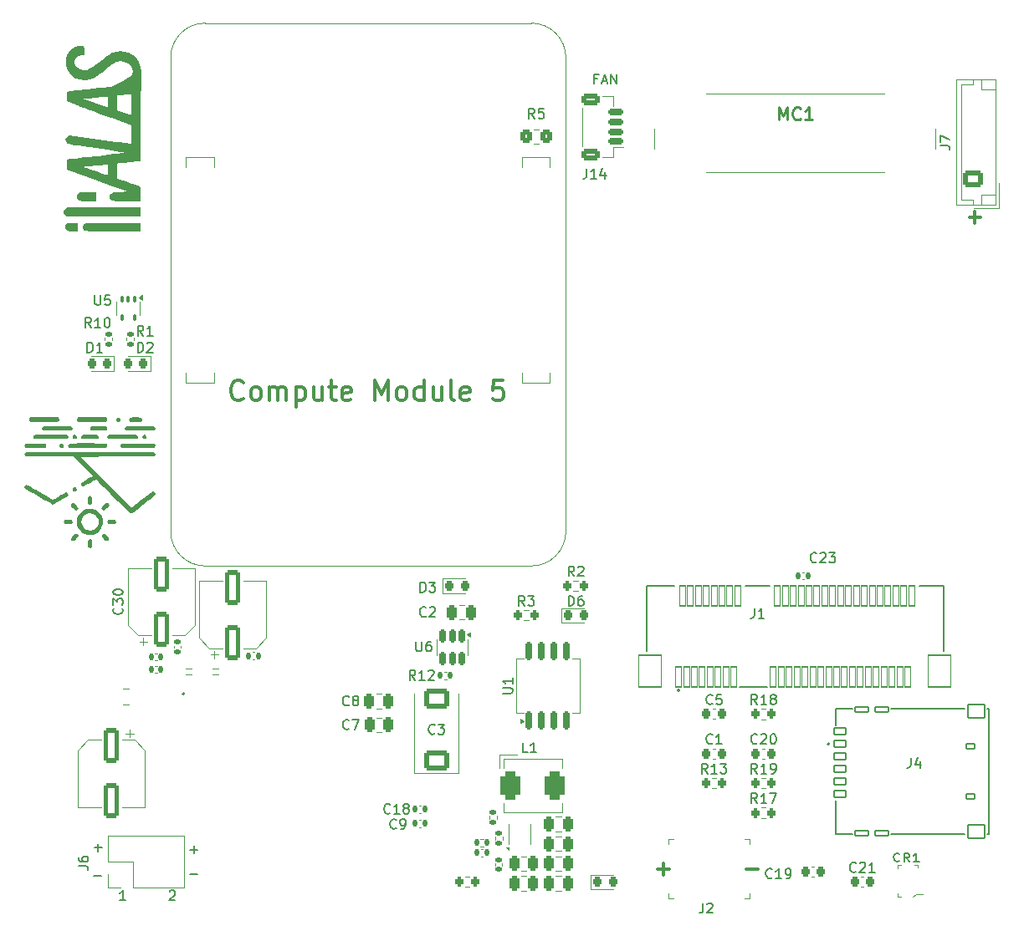
<source format=gbr>
%TF.GenerationSoftware,KiCad,Pcbnew,9.0.1*%
%TF.CreationDate,2025-04-28T00:22:19-05:00*%
%TF.ProjectId,CM5IO,434d3549-4f2e-46b6-9963-61645f706362,rev?*%
%TF.SameCoordinates,Original*%
%TF.FileFunction,Legend,Top*%
%TF.FilePolarity,Positive*%
%FSLAX46Y46*%
G04 Gerber Fmt 4.6, Leading zero omitted, Abs format (unit mm)*
G04 Created by KiCad (PCBNEW 9.0.1) date 2025-04-28 00:22:19*
%MOMM*%
%LPD*%
G01*
G04 APERTURE LIST*
G04 Aperture macros list*
%AMRoundRect*
0 Rectangle with rounded corners*
0 $1 Rounding radius*
0 $2 $3 $4 $5 $6 $7 $8 $9 X,Y pos of 4 corners*
0 Add a 4 corners polygon primitive as box body*
4,1,4,$2,$3,$4,$5,$6,$7,$8,$9,$2,$3,0*
0 Add four circle primitives for the rounded corners*
1,1,$1+$1,$2,$3*
1,1,$1+$1,$4,$5*
1,1,$1+$1,$6,$7*
1,1,$1+$1,$8,$9*
0 Add four rect primitives between the rounded corners*
20,1,$1+$1,$2,$3,$4,$5,0*
20,1,$1+$1,$4,$5,$6,$7,0*
20,1,$1+$1,$6,$7,$8,$9,0*
20,1,$1+$1,$8,$9,$2,$3,0*%
G04 Aperture macros list end*
%ADD10C,0.150000*%
%ADD11C,0.300000*%
%ADD12C,0.254000*%
%ADD13C,0.120000*%
%ADD14C,0.100000*%
%ADD15C,0.152400*%
%ADD16C,0.200000*%
%ADD17C,0.000000*%
%ADD18C,0.127000*%
%ADD19C,0.010000*%
%ADD20RoundRect,0.135000X0.185000X-0.135000X0.185000X0.135000X-0.185000X0.135000X-0.185000X-0.135000X0*%
%ADD21RoundRect,0.218750X0.218750X0.256250X-0.218750X0.256250X-0.218750X-0.256250X0.218750X-0.256250X0*%
%ADD22RoundRect,0.100000X-0.100000X0.225000X-0.100000X-0.225000X0.100000X-0.225000X0.100000X0.225000X0*%
%ADD23C,5.300000*%
%ADD24RoundRect,0.250000X-0.350000X-0.450000X0.350000X-0.450000X0.350000X0.450000X-0.350000X0.450000X0*%
%ADD25R,0.300000X0.500000*%
%ADD26R,1.750000X1.050000*%
%ADD27RoundRect,0.250000X-0.250000X-0.475000X0.250000X-0.475000X0.250000X0.475000X-0.250000X0.475000X0*%
%ADD28RoundRect,0.250000X0.250000X0.475000X-0.250000X0.475000X-0.250000X-0.475000X0.250000X-0.475000X0*%
%ADD29RoundRect,0.250000X0.550000X-1.500000X0.550000X1.500000X-0.550000X1.500000X-0.550000X-1.500000X0*%
%ADD30C,2.100000*%
%ADD31R,0.600000X0.800000*%
%ADD32RoundRect,0.140000X-0.170000X0.140000X-0.170000X-0.140000X0.170000X-0.140000X0.170000X0.140000X0*%
%ADD33RoundRect,0.140000X-0.140000X-0.170000X0.140000X-0.170000X0.140000X0.170000X-0.140000X0.170000X0*%
%ADD34RoundRect,0.200000X-0.200000X-0.275000X0.200000X-0.275000X0.200000X0.275000X-0.200000X0.275000X0*%
%ADD35RoundRect,0.225000X-0.225000X-0.250000X0.225000X-0.250000X0.225000X0.250000X-0.225000X0.250000X0*%
%ADD36C,1.600000*%
%ADD37C,1.100000*%
%ADD38RoundRect,0.076200X-0.300000X-1.000000X0.300000X-1.000000X0.300000X1.000000X-0.300000X1.000000X0*%
%ADD39RoundRect,0.076200X-1.150000X-1.600000X1.150000X-1.600000X1.150000X1.600000X-1.150000X1.600000X0*%
%ADD40RoundRect,0.150000X0.625000X-0.150000X0.625000X0.150000X-0.625000X0.150000X-0.625000X-0.150000X0*%
%ADD41RoundRect,0.250000X0.650000X-0.350000X0.650000X0.350000X-0.650000X0.350000X-0.650000X-0.350000X0*%
%ADD42RoundRect,0.140000X0.170000X-0.140000X0.170000X0.140000X-0.170000X0.140000X-0.170000X-0.140000X0*%
%ADD43RoundRect,0.250000X1.025000X-0.787500X1.025000X0.787500X-1.025000X0.787500X-1.025000X-0.787500X0*%
%ADD44RoundRect,0.250000X0.725000X-0.600000X0.725000X0.600000X-0.725000X0.600000X-0.725000X-0.600000X0*%
%ADD45O,1.950000X1.700000*%
%ADD46RoundRect,0.150000X-0.150000X0.512500X-0.150000X-0.512500X0.150000X-0.512500X0.150000X0.512500X0*%
%ADD47RoundRect,0.500000X-0.500000X-0.900000X0.500000X-0.900000X0.500000X0.900000X-0.500000X0.900000X0*%
%ADD48RoundRect,0.140000X0.140000X0.170000X-0.140000X0.170000X-0.140000X-0.170000X0.140000X-0.170000X0*%
%ADD49RoundRect,0.218750X-0.218750X-0.256250X0.218750X-0.256250X0.218750X0.256250X-0.218750X0.256250X0*%
%ADD50RoundRect,0.150000X0.150000X-0.800000X0.150000X0.800000X-0.150000X0.800000X-0.150000X-0.800000X0*%
%ADD51R,1.200000X0.600000*%
%ADD52RoundRect,0.135000X-0.135000X-0.185000X0.135000X-0.185000X0.135000X0.185000X-0.135000X0.185000X0*%
%ADD53RoundRect,0.135000X0.135000X0.185000X-0.135000X0.185000X-0.135000X-0.185000X0.135000X-0.185000X0*%
%ADD54R,1.700000X1.700000*%
%ADD55O,1.700000X1.700000*%
%ADD56R,1.200000X1.200000*%
%ADD57RoundRect,0.135000X-0.185000X0.135000X-0.185000X-0.135000X0.185000X-0.135000X0.185000X0.135000X0*%
%ADD58RoundRect,0.250000X-0.550000X1.500000X-0.550000X-1.500000X0.550000X-1.500000X0.550000X1.500000X0*%
%ADD59C,1.650000*%
%ADD60C,1.150000*%
%ADD61R,4.800000X3.000000*%
%ADD62C,6.100000*%
%ADD63R,0.700000X0.200000*%
%ADD64C,1.000000*%
%ADD65C,2.500000*%
%ADD66RoundRect,0.076200X-0.575000X-0.325000X0.575000X-0.325000X0.575000X0.325000X-0.575000X0.325000X0*%
%ADD67RoundRect,0.076200X-0.650000X-0.225000X0.650000X-0.225000X0.650000X0.225000X-0.650000X0.225000X0*%
%ADD68RoundRect,0.076200X-0.850000X-0.700000X0.850000X-0.700000X0.850000X0.700000X-0.850000X0.700000X0*%
%ADD69RoundRect,0.076200X-0.400000X-0.270000X0.400000X-0.270000X0.400000X0.270000X-0.400000X0.270000X0*%
G04 APERTURE END LIST*
D10*
X158889160Y-157965057D02*
X158936779Y-157917438D01*
X158936779Y-157917438D02*
X159032017Y-157869819D01*
X159032017Y-157869819D02*
X159270112Y-157869819D01*
X159270112Y-157869819D02*
X159365350Y-157917438D01*
X159365350Y-157917438D02*
X159412969Y-157965057D01*
X159412969Y-157965057D02*
X159460588Y-158060295D01*
X159460588Y-158060295D02*
X159460588Y-158155533D01*
X159460588Y-158155533D02*
X159412969Y-158298390D01*
X159412969Y-158298390D02*
X158841541Y-158869819D01*
X158841541Y-158869819D02*
X159460588Y-158869819D01*
X154435588Y-158844819D02*
X153864160Y-158844819D01*
X154149874Y-158844819D02*
X154149874Y-157844819D01*
X154149874Y-157844819D02*
X154054636Y-157987676D01*
X154054636Y-157987676D02*
X153959398Y-158082914D01*
X153959398Y-158082914D02*
X153864160Y-158130533D01*
X151261779Y-153513866D02*
X152023684Y-153513866D01*
X151642731Y-153894819D02*
X151642731Y-153132914D01*
X151236779Y-156363866D02*
X151998684Y-156363866D01*
X160961779Y-156263866D02*
X161723684Y-156263866D01*
X160961779Y-153738866D02*
X161723684Y-153738866D01*
X161342731Y-154119819D02*
X161342731Y-153357914D01*
D11*
X239829510Y-89679400D02*
X240972368Y-89679400D01*
X240400939Y-90250828D02*
X240400939Y-89107971D01*
X217279510Y-155729400D02*
X218422368Y-155729400D01*
X208279510Y-155729400D02*
X209422368Y-155729400D01*
X208850939Y-156300828D02*
X208850939Y-155157971D01*
D10*
X202190476Y-75631009D02*
X201857143Y-75631009D01*
X201857143Y-76154819D02*
X201857143Y-75154819D01*
X201857143Y-75154819D02*
X202333333Y-75154819D01*
X202666667Y-75869104D02*
X203142857Y-75869104D01*
X202571429Y-76154819D02*
X202904762Y-75154819D01*
X202904762Y-75154819D02*
X203238095Y-76154819D01*
X203571429Y-76154819D02*
X203571429Y-75154819D01*
X203571429Y-75154819D02*
X204142857Y-76154819D01*
X204142857Y-76154819D02*
X204142857Y-75154819D01*
D11*
X166328570Y-108019161D02*
X166233332Y-108114400D01*
X166233332Y-108114400D02*
X165947618Y-108209638D01*
X165947618Y-108209638D02*
X165757142Y-108209638D01*
X165757142Y-108209638D02*
X165471427Y-108114400D01*
X165471427Y-108114400D02*
X165280951Y-107923923D01*
X165280951Y-107923923D02*
X165185713Y-107733447D01*
X165185713Y-107733447D02*
X165090475Y-107352495D01*
X165090475Y-107352495D02*
X165090475Y-107066780D01*
X165090475Y-107066780D02*
X165185713Y-106685828D01*
X165185713Y-106685828D02*
X165280951Y-106495352D01*
X165280951Y-106495352D02*
X165471427Y-106304876D01*
X165471427Y-106304876D02*
X165757142Y-106209638D01*
X165757142Y-106209638D02*
X165947618Y-106209638D01*
X165947618Y-106209638D02*
X166233332Y-106304876D01*
X166233332Y-106304876D02*
X166328570Y-106400114D01*
X167471427Y-108209638D02*
X167280951Y-108114400D01*
X167280951Y-108114400D02*
X167185713Y-108019161D01*
X167185713Y-108019161D02*
X167090475Y-107828685D01*
X167090475Y-107828685D02*
X167090475Y-107257257D01*
X167090475Y-107257257D02*
X167185713Y-107066780D01*
X167185713Y-107066780D02*
X167280951Y-106971542D01*
X167280951Y-106971542D02*
X167471427Y-106876304D01*
X167471427Y-106876304D02*
X167757142Y-106876304D01*
X167757142Y-106876304D02*
X167947618Y-106971542D01*
X167947618Y-106971542D02*
X168042856Y-107066780D01*
X168042856Y-107066780D02*
X168138094Y-107257257D01*
X168138094Y-107257257D02*
X168138094Y-107828685D01*
X168138094Y-107828685D02*
X168042856Y-108019161D01*
X168042856Y-108019161D02*
X167947618Y-108114400D01*
X167947618Y-108114400D02*
X167757142Y-108209638D01*
X167757142Y-108209638D02*
X167471427Y-108209638D01*
X168995237Y-108209638D02*
X168995237Y-106876304D01*
X168995237Y-107066780D02*
X169090475Y-106971542D01*
X169090475Y-106971542D02*
X169280951Y-106876304D01*
X169280951Y-106876304D02*
X169566666Y-106876304D01*
X169566666Y-106876304D02*
X169757142Y-106971542D01*
X169757142Y-106971542D02*
X169852380Y-107162019D01*
X169852380Y-107162019D02*
X169852380Y-108209638D01*
X169852380Y-107162019D02*
X169947618Y-106971542D01*
X169947618Y-106971542D02*
X170138094Y-106876304D01*
X170138094Y-106876304D02*
X170423808Y-106876304D01*
X170423808Y-106876304D02*
X170614285Y-106971542D01*
X170614285Y-106971542D02*
X170709523Y-107162019D01*
X170709523Y-107162019D02*
X170709523Y-108209638D01*
X171661904Y-106876304D02*
X171661904Y-108876304D01*
X171661904Y-106971542D02*
X171852380Y-106876304D01*
X171852380Y-106876304D02*
X172233333Y-106876304D01*
X172233333Y-106876304D02*
X172423809Y-106971542D01*
X172423809Y-106971542D02*
X172519047Y-107066780D01*
X172519047Y-107066780D02*
X172614285Y-107257257D01*
X172614285Y-107257257D02*
X172614285Y-107828685D01*
X172614285Y-107828685D02*
X172519047Y-108019161D01*
X172519047Y-108019161D02*
X172423809Y-108114400D01*
X172423809Y-108114400D02*
X172233333Y-108209638D01*
X172233333Y-108209638D02*
X171852380Y-108209638D01*
X171852380Y-108209638D02*
X171661904Y-108114400D01*
X174328571Y-106876304D02*
X174328571Y-108209638D01*
X173471428Y-106876304D02*
X173471428Y-107923923D01*
X173471428Y-107923923D02*
X173566666Y-108114400D01*
X173566666Y-108114400D02*
X173757142Y-108209638D01*
X173757142Y-108209638D02*
X174042857Y-108209638D01*
X174042857Y-108209638D02*
X174233333Y-108114400D01*
X174233333Y-108114400D02*
X174328571Y-108019161D01*
X174995238Y-106876304D02*
X175757142Y-106876304D01*
X175280952Y-106209638D02*
X175280952Y-107923923D01*
X175280952Y-107923923D02*
X175376190Y-108114400D01*
X175376190Y-108114400D02*
X175566666Y-108209638D01*
X175566666Y-108209638D02*
X175757142Y-108209638D01*
X177185714Y-108114400D02*
X176995238Y-108209638D01*
X176995238Y-108209638D02*
X176614285Y-108209638D01*
X176614285Y-108209638D02*
X176423809Y-108114400D01*
X176423809Y-108114400D02*
X176328571Y-107923923D01*
X176328571Y-107923923D02*
X176328571Y-107162019D01*
X176328571Y-107162019D02*
X176423809Y-106971542D01*
X176423809Y-106971542D02*
X176614285Y-106876304D01*
X176614285Y-106876304D02*
X176995238Y-106876304D01*
X176995238Y-106876304D02*
X177185714Y-106971542D01*
X177185714Y-106971542D02*
X177280952Y-107162019D01*
X177280952Y-107162019D02*
X177280952Y-107352495D01*
X177280952Y-107352495D02*
X176328571Y-107542971D01*
X179661905Y-108209638D02*
X179661905Y-106209638D01*
X179661905Y-106209638D02*
X180328572Y-107638209D01*
X180328572Y-107638209D02*
X180995238Y-106209638D01*
X180995238Y-106209638D02*
X180995238Y-108209638D01*
X182233333Y-108209638D02*
X182042857Y-108114400D01*
X182042857Y-108114400D02*
X181947619Y-108019161D01*
X181947619Y-108019161D02*
X181852381Y-107828685D01*
X181852381Y-107828685D02*
X181852381Y-107257257D01*
X181852381Y-107257257D02*
X181947619Y-107066780D01*
X181947619Y-107066780D02*
X182042857Y-106971542D01*
X182042857Y-106971542D02*
X182233333Y-106876304D01*
X182233333Y-106876304D02*
X182519048Y-106876304D01*
X182519048Y-106876304D02*
X182709524Y-106971542D01*
X182709524Y-106971542D02*
X182804762Y-107066780D01*
X182804762Y-107066780D02*
X182900000Y-107257257D01*
X182900000Y-107257257D02*
X182900000Y-107828685D01*
X182900000Y-107828685D02*
X182804762Y-108019161D01*
X182804762Y-108019161D02*
X182709524Y-108114400D01*
X182709524Y-108114400D02*
X182519048Y-108209638D01*
X182519048Y-108209638D02*
X182233333Y-108209638D01*
X184614286Y-108209638D02*
X184614286Y-106209638D01*
X184614286Y-108114400D02*
X184423810Y-108209638D01*
X184423810Y-108209638D02*
X184042857Y-108209638D01*
X184042857Y-108209638D02*
X183852381Y-108114400D01*
X183852381Y-108114400D02*
X183757143Y-108019161D01*
X183757143Y-108019161D02*
X183661905Y-107828685D01*
X183661905Y-107828685D02*
X183661905Y-107257257D01*
X183661905Y-107257257D02*
X183757143Y-107066780D01*
X183757143Y-107066780D02*
X183852381Y-106971542D01*
X183852381Y-106971542D02*
X184042857Y-106876304D01*
X184042857Y-106876304D02*
X184423810Y-106876304D01*
X184423810Y-106876304D02*
X184614286Y-106971542D01*
X186423810Y-106876304D02*
X186423810Y-108209638D01*
X185566667Y-106876304D02*
X185566667Y-107923923D01*
X185566667Y-107923923D02*
X185661905Y-108114400D01*
X185661905Y-108114400D02*
X185852381Y-108209638D01*
X185852381Y-108209638D02*
X186138096Y-108209638D01*
X186138096Y-108209638D02*
X186328572Y-108114400D01*
X186328572Y-108114400D02*
X186423810Y-108019161D01*
X187661905Y-108209638D02*
X187471429Y-108114400D01*
X187471429Y-108114400D02*
X187376191Y-107923923D01*
X187376191Y-107923923D02*
X187376191Y-106209638D01*
X189185715Y-108114400D02*
X188995239Y-108209638D01*
X188995239Y-108209638D02*
X188614286Y-108209638D01*
X188614286Y-108209638D02*
X188423810Y-108114400D01*
X188423810Y-108114400D02*
X188328572Y-107923923D01*
X188328572Y-107923923D02*
X188328572Y-107162019D01*
X188328572Y-107162019D02*
X188423810Y-106971542D01*
X188423810Y-106971542D02*
X188614286Y-106876304D01*
X188614286Y-106876304D02*
X188995239Y-106876304D01*
X188995239Y-106876304D02*
X189185715Y-106971542D01*
X189185715Y-106971542D02*
X189280953Y-107162019D01*
X189280953Y-107162019D02*
X189280953Y-107352495D01*
X189280953Y-107352495D02*
X188328572Y-107542971D01*
X192614287Y-106209638D02*
X191661906Y-106209638D01*
X191661906Y-106209638D02*
X191566668Y-107162019D01*
X191566668Y-107162019D02*
X191661906Y-107066780D01*
X191661906Y-107066780D02*
X191852382Y-106971542D01*
X191852382Y-106971542D02*
X192328573Y-106971542D01*
X192328573Y-106971542D02*
X192519049Y-107066780D01*
X192519049Y-107066780D02*
X192614287Y-107162019D01*
X192614287Y-107162019D02*
X192709525Y-107352495D01*
X192709525Y-107352495D02*
X192709525Y-107828685D01*
X192709525Y-107828685D02*
X192614287Y-108019161D01*
X192614287Y-108019161D02*
X192519049Y-108114400D01*
X192519049Y-108114400D02*
X192328573Y-108209638D01*
X192328573Y-108209638D02*
X191852382Y-108209638D01*
X191852382Y-108209638D02*
X191661906Y-108114400D01*
X191661906Y-108114400D02*
X191566668Y-108019161D01*
D10*
X150957142Y-100854819D02*
X150623809Y-100378628D01*
X150385714Y-100854819D02*
X150385714Y-99854819D01*
X150385714Y-99854819D02*
X150766666Y-99854819D01*
X150766666Y-99854819D02*
X150861904Y-99902438D01*
X150861904Y-99902438D02*
X150909523Y-99950057D01*
X150909523Y-99950057D02*
X150957142Y-100045295D01*
X150957142Y-100045295D02*
X150957142Y-100188152D01*
X150957142Y-100188152D02*
X150909523Y-100283390D01*
X150909523Y-100283390D02*
X150861904Y-100331009D01*
X150861904Y-100331009D02*
X150766666Y-100378628D01*
X150766666Y-100378628D02*
X150385714Y-100378628D01*
X151909523Y-100854819D02*
X151338095Y-100854819D01*
X151623809Y-100854819D02*
X151623809Y-99854819D01*
X151623809Y-99854819D02*
X151528571Y-99997676D01*
X151528571Y-99997676D02*
X151433333Y-100092914D01*
X151433333Y-100092914D02*
X151338095Y-100140533D01*
X152528571Y-99854819D02*
X152623809Y-99854819D01*
X152623809Y-99854819D02*
X152719047Y-99902438D01*
X152719047Y-99902438D02*
X152766666Y-99950057D01*
X152766666Y-99950057D02*
X152814285Y-100045295D01*
X152814285Y-100045295D02*
X152861904Y-100235771D01*
X152861904Y-100235771D02*
X152861904Y-100473866D01*
X152861904Y-100473866D02*
X152814285Y-100664342D01*
X152814285Y-100664342D02*
X152766666Y-100759580D01*
X152766666Y-100759580D02*
X152719047Y-100807200D01*
X152719047Y-100807200D02*
X152623809Y-100854819D01*
X152623809Y-100854819D02*
X152528571Y-100854819D01*
X152528571Y-100854819D02*
X152433333Y-100807200D01*
X152433333Y-100807200D02*
X152385714Y-100759580D01*
X152385714Y-100759580D02*
X152338095Y-100664342D01*
X152338095Y-100664342D02*
X152290476Y-100473866D01*
X152290476Y-100473866D02*
X152290476Y-100235771D01*
X152290476Y-100235771D02*
X152338095Y-100045295D01*
X152338095Y-100045295D02*
X152385714Y-99950057D01*
X152385714Y-99950057D02*
X152433333Y-99902438D01*
X152433333Y-99902438D02*
X152528571Y-99854819D01*
X155661905Y-103354819D02*
X155661905Y-102354819D01*
X155661905Y-102354819D02*
X155900000Y-102354819D01*
X155900000Y-102354819D02*
X156042857Y-102402438D01*
X156042857Y-102402438D02*
X156138095Y-102497676D01*
X156138095Y-102497676D02*
X156185714Y-102592914D01*
X156185714Y-102592914D02*
X156233333Y-102783390D01*
X156233333Y-102783390D02*
X156233333Y-102926247D01*
X156233333Y-102926247D02*
X156185714Y-103116723D01*
X156185714Y-103116723D02*
X156138095Y-103211961D01*
X156138095Y-103211961D02*
X156042857Y-103307200D01*
X156042857Y-103307200D02*
X155900000Y-103354819D01*
X155900000Y-103354819D02*
X155661905Y-103354819D01*
X156614286Y-102450057D02*
X156661905Y-102402438D01*
X156661905Y-102402438D02*
X156757143Y-102354819D01*
X156757143Y-102354819D02*
X156995238Y-102354819D01*
X156995238Y-102354819D02*
X157090476Y-102402438D01*
X157090476Y-102402438D02*
X157138095Y-102450057D01*
X157138095Y-102450057D02*
X157185714Y-102545295D01*
X157185714Y-102545295D02*
X157185714Y-102640533D01*
X157185714Y-102640533D02*
X157138095Y-102783390D01*
X157138095Y-102783390D02*
X156566667Y-103354819D01*
X156566667Y-103354819D02*
X157185714Y-103354819D01*
X150561905Y-103354819D02*
X150561905Y-102354819D01*
X150561905Y-102354819D02*
X150800000Y-102354819D01*
X150800000Y-102354819D02*
X150942857Y-102402438D01*
X150942857Y-102402438D02*
X151038095Y-102497676D01*
X151038095Y-102497676D02*
X151085714Y-102592914D01*
X151085714Y-102592914D02*
X151133333Y-102783390D01*
X151133333Y-102783390D02*
X151133333Y-102926247D01*
X151133333Y-102926247D02*
X151085714Y-103116723D01*
X151085714Y-103116723D02*
X151038095Y-103211961D01*
X151038095Y-103211961D02*
X150942857Y-103307200D01*
X150942857Y-103307200D02*
X150800000Y-103354819D01*
X150800000Y-103354819D02*
X150561905Y-103354819D01*
X152085714Y-103354819D02*
X151514286Y-103354819D01*
X151800000Y-103354819D02*
X151800000Y-102354819D01*
X151800000Y-102354819D02*
X151704762Y-102497676D01*
X151704762Y-102497676D02*
X151609524Y-102592914D01*
X151609524Y-102592914D02*
X151514286Y-102640533D01*
X156233333Y-101654819D02*
X155900000Y-101178628D01*
X155661905Y-101654819D02*
X155661905Y-100654819D01*
X155661905Y-100654819D02*
X156042857Y-100654819D01*
X156042857Y-100654819D02*
X156138095Y-100702438D01*
X156138095Y-100702438D02*
X156185714Y-100750057D01*
X156185714Y-100750057D02*
X156233333Y-100845295D01*
X156233333Y-100845295D02*
X156233333Y-100988152D01*
X156233333Y-100988152D02*
X156185714Y-101083390D01*
X156185714Y-101083390D02*
X156138095Y-101131009D01*
X156138095Y-101131009D02*
X156042857Y-101178628D01*
X156042857Y-101178628D02*
X155661905Y-101178628D01*
X157185714Y-101654819D02*
X156614286Y-101654819D01*
X156900000Y-101654819D02*
X156900000Y-100654819D01*
X156900000Y-100654819D02*
X156804762Y-100797676D01*
X156804762Y-100797676D02*
X156709524Y-100892914D01*
X156709524Y-100892914D02*
X156614286Y-100940533D01*
X151338095Y-97554819D02*
X151338095Y-98364342D01*
X151338095Y-98364342D02*
X151385714Y-98459580D01*
X151385714Y-98459580D02*
X151433333Y-98507200D01*
X151433333Y-98507200D02*
X151528571Y-98554819D01*
X151528571Y-98554819D02*
X151719047Y-98554819D01*
X151719047Y-98554819D02*
X151814285Y-98507200D01*
X151814285Y-98507200D02*
X151861904Y-98459580D01*
X151861904Y-98459580D02*
X151909523Y-98364342D01*
X151909523Y-98364342D02*
X151909523Y-97554819D01*
X152861904Y-97554819D02*
X152385714Y-97554819D01*
X152385714Y-97554819D02*
X152338095Y-98031009D01*
X152338095Y-98031009D02*
X152385714Y-97983390D01*
X152385714Y-97983390D02*
X152480952Y-97935771D01*
X152480952Y-97935771D02*
X152719047Y-97935771D01*
X152719047Y-97935771D02*
X152814285Y-97983390D01*
X152814285Y-97983390D02*
X152861904Y-98031009D01*
X152861904Y-98031009D02*
X152909523Y-98126247D01*
X152909523Y-98126247D02*
X152909523Y-98364342D01*
X152909523Y-98364342D02*
X152861904Y-98459580D01*
X152861904Y-98459580D02*
X152814285Y-98507200D01*
X152814285Y-98507200D02*
X152719047Y-98554819D01*
X152719047Y-98554819D02*
X152480952Y-98554819D01*
X152480952Y-98554819D02*
X152385714Y-98507200D01*
X152385714Y-98507200D02*
X152338095Y-98459580D01*
X195833333Y-79654819D02*
X195500000Y-79178628D01*
X195261905Y-79654819D02*
X195261905Y-78654819D01*
X195261905Y-78654819D02*
X195642857Y-78654819D01*
X195642857Y-78654819D02*
X195738095Y-78702438D01*
X195738095Y-78702438D02*
X195785714Y-78750057D01*
X195785714Y-78750057D02*
X195833333Y-78845295D01*
X195833333Y-78845295D02*
X195833333Y-78988152D01*
X195833333Y-78988152D02*
X195785714Y-79083390D01*
X195785714Y-79083390D02*
X195738095Y-79131009D01*
X195738095Y-79131009D02*
X195642857Y-79178628D01*
X195642857Y-79178628D02*
X195261905Y-79178628D01*
X196738095Y-78654819D02*
X196261905Y-78654819D01*
X196261905Y-78654819D02*
X196214286Y-79131009D01*
X196214286Y-79131009D02*
X196261905Y-79083390D01*
X196261905Y-79083390D02*
X196357143Y-79035771D01*
X196357143Y-79035771D02*
X196595238Y-79035771D01*
X196595238Y-79035771D02*
X196690476Y-79083390D01*
X196690476Y-79083390D02*
X196738095Y-79131009D01*
X196738095Y-79131009D02*
X196785714Y-79226247D01*
X196785714Y-79226247D02*
X196785714Y-79464342D01*
X196785714Y-79464342D02*
X196738095Y-79559580D01*
X196738095Y-79559580D02*
X196690476Y-79607200D01*
X196690476Y-79607200D02*
X196595238Y-79654819D01*
X196595238Y-79654819D02*
X196357143Y-79654819D01*
X196357143Y-79654819D02*
X196261905Y-79607200D01*
X196261905Y-79607200D02*
X196214286Y-79559580D01*
X154084580Y-129267857D02*
X154132200Y-129315476D01*
X154132200Y-129315476D02*
X154179819Y-129458333D01*
X154179819Y-129458333D02*
X154179819Y-129553571D01*
X154179819Y-129553571D02*
X154132200Y-129696428D01*
X154132200Y-129696428D02*
X154036961Y-129791666D01*
X154036961Y-129791666D02*
X153941723Y-129839285D01*
X153941723Y-129839285D02*
X153751247Y-129886904D01*
X153751247Y-129886904D02*
X153608390Y-129886904D01*
X153608390Y-129886904D02*
X153417914Y-129839285D01*
X153417914Y-129839285D02*
X153322676Y-129791666D01*
X153322676Y-129791666D02*
X153227438Y-129696428D01*
X153227438Y-129696428D02*
X153179819Y-129553571D01*
X153179819Y-129553571D02*
X153179819Y-129458333D01*
X153179819Y-129458333D02*
X153227438Y-129315476D01*
X153227438Y-129315476D02*
X153275057Y-129267857D01*
X153179819Y-128934523D02*
X153179819Y-128315476D01*
X153179819Y-128315476D02*
X153560771Y-128648809D01*
X153560771Y-128648809D02*
X153560771Y-128505952D01*
X153560771Y-128505952D02*
X153608390Y-128410714D01*
X153608390Y-128410714D02*
X153656009Y-128363095D01*
X153656009Y-128363095D02*
X153751247Y-128315476D01*
X153751247Y-128315476D02*
X153989342Y-128315476D01*
X153989342Y-128315476D02*
X154084580Y-128363095D01*
X154084580Y-128363095D02*
X154132200Y-128410714D01*
X154132200Y-128410714D02*
X154179819Y-128505952D01*
X154179819Y-128505952D02*
X154179819Y-128791666D01*
X154179819Y-128791666D02*
X154132200Y-128886904D01*
X154132200Y-128886904D02*
X154084580Y-128934523D01*
X153179819Y-127696428D02*
X153179819Y-127601190D01*
X153179819Y-127601190D02*
X153227438Y-127505952D01*
X153227438Y-127505952D02*
X153275057Y-127458333D01*
X153275057Y-127458333D02*
X153370295Y-127410714D01*
X153370295Y-127410714D02*
X153560771Y-127363095D01*
X153560771Y-127363095D02*
X153798866Y-127363095D01*
X153798866Y-127363095D02*
X153989342Y-127410714D01*
X153989342Y-127410714D02*
X154084580Y-127458333D01*
X154084580Y-127458333D02*
X154132200Y-127505952D01*
X154132200Y-127505952D02*
X154179819Y-127601190D01*
X154179819Y-127601190D02*
X154179819Y-127696428D01*
X154179819Y-127696428D02*
X154132200Y-127791666D01*
X154132200Y-127791666D02*
X154084580Y-127839285D01*
X154084580Y-127839285D02*
X153989342Y-127886904D01*
X153989342Y-127886904D02*
X153798866Y-127934523D01*
X153798866Y-127934523D02*
X153560771Y-127934523D01*
X153560771Y-127934523D02*
X153370295Y-127886904D01*
X153370295Y-127886904D02*
X153275057Y-127839285D01*
X153275057Y-127839285D02*
X153227438Y-127791666D01*
X153227438Y-127791666D02*
X153179819Y-127696428D01*
X212866666Y-159154819D02*
X212866666Y-159869104D01*
X212866666Y-159869104D02*
X212819047Y-160011961D01*
X212819047Y-160011961D02*
X212723809Y-160107200D01*
X212723809Y-160107200D02*
X212580952Y-160154819D01*
X212580952Y-160154819D02*
X212485714Y-160154819D01*
X213295238Y-159250057D02*
X213342857Y-159202438D01*
X213342857Y-159202438D02*
X213438095Y-159154819D01*
X213438095Y-159154819D02*
X213676190Y-159154819D01*
X213676190Y-159154819D02*
X213771428Y-159202438D01*
X213771428Y-159202438D02*
X213819047Y-159250057D01*
X213819047Y-159250057D02*
X213866666Y-159345295D01*
X213866666Y-159345295D02*
X213866666Y-159440533D01*
X213866666Y-159440533D02*
X213819047Y-159583390D01*
X213819047Y-159583390D02*
X213247619Y-160154819D01*
X213247619Y-160154819D02*
X213866666Y-160154819D01*
X177045833Y-139059580D02*
X176998214Y-139107200D01*
X176998214Y-139107200D02*
X176855357Y-139154819D01*
X176855357Y-139154819D02*
X176760119Y-139154819D01*
X176760119Y-139154819D02*
X176617262Y-139107200D01*
X176617262Y-139107200D02*
X176522024Y-139011961D01*
X176522024Y-139011961D02*
X176474405Y-138916723D01*
X176474405Y-138916723D02*
X176426786Y-138726247D01*
X176426786Y-138726247D02*
X176426786Y-138583390D01*
X176426786Y-138583390D02*
X176474405Y-138392914D01*
X176474405Y-138392914D02*
X176522024Y-138297676D01*
X176522024Y-138297676D02*
X176617262Y-138202438D01*
X176617262Y-138202438D02*
X176760119Y-138154819D01*
X176760119Y-138154819D02*
X176855357Y-138154819D01*
X176855357Y-138154819D02*
X176998214Y-138202438D01*
X176998214Y-138202438D02*
X177045833Y-138250057D01*
X177617262Y-138583390D02*
X177522024Y-138535771D01*
X177522024Y-138535771D02*
X177474405Y-138488152D01*
X177474405Y-138488152D02*
X177426786Y-138392914D01*
X177426786Y-138392914D02*
X177426786Y-138345295D01*
X177426786Y-138345295D02*
X177474405Y-138250057D01*
X177474405Y-138250057D02*
X177522024Y-138202438D01*
X177522024Y-138202438D02*
X177617262Y-138154819D01*
X177617262Y-138154819D02*
X177807738Y-138154819D01*
X177807738Y-138154819D02*
X177902976Y-138202438D01*
X177902976Y-138202438D02*
X177950595Y-138250057D01*
X177950595Y-138250057D02*
X177998214Y-138345295D01*
X177998214Y-138345295D02*
X177998214Y-138392914D01*
X177998214Y-138392914D02*
X177950595Y-138488152D01*
X177950595Y-138488152D02*
X177902976Y-138535771D01*
X177902976Y-138535771D02*
X177807738Y-138583390D01*
X177807738Y-138583390D02*
X177617262Y-138583390D01*
X177617262Y-138583390D02*
X177522024Y-138631009D01*
X177522024Y-138631009D02*
X177474405Y-138678628D01*
X177474405Y-138678628D02*
X177426786Y-138773866D01*
X177426786Y-138773866D02*
X177426786Y-138964342D01*
X177426786Y-138964342D02*
X177474405Y-139059580D01*
X177474405Y-139059580D02*
X177522024Y-139107200D01*
X177522024Y-139107200D02*
X177617262Y-139154819D01*
X177617262Y-139154819D02*
X177807738Y-139154819D01*
X177807738Y-139154819D02*
X177902976Y-139107200D01*
X177902976Y-139107200D02*
X177950595Y-139059580D01*
X177950595Y-139059580D02*
X177998214Y-138964342D01*
X177998214Y-138964342D02*
X177998214Y-138773866D01*
X177998214Y-138773866D02*
X177950595Y-138678628D01*
X177950595Y-138678628D02*
X177902976Y-138631009D01*
X177902976Y-138631009D02*
X177807738Y-138583390D01*
X218357142Y-142929580D02*
X218309523Y-142977200D01*
X218309523Y-142977200D02*
X218166666Y-143024819D01*
X218166666Y-143024819D02*
X218071428Y-143024819D01*
X218071428Y-143024819D02*
X217928571Y-142977200D01*
X217928571Y-142977200D02*
X217833333Y-142881961D01*
X217833333Y-142881961D02*
X217785714Y-142786723D01*
X217785714Y-142786723D02*
X217738095Y-142596247D01*
X217738095Y-142596247D02*
X217738095Y-142453390D01*
X217738095Y-142453390D02*
X217785714Y-142262914D01*
X217785714Y-142262914D02*
X217833333Y-142167676D01*
X217833333Y-142167676D02*
X217928571Y-142072438D01*
X217928571Y-142072438D02*
X218071428Y-142024819D01*
X218071428Y-142024819D02*
X218166666Y-142024819D01*
X218166666Y-142024819D02*
X218309523Y-142072438D01*
X218309523Y-142072438D02*
X218357142Y-142120057D01*
X218738095Y-142120057D02*
X218785714Y-142072438D01*
X218785714Y-142072438D02*
X218880952Y-142024819D01*
X218880952Y-142024819D02*
X219119047Y-142024819D01*
X219119047Y-142024819D02*
X219214285Y-142072438D01*
X219214285Y-142072438D02*
X219261904Y-142120057D01*
X219261904Y-142120057D02*
X219309523Y-142215295D01*
X219309523Y-142215295D02*
X219309523Y-142310533D01*
X219309523Y-142310533D02*
X219261904Y-142453390D01*
X219261904Y-142453390D02*
X218690476Y-143024819D01*
X218690476Y-143024819D02*
X219309523Y-143024819D01*
X219928571Y-142024819D02*
X220023809Y-142024819D01*
X220023809Y-142024819D02*
X220119047Y-142072438D01*
X220119047Y-142072438D02*
X220166666Y-142120057D01*
X220166666Y-142120057D02*
X220214285Y-142215295D01*
X220214285Y-142215295D02*
X220261904Y-142405771D01*
X220261904Y-142405771D02*
X220261904Y-142643866D01*
X220261904Y-142643866D02*
X220214285Y-142834342D01*
X220214285Y-142834342D02*
X220166666Y-142929580D01*
X220166666Y-142929580D02*
X220119047Y-142977200D01*
X220119047Y-142977200D02*
X220023809Y-143024819D01*
X220023809Y-143024819D02*
X219928571Y-143024819D01*
X219928571Y-143024819D02*
X219833333Y-142977200D01*
X219833333Y-142977200D02*
X219785714Y-142929580D01*
X219785714Y-142929580D02*
X219738095Y-142834342D01*
X219738095Y-142834342D02*
X219690476Y-142643866D01*
X219690476Y-142643866D02*
X219690476Y-142405771D01*
X219690476Y-142405771D02*
X219738095Y-142215295D01*
X219738095Y-142215295D02*
X219785714Y-142120057D01*
X219785714Y-142120057D02*
X219833333Y-142072438D01*
X219833333Y-142072438D02*
X219928571Y-142024819D01*
X218065840Y-129278487D02*
X218065840Y-129994544D01*
X218065840Y-129994544D02*
X218018103Y-130137755D01*
X218018103Y-130137755D02*
X217922629Y-130233230D01*
X217922629Y-130233230D02*
X217779417Y-130280967D01*
X217779417Y-130280967D02*
X217683943Y-130280967D01*
X219068320Y-130280967D02*
X218495474Y-130280967D01*
X218781897Y-130280967D02*
X218781897Y-129278487D01*
X218781897Y-129278487D02*
X218686423Y-129421698D01*
X218686423Y-129421698D02*
X218590948Y-129517172D01*
X218590948Y-129517172D02*
X218495474Y-129564910D01*
X218357142Y-146024819D02*
X218023809Y-145548628D01*
X217785714Y-146024819D02*
X217785714Y-145024819D01*
X217785714Y-145024819D02*
X218166666Y-145024819D01*
X218166666Y-145024819D02*
X218261904Y-145072438D01*
X218261904Y-145072438D02*
X218309523Y-145120057D01*
X218309523Y-145120057D02*
X218357142Y-145215295D01*
X218357142Y-145215295D02*
X218357142Y-145358152D01*
X218357142Y-145358152D02*
X218309523Y-145453390D01*
X218309523Y-145453390D02*
X218261904Y-145501009D01*
X218261904Y-145501009D02*
X218166666Y-145548628D01*
X218166666Y-145548628D02*
X217785714Y-145548628D01*
X219309523Y-146024819D02*
X218738095Y-146024819D01*
X219023809Y-146024819D02*
X219023809Y-145024819D01*
X219023809Y-145024819D02*
X218928571Y-145167676D01*
X218928571Y-145167676D02*
X218833333Y-145262914D01*
X218833333Y-145262914D02*
X218738095Y-145310533D01*
X219785714Y-146024819D02*
X219976190Y-146024819D01*
X219976190Y-146024819D02*
X220071428Y-145977200D01*
X220071428Y-145977200D02*
X220119047Y-145929580D01*
X220119047Y-145929580D02*
X220214285Y-145786723D01*
X220214285Y-145786723D02*
X220261904Y-145596247D01*
X220261904Y-145596247D02*
X220261904Y-145215295D01*
X220261904Y-145215295D02*
X220214285Y-145120057D01*
X220214285Y-145120057D02*
X220166666Y-145072438D01*
X220166666Y-145072438D02*
X220071428Y-145024819D01*
X220071428Y-145024819D02*
X219880952Y-145024819D01*
X219880952Y-145024819D02*
X219785714Y-145072438D01*
X219785714Y-145072438D02*
X219738095Y-145120057D01*
X219738095Y-145120057D02*
X219690476Y-145215295D01*
X219690476Y-145215295D02*
X219690476Y-145453390D01*
X219690476Y-145453390D02*
X219738095Y-145548628D01*
X219738095Y-145548628D02*
X219785714Y-145596247D01*
X219785714Y-145596247D02*
X219880952Y-145643866D01*
X219880952Y-145643866D02*
X220071428Y-145643866D01*
X220071428Y-145643866D02*
X220166666Y-145596247D01*
X220166666Y-145596247D02*
X220214285Y-145548628D01*
X220214285Y-145548628D02*
X220261904Y-145453390D01*
X201090476Y-84754819D02*
X201090476Y-85469104D01*
X201090476Y-85469104D02*
X201042857Y-85611961D01*
X201042857Y-85611961D02*
X200947619Y-85707200D01*
X200947619Y-85707200D02*
X200804762Y-85754819D01*
X200804762Y-85754819D02*
X200709524Y-85754819D01*
X202090476Y-85754819D02*
X201519048Y-85754819D01*
X201804762Y-85754819D02*
X201804762Y-84754819D01*
X201804762Y-84754819D02*
X201709524Y-84897676D01*
X201709524Y-84897676D02*
X201614286Y-84992914D01*
X201614286Y-84992914D02*
X201519048Y-85040533D01*
X202947619Y-85088152D02*
X202947619Y-85754819D01*
X202709524Y-84707200D02*
X202471429Y-85421485D01*
X202471429Y-85421485D02*
X203090476Y-85421485D01*
X184833333Y-130059580D02*
X184785714Y-130107200D01*
X184785714Y-130107200D02*
X184642857Y-130154819D01*
X184642857Y-130154819D02*
X184547619Y-130154819D01*
X184547619Y-130154819D02*
X184404762Y-130107200D01*
X184404762Y-130107200D02*
X184309524Y-130011961D01*
X184309524Y-130011961D02*
X184261905Y-129916723D01*
X184261905Y-129916723D02*
X184214286Y-129726247D01*
X184214286Y-129726247D02*
X184214286Y-129583390D01*
X184214286Y-129583390D02*
X184261905Y-129392914D01*
X184261905Y-129392914D02*
X184309524Y-129297676D01*
X184309524Y-129297676D02*
X184404762Y-129202438D01*
X184404762Y-129202438D02*
X184547619Y-129154819D01*
X184547619Y-129154819D02*
X184642857Y-129154819D01*
X184642857Y-129154819D02*
X184785714Y-129202438D01*
X184785714Y-129202438D02*
X184833333Y-129250057D01*
X185214286Y-129250057D02*
X185261905Y-129202438D01*
X185261905Y-129202438D02*
X185357143Y-129154819D01*
X185357143Y-129154819D02*
X185595238Y-129154819D01*
X185595238Y-129154819D02*
X185690476Y-129202438D01*
X185690476Y-129202438D02*
X185738095Y-129250057D01*
X185738095Y-129250057D02*
X185785714Y-129345295D01*
X185785714Y-129345295D02*
X185785714Y-129440533D01*
X185785714Y-129440533D02*
X185738095Y-129583390D01*
X185738095Y-129583390D02*
X185166667Y-130154819D01*
X185166667Y-130154819D02*
X185785714Y-130154819D01*
X185733333Y-141947080D02*
X185685714Y-141994700D01*
X185685714Y-141994700D02*
X185542857Y-142042319D01*
X185542857Y-142042319D02*
X185447619Y-142042319D01*
X185447619Y-142042319D02*
X185304762Y-141994700D01*
X185304762Y-141994700D02*
X185209524Y-141899461D01*
X185209524Y-141899461D02*
X185161905Y-141804223D01*
X185161905Y-141804223D02*
X185114286Y-141613747D01*
X185114286Y-141613747D02*
X185114286Y-141470890D01*
X185114286Y-141470890D02*
X185161905Y-141280414D01*
X185161905Y-141280414D02*
X185209524Y-141185176D01*
X185209524Y-141185176D02*
X185304762Y-141089938D01*
X185304762Y-141089938D02*
X185447619Y-141042319D01*
X185447619Y-141042319D02*
X185542857Y-141042319D01*
X185542857Y-141042319D02*
X185685714Y-141089938D01*
X185685714Y-141089938D02*
X185733333Y-141137557D01*
X186066667Y-141042319D02*
X186685714Y-141042319D01*
X186685714Y-141042319D02*
X186352381Y-141423271D01*
X186352381Y-141423271D02*
X186495238Y-141423271D01*
X186495238Y-141423271D02*
X186590476Y-141470890D01*
X186590476Y-141470890D02*
X186638095Y-141518509D01*
X186638095Y-141518509D02*
X186685714Y-141613747D01*
X186685714Y-141613747D02*
X186685714Y-141851842D01*
X186685714Y-141851842D02*
X186638095Y-141947080D01*
X186638095Y-141947080D02*
X186590476Y-141994700D01*
X186590476Y-141994700D02*
X186495238Y-142042319D01*
X186495238Y-142042319D02*
X186209524Y-142042319D01*
X186209524Y-142042319D02*
X186114286Y-141994700D01*
X186114286Y-141994700D02*
X186066667Y-141947080D01*
X236854819Y-82403333D02*
X237569104Y-82403333D01*
X237569104Y-82403333D02*
X237711961Y-82450952D01*
X237711961Y-82450952D02*
X237807200Y-82546190D01*
X237807200Y-82546190D02*
X237854819Y-82689047D01*
X237854819Y-82689047D02*
X237854819Y-82784285D01*
X236854819Y-82022380D02*
X236854819Y-81355714D01*
X236854819Y-81355714D02*
X237854819Y-81784285D01*
X213357142Y-146024819D02*
X213023809Y-145548628D01*
X212785714Y-146024819D02*
X212785714Y-145024819D01*
X212785714Y-145024819D02*
X213166666Y-145024819D01*
X213166666Y-145024819D02*
X213261904Y-145072438D01*
X213261904Y-145072438D02*
X213309523Y-145120057D01*
X213309523Y-145120057D02*
X213357142Y-145215295D01*
X213357142Y-145215295D02*
X213357142Y-145358152D01*
X213357142Y-145358152D02*
X213309523Y-145453390D01*
X213309523Y-145453390D02*
X213261904Y-145501009D01*
X213261904Y-145501009D02*
X213166666Y-145548628D01*
X213166666Y-145548628D02*
X212785714Y-145548628D01*
X214309523Y-146024819D02*
X213738095Y-146024819D01*
X214023809Y-146024819D02*
X214023809Y-145024819D01*
X214023809Y-145024819D02*
X213928571Y-145167676D01*
X213928571Y-145167676D02*
X213833333Y-145262914D01*
X213833333Y-145262914D02*
X213738095Y-145310533D01*
X214642857Y-145024819D02*
X215261904Y-145024819D01*
X215261904Y-145024819D02*
X214928571Y-145405771D01*
X214928571Y-145405771D02*
X215071428Y-145405771D01*
X215071428Y-145405771D02*
X215166666Y-145453390D01*
X215166666Y-145453390D02*
X215214285Y-145501009D01*
X215214285Y-145501009D02*
X215261904Y-145596247D01*
X215261904Y-145596247D02*
X215261904Y-145834342D01*
X215261904Y-145834342D02*
X215214285Y-145929580D01*
X215214285Y-145929580D02*
X215166666Y-145977200D01*
X215166666Y-145977200D02*
X215071428Y-146024819D01*
X215071428Y-146024819D02*
X214785714Y-146024819D01*
X214785714Y-146024819D02*
X214690476Y-145977200D01*
X214690476Y-145977200D02*
X214642857Y-145929580D01*
X218357142Y-149024819D02*
X218023809Y-148548628D01*
X217785714Y-149024819D02*
X217785714Y-148024819D01*
X217785714Y-148024819D02*
X218166666Y-148024819D01*
X218166666Y-148024819D02*
X218261904Y-148072438D01*
X218261904Y-148072438D02*
X218309523Y-148120057D01*
X218309523Y-148120057D02*
X218357142Y-148215295D01*
X218357142Y-148215295D02*
X218357142Y-148358152D01*
X218357142Y-148358152D02*
X218309523Y-148453390D01*
X218309523Y-148453390D02*
X218261904Y-148501009D01*
X218261904Y-148501009D02*
X218166666Y-148548628D01*
X218166666Y-148548628D02*
X217785714Y-148548628D01*
X219309523Y-149024819D02*
X218738095Y-149024819D01*
X219023809Y-149024819D02*
X219023809Y-148024819D01*
X219023809Y-148024819D02*
X218928571Y-148167676D01*
X218928571Y-148167676D02*
X218833333Y-148262914D01*
X218833333Y-148262914D02*
X218738095Y-148310533D01*
X219642857Y-148024819D02*
X220309523Y-148024819D01*
X220309523Y-148024819D02*
X219880952Y-149024819D01*
X183838095Y-132654819D02*
X183838095Y-133464342D01*
X183838095Y-133464342D02*
X183885714Y-133559580D01*
X183885714Y-133559580D02*
X183933333Y-133607200D01*
X183933333Y-133607200D02*
X184028571Y-133654819D01*
X184028571Y-133654819D02*
X184219047Y-133654819D01*
X184219047Y-133654819D02*
X184314285Y-133607200D01*
X184314285Y-133607200D02*
X184361904Y-133559580D01*
X184361904Y-133559580D02*
X184409523Y-133464342D01*
X184409523Y-133464342D02*
X184409523Y-132654819D01*
X185314285Y-132654819D02*
X185123809Y-132654819D01*
X185123809Y-132654819D02*
X185028571Y-132702438D01*
X185028571Y-132702438D02*
X184980952Y-132750057D01*
X184980952Y-132750057D02*
X184885714Y-132892914D01*
X184885714Y-132892914D02*
X184838095Y-133083390D01*
X184838095Y-133083390D02*
X184838095Y-133464342D01*
X184838095Y-133464342D02*
X184885714Y-133559580D01*
X184885714Y-133559580D02*
X184933333Y-133607200D01*
X184933333Y-133607200D02*
X185028571Y-133654819D01*
X185028571Y-133654819D02*
X185219047Y-133654819D01*
X185219047Y-133654819D02*
X185314285Y-133607200D01*
X185314285Y-133607200D02*
X185361904Y-133559580D01*
X185361904Y-133559580D02*
X185409523Y-133464342D01*
X185409523Y-133464342D02*
X185409523Y-133226247D01*
X185409523Y-133226247D02*
X185361904Y-133131009D01*
X185361904Y-133131009D02*
X185314285Y-133083390D01*
X185314285Y-133083390D02*
X185219047Y-133035771D01*
X185219047Y-133035771D02*
X185028571Y-133035771D01*
X185028571Y-133035771D02*
X184933333Y-133083390D01*
X184933333Y-133083390D02*
X184885714Y-133131009D01*
X184885714Y-133131009D02*
X184838095Y-133226247D01*
X195133333Y-143897319D02*
X194657143Y-143897319D01*
X194657143Y-143897319D02*
X194657143Y-142897319D01*
X195990476Y-143897319D02*
X195419048Y-143897319D01*
X195704762Y-143897319D02*
X195704762Y-142897319D01*
X195704762Y-142897319D02*
X195609524Y-143040176D01*
X195609524Y-143040176D02*
X195514286Y-143135414D01*
X195514286Y-143135414D02*
X195419048Y-143183033D01*
X181207142Y-150009580D02*
X181159523Y-150057200D01*
X181159523Y-150057200D02*
X181016666Y-150104819D01*
X181016666Y-150104819D02*
X180921428Y-150104819D01*
X180921428Y-150104819D02*
X180778571Y-150057200D01*
X180778571Y-150057200D02*
X180683333Y-149961961D01*
X180683333Y-149961961D02*
X180635714Y-149866723D01*
X180635714Y-149866723D02*
X180588095Y-149676247D01*
X180588095Y-149676247D02*
X180588095Y-149533390D01*
X180588095Y-149533390D02*
X180635714Y-149342914D01*
X180635714Y-149342914D02*
X180683333Y-149247676D01*
X180683333Y-149247676D02*
X180778571Y-149152438D01*
X180778571Y-149152438D02*
X180921428Y-149104819D01*
X180921428Y-149104819D02*
X181016666Y-149104819D01*
X181016666Y-149104819D02*
X181159523Y-149152438D01*
X181159523Y-149152438D02*
X181207142Y-149200057D01*
X182159523Y-150104819D02*
X181588095Y-150104819D01*
X181873809Y-150104819D02*
X181873809Y-149104819D01*
X181873809Y-149104819D02*
X181778571Y-149247676D01*
X181778571Y-149247676D02*
X181683333Y-149342914D01*
X181683333Y-149342914D02*
X181588095Y-149390533D01*
X182730952Y-149533390D02*
X182635714Y-149485771D01*
X182635714Y-149485771D02*
X182588095Y-149438152D01*
X182588095Y-149438152D02*
X182540476Y-149342914D01*
X182540476Y-149342914D02*
X182540476Y-149295295D01*
X182540476Y-149295295D02*
X182588095Y-149200057D01*
X182588095Y-149200057D02*
X182635714Y-149152438D01*
X182635714Y-149152438D02*
X182730952Y-149104819D01*
X182730952Y-149104819D02*
X182921428Y-149104819D01*
X182921428Y-149104819D02*
X183016666Y-149152438D01*
X183016666Y-149152438D02*
X183064285Y-149200057D01*
X183064285Y-149200057D02*
X183111904Y-149295295D01*
X183111904Y-149295295D02*
X183111904Y-149342914D01*
X183111904Y-149342914D02*
X183064285Y-149438152D01*
X183064285Y-149438152D02*
X183016666Y-149485771D01*
X183016666Y-149485771D02*
X182921428Y-149533390D01*
X182921428Y-149533390D02*
X182730952Y-149533390D01*
X182730952Y-149533390D02*
X182635714Y-149581009D01*
X182635714Y-149581009D02*
X182588095Y-149628628D01*
X182588095Y-149628628D02*
X182540476Y-149723866D01*
X182540476Y-149723866D02*
X182540476Y-149914342D01*
X182540476Y-149914342D02*
X182588095Y-150009580D01*
X182588095Y-150009580D02*
X182635714Y-150057200D01*
X182635714Y-150057200D02*
X182730952Y-150104819D01*
X182730952Y-150104819D02*
X182921428Y-150104819D01*
X182921428Y-150104819D02*
X183016666Y-150057200D01*
X183016666Y-150057200D02*
X183064285Y-150009580D01*
X183064285Y-150009580D02*
X183111904Y-149914342D01*
X183111904Y-149914342D02*
X183111904Y-149723866D01*
X183111904Y-149723866D02*
X183064285Y-149628628D01*
X183064285Y-149628628D02*
X183016666Y-149581009D01*
X183016666Y-149581009D02*
X182921428Y-149533390D01*
X184261905Y-127654819D02*
X184261905Y-126654819D01*
X184261905Y-126654819D02*
X184500000Y-126654819D01*
X184500000Y-126654819D02*
X184642857Y-126702438D01*
X184642857Y-126702438D02*
X184738095Y-126797676D01*
X184738095Y-126797676D02*
X184785714Y-126892914D01*
X184785714Y-126892914D02*
X184833333Y-127083390D01*
X184833333Y-127083390D02*
X184833333Y-127226247D01*
X184833333Y-127226247D02*
X184785714Y-127416723D01*
X184785714Y-127416723D02*
X184738095Y-127511961D01*
X184738095Y-127511961D02*
X184642857Y-127607200D01*
X184642857Y-127607200D02*
X184500000Y-127654819D01*
X184500000Y-127654819D02*
X184261905Y-127654819D01*
X185166667Y-126654819D02*
X185785714Y-126654819D01*
X185785714Y-126654819D02*
X185452381Y-127035771D01*
X185452381Y-127035771D02*
X185595238Y-127035771D01*
X185595238Y-127035771D02*
X185690476Y-127083390D01*
X185690476Y-127083390D02*
X185738095Y-127131009D01*
X185738095Y-127131009D02*
X185785714Y-127226247D01*
X185785714Y-127226247D02*
X185785714Y-127464342D01*
X185785714Y-127464342D02*
X185738095Y-127559580D01*
X185738095Y-127559580D02*
X185690476Y-127607200D01*
X185690476Y-127607200D02*
X185595238Y-127654819D01*
X185595238Y-127654819D02*
X185309524Y-127654819D01*
X185309524Y-127654819D02*
X185214286Y-127607200D01*
X185214286Y-127607200D02*
X185166667Y-127559580D01*
X199833333Y-126024819D02*
X199500000Y-125548628D01*
X199261905Y-126024819D02*
X199261905Y-125024819D01*
X199261905Y-125024819D02*
X199642857Y-125024819D01*
X199642857Y-125024819D02*
X199738095Y-125072438D01*
X199738095Y-125072438D02*
X199785714Y-125120057D01*
X199785714Y-125120057D02*
X199833333Y-125215295D01*
X199833333Y-125215295D02*
X199833333Y-125358152D01*
X199833333Y-125358152D02*
X199785714Y-125453390D01*
X199785714Y-125453390D02*
X199738095Y-125501009D01*
X199738095Y-125501009D02*
X199642857Y-125548628D01*
X199642857Y-125548628D02*
X199261905Y-125548628D01*
X200214286Y-125120057D02*
X200261905Y-125072438D01*
X200261905Y-125072438D02*
X200357143Y-125024819D01*
X200357143Y-125024819D02*
X200595238Y-125024819D01*
X200595238Y-125024819D02*
X200690476Y-125072438D01*
X200690476Y-125072438D02*
X200738095Y-125120057D01*
X200738095Y-125120057D02*
X200785714Y-125215295D01*
X200785714Y-125215295D02*
X200785714Y-125310533D01*
X200785714Y-125310533D02*
X200738095Y-125453390D01*
X200738095Y-125453390D02*
X200166667Y-126024819D01*
X200166667Y-126024819D02*
X200785714Y-126024819D01*
X192589819Y-137911904D02*
X193399342Y-137911904D01*
X193399342Y-137911904D02*
X193494580Y-137864285D01*
X193494580Y-137864285D02*
X193542200Y-137816666D01*
X193542200Y-137816666D02*
X193589819Y-137721428D01*
X193589819Y-137721428D02*
X193589819Y-137530952D01*
X193589819Y-137530952D02*
X193542200Y-137435714D01*
X193542200Y-137435714D02*
X193494580Y-137388095D01*
X193494580Y-137388095D02*
X193399342Y-137340476D01*
X193399342Y-137340476D02*
X192589819Y-137340476D01*
X193589819Y-136340476D02*
X193589819Y-136911904D01*
X193589819Y-136626190D02*
X192589819Y-136626190D01*
X192589819Y-136626190D02*
X192732676Y-136721428D01*
X192732676Y-136721428D02*
X192827914Y-136816666D01*
X192827914Y-136816666D02*
X192875533Y-136911904D01*
X213833333Y-142929580D02*
X213785714Y-142977200D01*
X213785714Y-142977200D02*
X213642857Y-143024819D01*
X213642857Y-143024819D02*
X213547619Y-143024819D01*
X213547619Y-143024819D02*
X213404762Y-142977200D01*
X213404762Y-142977200D02*
X213309524Y-142881961D01*
X213309524Y-142881961D02*
X213261905Y-142786723D01*
X213261905Y-142786723D02*
X213214286Y-142596247D01*
X213214286Y-142596247D02*
X213214286Y-142453390D01*
X213214286Y-142453390D02*
X213261905Y-142262914D01*
X213261905Y-142262914D02*
X213309524Y-142167676D01*
X213309524Y-142167676D02*
X213404762Y-142072438D01*
X213404762Y-142072438D02*
X213547619Y-142024819D01*
X213547619Y-142024819D02*
X213642857Y-142024819D01*
X213642857Y-142024819D02*
X213785714Y-142072438D01*
X213785714Y-142072438D02*
X213833333Y-142120057D01*
X214785714Y-143024819D02*
X214214286Y-143024819D01*
X214500000Y-143024819D02*
X214500000Y-142024819D01*
X214500000Y-142024819D02*
X214404762Y-142167676D01*
X214404762Y-142167676D02*
X214309524Y-142262914D01*
X214309524Y-142262914D02*
X214214286Y-142310533D01*
X219857142Y-156559580D02*
X219809523Y-156607200D01*
X219809523Y-156607200D02*
X219666666Y-156654819D01*
X219666666Y-156654819D02*
X219571428Y-156654819D01*
X219571428Y-156654819D02*
X219428571Y-156607200D01*
X219428571Y-156607200D02*
X219333333Y-156511961D01*
X219333333Y-156511961D02*
X219285714Y-156416723D01*
X219285714Y-156416723D02*
X219238095Y-156226247D01*
X219238095Y-156226247D02*
X219238095Y-156083390D01*
X219238095Y-156083390D02*
X219285714Y-155892914D01*
X219285714Y-155892914D02*
X219333333Y-155797676D01*
X219333333Y-155797676D02*
X219428571Y-155702438D01*
X219428571Y-155702438D02*
X219571428Y-155654819D01*
X219571428Y-155654819D02*
X219666666Y-155654819D01*
X219666666Y-155654819D02*
X219809523Y-155702438D01*
X219809523Y-155702438D02*
X219857142Y-155750057D01*
X220809523Y-156654819D02*
X220238095Y-156654819D01*
X220523809Y-156654819D02*
X220523809Y-155654819D01*
X220523809Y-155654819D02*
X220428571Y-155797676D01*
X220428571Y-155797676D02*
X220333333Y-155892914D01*
X220333333Y-155892914D02*
X220238095Y-155940533D01*
X221285714Y-156654819D02*
X221476190Y-156654819D01*
X221476190Y-156654819D02*
X221571428Y-156607200D01*
X221571428Y-156607200D02*
X221619047Y-156559580D01*
X221619047Y-156559580D02*
X221714285Y-156416723D01*
X221714285Y-156416723D02*
X221761904Y-156226247D01*
X221761904Y-156226247D02*
X221761904Y-155845295D01*
X221761904Y-155845295D02*
X221714285Y-155750057D01*
X221714285Y-155750057D02*
X221666666Y-155702438D01*
X221666666Y-155702438D02*
X221571428Y-155654819D01*
X221571428Y-155654819D02*
X221380952Y-155654819D01*
X221380952Y-155654819D02*
X221285714Y-155702438D01*
X221285714Y-155702438D02*
X221238095Y-155750057D01*
X221238095Y-155750057D02*
X221190476Y-155845295D01*
X221190476Y-155845295D02*
X221190476Y-156083390D01*
X221190476Y-156083390D02*
X221238095Y-156178628D01*
X221238095Y-156178628D02*
X221285714Y-156226247D01*
X221285714Y-156226247D02*
X221380952Y-156273866D01*
X221380952Y-156273866D02*
X221571428Y-156273866D01*
X221571428Y-156273866D02*
X221666666Y-156226247D01*
X221666666Y-156226247D02*
X221714285Y-156178628D01*
X221714285Y-156178628D02*
X221761904Y-156083390D01*
X177045833Y-141459580D02*
X176998214Y-141507200D01*
X176998214Y-141507200D02*
X176855357Y-141554819D01*
X176855357Y-141554819D02*
X176760119Y-141554819D01*
X176760119Y-141554819D02*
X176617262Y-141507200D01*
X176617262Y-141507200D02*
X176522024Y-141411961D01*
X176522024Y-141411961D02*
X176474405Y-141316723D01*
X176474405Y-141316723D02*
X176426786Y-141126247D01*
X176426786Y-141126247D02*
X176426786Y-140983390D01*
X176426786Y-140983390D02*
X176474405Y-140792914D01*
X176474405Y-140792914D02*
X176522024Y-140697676D01*
X176522024Y-140697676D02*
X176617262Y-140602438D01*
X176617262Y-140602438D02*
X176760119Y-140554819D01*
X176760119Y-140554819D02*
X176855357Y-140554819D01*
X176855357Y-140554819D02*
X176998214Y-140602438D01*
X176998214Y-140602438D02*
X177045833Y-140650057D01*
X177379167Y-140554819D02*
X178045833Y-140554819D01*
X178045833Y-140554819D02*
X177617262Y-141554819D01*
X232783333Y-154836104D02*
X232735714Y-154874200D01*
X232735714Y-154874200D02*
X232592857Y-154912295D01*
X232592857Y-154912295D02*
X232497619Y-154912295D01*
X232497619Y-154912295D02*
X232354762Y-154874200D01*
X232354762Y-154874200D02*
X232259524Y-154798009D01*
X232259524Y-154798009D02*
X232211905Y-154721819D01*
X232211905Y-154721819D02*
X232164286Y-154569438D01*
X232164286Y-154569438D02*
X232164286Y-154455152D01*
X232164286Y-154455152D02*
X232211905Y-154302771D01*
X232211905Y-154302771D02*
X232259524Y-154226580D01*
X232259524Y-154226580D02*
X232354762Y-154150390D01*
X232354762Y-154150390D02*
X232497619Y-154112295D01*
X232497619Y-154112295D02*
X232592857Y-154112295D01*
X232592857Y-154112295D02*
X232735714Y-154150390D01*
X232735714Y-154150390D02*
X232783333Y-154188485D01*
X233783333Y-154912295D02*
X233450000Y-154531342D01*
X233211905Y-154912295D02*
X233211905Y-154112295D01*
X233211905Y-154112295D02*
X233592857Y-154112295D01*
X233592857Y-154112295D02*
X233688095Y-154150390D01*
X233688095Y-154150390D02*
X233735714Y-154188485D01*
X233735714Y-154188485D02*
X233783333Y-154264676D01*
X233783333Y-154264676D02*
X233783333Y-154378961D01*
X233783333Y-154378961D02*
X233735714Y-154455152D01*
X233735714Y-154455152D02*
X233688095Y-154493247D01*
X233688095Y-154493247D02*
X233592857Y-154531342D01*
X233592857Y-154531342D02*
X233211905Y-154531342D01*
X234735714Y-154912295D02*
X234164286Y-154912295D01*
X234450000Y-154912295D02*
X234450000Y-154112295D01*
X234450000Y-154112295D02*
X234354762Y-154226580D01*
X234354762Y-154226580D02*
X234259524Y-154302771D01*
X234259524Y-154302771D02*
X234164286Y-154340866D01*
X183757142Y-136554819D02*
X183423809Y-136078628D01*
X183185714Y-136554819D02*
X183185714Y-135554819D01*
X183185714Y-135554819D02*
X183566666Y-135554819D01*
X183566666Y-135554819D02*
X183661904Y-135602438D01*
X183661904Y-135602438D02*
X183709523Y-135650057D01*
X183709523Y-135650057D02*
X183757142Y-135745295D01*
X183757142Y-135745295D02*
X183757142Y-135888152D01*
X183757142Y-135888152D02*
X183709523Y-135983390D01*
X183709523Y-135983390D02*
X183661904Y-136031009D01*
X183661904Y-136031009D02*
X183566666Y-136078628D01*
X183566666Y-136078628D02*
X183185714Y-136078628D01*
X184709523Y-136554819D02*
X184138095Y-136554819D01*
X184423809Y-136554819D02*
X184423809Y-135554819D01*
X184423809Y-135554819D02*
X184328571Y-135697676D01*
X184328571Y-135697676D02*
X184233333Y-135792914D01*
X184233333Y-135792914D02*
X184138095Y-135840533D01*
X185090476Y-135650057D02*
X185138095Y-135602438D01*
X185138095Y-135602438D02*
X185233333Y-135554819D01*
X185233333Y-135554819D02*
X185471428Y-135554819D01*
X185471428Y-135554819D02*
X185566666Y-135602438D01*
X185566666Y-135602438D02*
X185614285Y-135650057D01*
X185614285Y-135650057D02*
X185661904Y-135745295D01*
X185661904Y-135745295D02*
X185661904Y-135840533D01*
X185661904Y-135840533D02*
X185614285Y-135983390D01*
X185614285Y-135983390D02*
X185042857Y-136554819D01*
X185042857Y-136554819D02*
X185661904Y-136554819D01*
X149654819Y-155408333D02*
X150369104Y-155408333D01*
X150369104Y-155408333D02*
X150511961Y-155455952D01*
X150511961Y-155455952D02*
X150607200Y-155551190D01*
X150607200Y-155551190D02*
X150654819Y-155694047D01*
X150654819Y-155694047D02*
X150654819Y-155789285D01*
X149654819Y-154503571D02*
X149654819Y-154694047D01*
X149654819Y-154694047D02*
X149702438Y-154789285D01*
X149702438Y-154789285D02*
X149750057Y-154836904D01*
X149750057Y-154836904D02*
X149892914Y-154932142D01*
X149892914Y-154932142D02*
X150083390Y-154979761D01*
X150083390Y-154979761D02*
X150464342Y-154979761D01*
X150464342Y-154979761D02*
X150559580Y-154932142D01*
X150559580Y-154932142D02*
X150607200Y-154884523D01*
X150607200Y-154884523D02*
X150654819Y-154789285D01*
X150654819Y-154789285D02*
X150654819Y-154598809D01*
X150654819Y-154598809D02*
X150607200Y-154503571D01*
X150607200Y-154503571D02*
X150559580Y-154455952D01*
X150559580Y-154455952D02*
X150464342Y-154408333D01*
X150464342Y-154408333D02*
X150226247Y-154408333D01*
X150226247Y-154408333D02*
X150131009Y-154455952D01*
X150131009Y-154455952D02*
X150083390Y-154503571D01*
X150083390Y-154503571D02*
X150035771Y-154598809D01*
X150035771Y-154598809D02*
X150035771Y-154789285D01*
X150035771Y-154789285D02*
X150083390Y-154884523D01*
X150083390Y-154884523D02*
X150131009Y-154932142D01*
X150131009Y-154932142D02*
X150226247Y-154979761D01*
X194833333Y-129024819D02*
X194500000Y-128548628D01*
X194261905Y-129024819D02*
X194261905Y-128024819D01*
X194261905Y-128024819D02*
X194642857Y-128024819D01*
X194642857Y-128024819D02*
X194738095Y-128072438D01*
X194738095Y-128072438D02*
X194785714Y-128120057D01*
X194785714Y-128120057D02*
X194833333Y-128215295D01*
X194833333Y-128215295D02*
X194833333Y-128358152D01*
X194833333Y-128358152D02*
X194785714Y-128453390D01*
X194785714Y-128453390D02*
X194738095Y-128501009D01*
X194738095Y-128501009D02*
X194642857Y-128548628D01*
X194642857Y-128548628D02*
X194261905Y-128548628D01*
X195166667Y-128024819D02*
X195785714Y-128024819D01*
X195785714Y-128024819D02*
X195452381Y-128405771D01*
X195452381Y-128405771D02*
X195595238Y-128405771D01*
X195595238Y-128405771D02*
X195690476Y-128453390D01*
X195690476Y-128453390D02*
X195738095Y-128501009D01*
X195738095Y-128501009D02*
X195785714Y-128596247D01*
X195785714Y-128596247D02*
X195785714Y-128834342D01*
X195785714Y-128834342D02*
X195738095Y-128929580D01*
X195738095Y-128929580D02*
X195690476Y-128977200D01*
X195690476Y-128977200D02*
X195595238Y-129024819D01*
X195595238Y-129024819D02*
X195309524Y-129024819D01*
X195309524Y-129024819D02*
X195214286Y-128977200D01*
X195214286Y-128977200D02*
X195166667Y-128929580D01*
X181833333Y-151559580D02*
X181785714Y-151607200D01*
X181785714Y-151607200D02*
X181642857Y-151654819D01*
X181642857Y-151654819D02*
X181547619Y-151654819D01*
X181547619Y-151654819D02*
X181404762Y-151607200D01*
X181404762Y-151607200D02*
X181309524Y-151511961D01*
X181309524Y-151511961D02*
X181261905Y-151416723D01*
X181261905Y-151416723D02*
X181214286Y-151226247D01*
X181214286Y-151226247D02*
X181214286Y-151083390D01*
X181214286Y-151083390D02*
X181261905Y-150892914D01*
X181261905Y-150892914D02*
X181309524Y-150797676D01*
X181309524Y-150797676D02*
X181404762Y-150702438D01*
X181404762Y-150702438D02*
X181547619Y-150654819D01*
X181547619Y-150654819D02*
X181642857Y-150654819D01*
X181642857Y-150654819D02*
X181785714Y-150702438D01*
X181785714Y-150702438D02*
X181833333Y-150750057D01*
X182309524Y-151654819D02*
X182500000Y-151654819D01*
X182500000Y-151654819D02*
X182595238Y-151607200D01*
X182595238Y-151607200D02*
X182642857Y-151559580D01*
X182642857Y-151559580D02*
X182738095Y-151416723D01*
X182738095Y-151416723D02*
X182785714Y-151226247D01*
X182785714Y-151226247D02*
X182785714Y-150845295D01*
X182785714Y-150845295D02*
X182738095Y-150750057D01*
X182738095Y-150750057D02*
X182690476Y-150702438D01*
X182690476Y-150702438D02*
X182595238Y-150654819D01*
X182595238Y-150654819D02*
X182404762Y-150654819D01*
X182404762Y-150654819D02*
X182309524Y-150702438D01*
X182309524Y-150702438D02*
X182261905Y-150750057D01*
X182261905Y-150750057D02*
X182214286Y-150845295D01*
X182214286Y-150845295D02*
X182214286Y-151083390D01*
X182214286Y-151083390D02*
X182261905Y-151178628D01*
X182261905Y-151178628D02*
X182309524Y-151226247D01*
X182309524Y-151226247D02*
X182404762Y-151273866D01*
X182404762Y-151273866D02*
X182595238Y-151273866D01*
X182595238Y-151273866D02*
X182690476Y-151226247D01*
X182690476Y-151226247D02*
X182738095Y-151178628D01*
X182738095Y-151178628D02*
X182785714Y-151083390D01*
X218357142Y-139024819D02*
X218023809Y-138548628D01*
X217785714Y-139024819D02*
X217785714Y-138024819D01*
X217785714Y-138024819D02*
X218166666Y-138024819D01*
X218166666Y-138024819D02*
X218261904Y-138072438D01*
X218261904Y-138072438D02*
X218309523Y-138120057D01*
X218309523Y-138120057D02*
X218357142Y-138215295D01*
X218357142Y-138215295D02*
X218357142Y-138358152D01*
X218357142Y-138358152D02*
X218309523Y-138453390D01*
X218309523Y-138453390D02*
X218261904Y-138501009D01*
X218261904Y-138501009D02*
X218166666Y-138548628D01*
X218166666Y-138548628D02*
X217785714Y-138548628D01*
X219309523Y-139024819D02*
X218738095Y-139024819D01*
X219023809Y-139024819D02*
X219023809Y-138024819D01*
X219023809Y-138024819D02*
X218928571Y-138167676D01*
X218928571Y-138167676D02*
X218833333Y-138262914D01*
X218833333Y-138262914D02*
X218738095Y-138310533D01*
X219880952Y-138453390D02*
X219785714Y-138405771D01*
X219785714Y-138405771D02*
X219738095Y-138358152D01*
X219738095Y-138358152D02*
X219690476Y-138262914D01*
X219690476Y-138262914D02*
X219690476Y-138215295D01*
X219690476Y-138215295D02*
X219738095Y-138120057D01*
X219738095Y-138120057D02*
X219785714Y-138072438D01*
X219785714Y-138072438D02*
X219880952Y-138024819D01*
X219880952Y-138024819D02*
X220071428Y-138024819D01*
X220071428Y-138024819D02*
X220166666Y-138072438D01*
X220166666Y-138072438D02*
X220214285Y-138120057D01*
X220214285Y-138120057D02*
X220261904Y-138215295D01*
X220261904Y-138215295D02*
X220261904Y-138262914D01*
X220261904Y-138262914D02*
X220214285Y-138358152D01*
X220214285Y-138358152D02*
X220166666Y-138405771D01*
X220166666Y-138405771D02*
X220071428Y-138453390D01*
X220071428Y-138453390D02*
X219880952Y-138453390D01*
X219880952Y-138453390D02*
X219785714Y-138501009D01*
X219785714Y-138501009D02*
X219738095Y-138548628D01*
X219738095Y-138548628D02*
X219690476Y-138643866D01*
X219690476Y-138643866D02*
X219690476Y-138834342D01*
X219690476Y-138834342D02*
X219738095Y-138929580D01*
X219738095Y-138929580D02*
X219785714Y-138977200D01*
X219785714Y-138977200D02*
X219880952Y-139024819D01*
X219880952Y-139024819D02*
X220071428Y-139024819D01*
X220071428Y-139024819D02*
X220166666Y-138977200D01*
X220166666Y-138977200D02*
X220214285Y-138929580D01*
X220214285Y-138929580D02*
X220261904Y-138834342D01*
X220261904Y-138834342D02*
X220261904Y-138643866D01*
X220261904Y-138643866D02*
X220214285Y-138548628D01*
X220214285Y-138548628D02*
X220166666Y-138501009D01*
X220166666Y-138501009D02*
X220071428Y-138453390D01*
X228357142Y-155929580D02*
X228309523Y-155977200D01*
X228309523Y-155977200D02*
X228166666Y-156024819D01*
X228166666Y-156024819D02*
X228071428Y-156024819D01*
X228071428Y-156024819D02*
X227928571Y-155977200D01*
X227928571Y-155977200D02*
X227833333Y-155881961D01*
X227833333Y-155881961D02*
X227785714Y-155786723D01*
X227785714Y-155786723D02*
X227738095Y-155596247D01*
X227738095Y-155596247D02*
X227738095Y-155453390D01*
X227738095Y-155453390D02*
X227785714Y-155262914D01*
X227785714Y-155262914D02*
X227833333Y-155167676D01*
X227833333Y-155167676D02*
X227928571Y-155072438D01*
X227928571Y-155072438D02*
X228071428Y-155024819D01*
X228071428Y-155024819D02*
X228166666Y-155024819D01*
X228166666Y-155024819D02*
X228309523Y-155072438D01*
X228309523Y-155072438D02*
X228357142Y-155120057D01*
X228738095Y-155120057D02*
X228785714Y-155072438D01*
X228785714Y-155072438D02*
X228880952Y-155024819D01*
X228880952Y-155024819D02*
X229119047Y-155024819D01*
X229119047Y-155024819D02*
X229214285Y-155072438D01*
X229214285Y-155072438D02*
X229261904Y-155120057D01*
X229261904Y-155120057D02*
X229309523Y-155215295D01*
X229309523Y-155215295D02*
X229309523Y-155310533D01*
X229309523Y-155310533D02*
X229261904Y-155453390D01*
X229261904Y-155453390D02*
X228690476Y-156024819D01*
X228690476Y-156024819D02*
X229309523Y-156024819D01*
X230261904Y-156024819D02*
X229690476Y-156024819D01*
X229976190Y-156024819D02*
X229976190Y-155024819D01*
X229976190Y-155024819D02*
X229880952Y-155167676D01*
X229880952Y-155167676D02*
X229785714Y-155262914D01*
X229785714Y-155262914D02*
X229690476Y-155310533D01*
D12*
X220536904Y-79795318D02*
X220536904Y-78525318D01*
X220536904Y-78525318D02*
X220960238Y-79432461D01*
X220960238Y-79432461D02*
X221383571Y-78525318D01*
X221383571Y-78525318D02*
X221383571Y-79795318D01*
X222714048Y-79674365D02*
X222653572Y-79734842D01*
X222653572Y-79734842D02*
X222472143Y-79795318D01*
X222472143Y-79795318D02*
X222351191Y-79795318D01*
X222351191Y-79795318D02*
X222169762Y-79734842D01*
X222169762Y-79734842D02*
X222048810Y-79613889D01*
X222048810Y-79613889D02*
X221988333Y-79492937D01*
X221988333Y-79492937D02*
X221927857Y-79251032D01*
X221927857Y-79251032D02*
X221927857Y-79069603D01*
X221927857Y-79069603D02*
X221988333Y-78827699D01*
X221988333Y-78827699D02*
X222048810Y-78706746D01*
X222048810Y-78706746D02*
X222169762Y-78585794D01*
X222169762Y-78585794D02*
X222351191Y-78525318D01*
X222351191Y-78525318D02*
X222472143Y-78525318D01*
X222472143Y-78525318D02*
X222653572Y-78585794D01*
X222653572Y-78585794D02*
X222714048Y-78646270D01*
X223923572Y-79795318D02*
X223197857Y-79795318D01*
X223560714Y-79795318D02*
X223560714Y-78525318D01*
X223560714Y-78525318D02*
X223439762Y-78706746D01*
X223439762Y-78706746D02*
X223318810Y-78827699D01*
X223318810Y-78827699D02*
X223197857Y-78888175D01*
D10*
X233916666Y-144429819D02*
X233916666Y-145144104D01*
X233916666Y-145144104D02*
X233869047Y-145286961D01*
X233869047Y-145286961D02*
X233773809Y-145382200D01*
X233773809Y-145382200D02*
X233630952Y-145429819D01*
X233630952Y-145429819D02*
X233535714Y-145429819D01*
X234821428Y-144763152D02*
X234821428Y-145429819D01*
X234583333Y-144382200D02*
X234345238Y-145096485D01*
X234345238Y-145096485D02*
X234964285Y-145096485D01*
X224357142Y-124559580D02*
X224309523Y-124607200D01*
X224309523Y-124607200D02*
X224166666Y-124654819D01*
X224166666Y-124654819D02*
X224071428Y-124654819D01*
X224071428Y-124654819D02*
X223928571Y-124607200D01*
X223928571Y-124607200D02*
X223833333Y-124511961D01*
X223833333Y-124511961D02*
X223785714Y-124416723D01*
X223785714Y-124416723D02*
X223738095Y-124226247D01*
X223738095Y-124226247D02*
X223738095Y-124083390D01*
X223738095Y-124083390D02*
X223785714Y-123892914D01*
X223785714Y-123892914D02*
X223833333Y-123797676D01*
X223833333Y-123797676D02*
X223928571Y-123702438D01*
X223928571Y-123702438D02*
X224071428Y-123654819D01*
X224071428Y-123654819D02*
X224166666Y-123654819D01*
X224166666Y-123654819D02*
X224309523Y-123702438D01*
X224309523Y-123702438D02*
X224357142Y-123750057D01*
X224738095Y-123750057D02*
X224785714Y-123702438D01*
X224785714Y-123702438D02*
X224880952Y-123654819D01*
X224880952Y-123654819D02*
X225119047Y-123654819D01*
X225119047Y-123654819D02*
X225214285Y-123702438D01*
X225214285Y-123702438D02*
X225261904Y-123750057D01*
X225261904Y-123750057D02*
X225309523Y-123845295D01*
X225309523Y-123845295D02*
X225309523Y-123940533D01*
X225309523Y-123940533D02*
X225261904Y-124083390D01*
X225261904Y-124083390D02*
X224690476Y-124654819D01*
X224690476Y-124654819D02*
X225309523Y-124654819D01*
X225642857Y-123654819D02*
X226261904Y-123654819D01*
X226261904Y-123654819D02*
X225928571Y-124035771D01*
X225928571Y-124035771D02*
X226071428Y-124035771D01*
X226071428Y-124035771D02*
X226166666Y-124083390D01*
X226166666Y-124083390D02*
X226214285Y-124131009D01*
X226214285Y-124131009D02*
X226261904Y-124226247D01*
X226261904Y-124226247D02*
X226261904Y-124464342D01*
X226261904Y-124464342D02*
X226214285Y-124559580D01*
X226214285Y-124559580D02*
X226166666Y-124607200D01*
X226166666Y-124607200D02*
X226071428Y-124654819D01*
X226071428Y-124654819D02*
X225785714Y-124654819D01*
X225785714Y-124654819D02*
X225690476Y-124607200D01*
X225690476Y-124607200D02*
X225642857Y-124559580D01*
X213833333Y-138929580D02*
X213785714Y-138977200D01*
X213785714Y-138977200D02*
X213642857Y-139024819D01*
X213642857Y-139024819D02*
X213547619Y-139024819D01*
X213547619Y-139024819D02*
X213404762Y-138977200D01*
X213404762Y-138977200D02*
X213309524Y-138881961D01*
X213309524Y-138881961D02*
X213261905Y-138786723D01*
X213261905Y-138786723D02*
X213214286Y-138596247D01*
X213214286Y-138596247D02*
X213214286Y-138453390D01*
X213214286Y-138453390D02*
X213261905Y-138262914D01*
X213261905Y-138262914D02*
X213309524Y-138167676D01*
X213309524Y-138167676D02*
X213404762Y-138072438D01*
X213404762Y-138072438D02*
X213547619Y-138024819D01*
X213547619Y-138024819D02*
X213642857Y-138024819D01*
X213642857Y-138024819D02*
X213785714Y-138072438D01*
X213785714Y-138072438D02*
X213833333Y-138120057D01*
X214738095Y-138024819D02*
X214261905Y-138024819D01*
X214261905Y-138024819D02*
X214214286Y-138501009D01*
X214214286Y-138501009D02*
X214261905Y-138453390D01*
X214261905Y-138453390D02*
X214357143Y-138405771D01*
X214357143Y-138405771D02*
X214595238Y-138405771D01*
X214595238Y-138405771D02*
X214690476Y-138453390D01*
X214690476Y-138453390D02*
X214738095Y-138501009D01*
X214738095Y-138501009D02*
X214785714Y-138596247D01*
X214785714Y-138596247D02*
X214785714Y-138834342D01*
X214785714Y-138834342D02*
X214738095Y-138929580D01*
X214738095Y-138929580D02*
X214690476Y-138977200D01*
X214690476Y-138977200D02*
X214595238Y-139024819D01*
X214595238Y-139024819D02*
X214357143Y-139024819D01*
X214357143Y-139024819D02*
X214261905Y-138977200D01*
X214261905Y-138977200D02*
X214214286Y-138929580D01*
X199261905Y-129024819D02*
X199261905Y-128024819D01*
X199261905Y-128024819D02*
X199500000Y-128024819D01*
X199500000Y-128024819D02*
X199642857Y-128072438D01*
X199642857Y-128072438D02*
X199738095Y-128167676D01*
X199738095Y-128167676D02*
X199785714Y-128262914D01*
X199785714Y-128262914D02*
X199833333Y-128453390D01*
X199833333Y-128453390D02*
X199833333Y-128596247D01*
X199833333Y-128596247D02*
X199785714Y-128786723D01*
X199785714Y-128786723D02*
X199738095Y-128881961D01*
X199738095Y-128881961D02*
X199642857Y-128977200D01*
X199642857Y-128977200D02*
X199500000Y-129024819D01*
X199500000Y-129024819D02*
X199261905Y-129024819D01*
X200690476Y-128024819D02*
X200500000Y-128024819D01*
X200500000Y-128024819D02*
X200404762Y-128072438D01*
X200404762Y-128072438D02*
X200357143Y-128120057D01*
X200357143Y-128120057D02*
X200261905Y-128262914D01*
X200261905Y-128262914D02*
X200214286Y-128453390D01*
X200214286Y-128453390D02*
X200214286Y-128834342D01*
X200214286Y-128834342D02*
X200261905Y-128929580D01*
X200261905Y-128929580D02*
X200309524Y-128977200D01*
X200309524Y-128977200D02*
X200404762Y-129024819D01*
X200404762Y-129024819D02*
X200595238Y-129024819D01*
X200595238Y-129024819D02*
X200690476Y-128977200D01*
X200690476Y-128977200D02*
X200738095Y-128929580D01*
X200738095Y-128929580D02*
X200785714Y-128834342D01*
X200785714Y-128834342D02*
X200785714Y-128596247D01*
X200785714Y-128596247D02*
X200738095Y-128501009D01*
X200738095Y-128501009D02*
X200690476Y-128453390D01*
X200690476Y-128453390D02*
X200595238Y-128405771D01*
X200595238Y-128405771D02*
X200404762Y-128405771D01*
X200404762Y-128405771D02*
X200309524Y-128453390D01*
X200309524Y-128453390D02*
X200261905Y-128501009D01*
X200261905Y-128501009D02*
X200214286Y-128596247D01*
D13*
%TO.C,R10*%
X152320000Y-102153641D02*
X152320000Y-101846359D01*
X153080000Y-102153641D02*
X153080000Y-101846359D01*
%TO.C,D2*%
X154650000Y-105235000D02*
X156935000Y-105235000D01*
X156935000Y-103765000D02*
X154650000Y-103765000D01*
X156935000Y-105235000D02*
X156935000Y-103765000D01*
%TO.C,D1*%
X151000000Y-105235000D02*
X153285000Y-105235000D01*
X153285000Y-103765000D02*
X151000000Y-103765000D01*
X153285000Y-105235000D02*
X153285000Y-103765000D01*
%TO.C,R1*%
X154520000Y-102153641D02*
X154520000Y-101846359D01*
X155280000Y-102153641D02*
X155280000Y-101846359D01*
%TO.C,U5*%
X153540000Y-98200000D02*
X153540000Y-99600000D01*
X155860000Y-98190000D02*
X155860000Y-99600000D01*
X156140000Y-98060000D02*
X155810000Y-97820000D01*
X156140000Y-97580000D01*
X156140000Y-98060000D01*
G36*
X156140000Y-98060000D02*
G01*
X155810000Y-97820000D01*
X156140000Y-97580000D01*
X156140000Y-98060000D01*
G37*
%TO.C,R5*%
X195772936Y-80765000D02*
X196227064Y-80765000D01*
X195772936Y-82235000D02*
X196227064Y-82235000D01*
%TO.C,U8*%
X193200000Y-153142500D02*
X193200000Y-151142500D01*
X195400000Y-153142500D02*
X195400000Y-151142500D01*
X193210000Y-153762500D02*
X192930000Y-153482500D01*
X193210000Y-153482500D01*
X193210000Y-153762500D01*
G36*
X193210000Y-153762500D02*
G01*
X192930000Y-153482500D01*
X193210000Y-153482500D01*
X193210000Y-153762500D01*
G37*
%TO.C,C6*%
X194488748Y-156407500D02*
X195011252Y-156407500D01*
X194488748Y-157877500D02*
X195011252Y-157877500D01*
%TO.C,C16*%
X198511252Y-154407500D02*
X197988748Y-154407500D01*
X198511252Y-155877500D02*
X197988748Y-155877500D01*
%TO.C,C30*%
X154665000Y-125215000D02*
X157015000Y-125215000D01*
X154665000Y-130970563D02*
X154665000Y-125215000D01*
X155729437Y-132035000D02*
X154665000Y-130970563D01*
X155729437Y-132035000D02*
X157015000Y-132035000D01*
X155833750Y-132668750D02*
X156621250Y-132668750D01*
X156227500Y-133062500D02*
X156227500Y-132275000D01*
X160420563Y-132035000D02*
X159135000Y-132035000D01*
X160420563Y-132035000D02*
X161485000Y-130970563D01*
X161485000Y-125215000D02*
X159135000Y-125215000D01*
X161485000Y-130970563D02*
X161485000Y-125215000D01*
D14*
%TO.C,J2*%
X209400000Y-152700000D02*
X209400000Y-153200000D01*
X209400000Y-152700000D02*
X209900000Y-152700000D01*
X209400000Y-158700000D02*
X209400000Y-158200000D01*
X209400000Y-158700000D02*
X209900000Y-158700000D01*
X217600000Y-152700000D02*
X217100000Y-152700000D01*
X217600000Y-152700000D02*
X217600000Y-153200000D01*
X217600000Y-158700000D02*
X217100000Y-158700000D01*
X217600000Y-158700000D02*
X217600000Y-158200000D01*
D13*
%TO.C,C13*%
X163200000Y-135400000D02*
X163800000Y-135400000D01*
X163200000Y-136000000D02*
X163800000Y-136000000D01*
%TO.C,C10*%
X191840000Y-155119664D02*
X191840000Y-155335336D01*
X192560000Y-155119664D02*
X192560000Y-155335336D01*
%TO.C,C11*%
X190392164Y-153682500D02*
X190607836Y-153682500D01*
X190392164Y-154402500D02*
X190607836Y-154402500D01*
%TO.C,R11*%
X188762742Y-156477500D02*
X189237258Y-156477500D01*
X188762742Y-157522500D02*
X189237258Y-157522500D01*
%TO.C,C8*%
X179788748Y-137965000D02*
X180311252Y-137965000D01*
X179788748Y-139435000D02*
X180311252Y-139435000D01*
%TO.C,C20*%
X218859420Y-143490000D02*
X219140580Y-143490000D01*
X218859420Y-144510000D02*
X219140580Y-144510000D01*
D15*
%TO.C,J1*%
X207200000Y-127021000D02*
X210000000Y-127021000D01*
X207200000Y-133621000D02*
X207200000Y-127021000D01*
X217200000Y-127021000D02*
X219600000Y-127021000D01*
X219400000Y-137221000D02*
X216600000Y-137221000D01*
X234800000Y-127021000D02*
X237200000Y-127021000D01*
X237200000Y-127021000D02*
X237200000Y-133621000D01*
D16*
X210500000Y-137594000D02*
G75*
G02*
X210300000Y-137594000I-100000J0D01*
G01*
X210300000Y-137594000D02*
G75*
G02*
X210500000Y-137594000I100000J0D01*
G01*
D13*
%TO.C,R19*%
X218762742Y-146477500D02*
X219237258Y-146477500D01*
X218762742Y-147522500D02*
X219237258Y-147522500D01*
%TO.C,J14*%
X200690000Y-82440000D02*
X200690000Y-78560000D01*
X202660000Y-77390000D02*
X203810000Y-77390000D01*
X202660000Y-83610000D02*
X203810000Y-83610000D01*
X203810000Y-77390000D02*
X203810000Y-78440000D01*
X203810000Y-82560000D02*
X204800000Y-82560000D01*
X203810000Y-83610000D02*
X203810000Y-82560000D01*
%TO.C,C31*%
X159315000Y-133287836D02*
X159315000Y-133072164D01*
X160035000Y-133287836D02*
X160035000Y-133072164D01*
%TO.C,C2*%
X188698752Y-128965000D02*
X188176248Y-128965000D01*
X188698752Y-130435000D02*
X188176248Y-130435000D01*
%TO.C,C3*%
X183640000Y-137937500D02*
X183640000Y-145997500D01*
X183640000Y-145997500D02*
X188160000Y-145997500D01*
X188160000Y-145997500D02*
X188160000Y-137937500D01*
%TO.C,C17*%
X198498752Y-152407500D02*
X197976248Y-152407500D01*
X198498752Y-153877500D02*
X197976248Y-153877500D01*
%TO.C,J7*%
X238490000Y-75710000D02*
X238490000Y-88430000D01*
X238490000Y-88430000D02*
X242510000Y-88430000D01*
X238990000Y-76210000D02*
X240200000Y-76210000D01*
X238990000Y-87930000D02*
X238990000Y-76210000D01*
X240200000Y-76210000D02*
X240200000Y-75710000D01*
X240200000Y-87930000D02*
X238990000Y-87930000D01*
X240200000Y-88430000D02*
X240200000Y-87930000D01*
X240310000Y-88730000D02*
X242810000Y-88730000D01*
X241010000Y-75710000D02*
X241010000Y-76710000D01*
X241010000Y-76710000D02*
X242510000Y-76710000D01*
X241010000Y-87430000D02*
X242510000Y-87430000D01*
X241010000Y-88430000D02*
X241010000Y-87430000D01*
X242510000Y-75710000D02*
X238490000Y-75710000D01*
X242510000Y-88430000D02*
X242510000Y-75710000D01*
X242810000Y-88730000D02*
X242810000Y-86230000D01*
%TO.C,R13*%
X213762742Y-146477500D02*
X214237258Y-146477500D01*
X213762742Y-147522500D02*
X214237258Y-147522500D01*
%TO.C,C26*%
X157412164Y-133840000D02*
X157627836Y-133840000D01*
X157412164Y-134560000D02*
X157627836Y-134560000D01*
%TO.C,R17*%
X218762742Y-149477500D02*
X219237258Y-149477500D01*
X218762742Y-150522500D02*
X219237258Y-150522500D01*
%TO.C,U6*%
X185940000Y-133262500D02*
X185940000Y-132462500D01*
X185940000Y-133262500D02*
X185940000Y-134062500D01*
X189060000Y-133262500D02*
X189060000Y-132462500D01*
X189060000Y-133262500D02*
X189060000Y-134062500D01*
X189340000Y-132202500D02*
X189010000Y-131962500D01*
X189340000Y-131722500D01*
X189340000Y-132202500D01*
G36*
X189340000Y-132202500D02*
G01*
X189010000Y-131962500D01*
X189340000Y-131722500D01*
X189340000Y-132202500D01*
G37*
%TO.C,L1*%
X192300000Y-144142500D02*
X194030000Y-144142500D01*
X192300000Y-145442500D02*
X192300000Y-144142500D01*
X192680000Y-144522500D02*
X192680000Y-145442500D01*
X192680000Y-144522500D02*
X198620000Y-144522500D01*
X192680000Y-149042500D02*
X192680000Y-149962500D01*
X192680000Y-149962500D02*
X198620000Y-149962500D01*
X198620000Y-144522500D02*
X198620000Y-145442500D01*
X198620000Y-149042500D02*
X198620000Y-149962500D01*
D16*
%TO.C,U2*%
X160400000Y-137950000D02*
G75*
G02*
X160200000Y-137950000I-100000J0D01*
G01*
X160200000Y-137950000D02*
G75*
G02*
X160400000Y-137950000I100000J0D01*
G01*
D13*
%TO.C,C18*%
X184337836Y-149290000D02*
X184122164Y-149290000D01*
X184337836Y-150010000D02*
X184122164Y-150010000D01*
%TO.C,D3*%
X186515000Y-126265000D02*
X186515000Y-127735000D01*
X186515000Y-127735000D02*
X188800000Y-127735000D01*
X188800000Y-126265000D02*
X186515000Y-126265000D01*
%TO.C,R2*%
X199762742Y-126477500D02*
X200237258Y-126477500D01*
X199762742Y-127522500D02*
X200237258Y-127522500D01*
%TO.C,U1*%
X193975000Y-134390000D02*
X194720000Y-134390000D01*
X193975000Y-137150000D02*
X193975000Y-134390000D01*
X193975000Y-137150000D02*
X193975000Y-139910000D01*
X193975000Y-139910000D02*
X194720000Y-139910000D01*
X200395000Y-134390000D02*
X199650000Y-134390000D01*
X200395000Y-137150000D02*
X200395000Y-134390000D01*
X200395000Y-137150000D02*
X200395000Y-139910000D01*
X200395000Y-139910000D02*
X199650000Y-139910000D01*
X194720000Y-140700000D02*
X194390000Y-140940000D01*
X194390000Y-140460000D01*
X194720000Y-140700000D01*
G36*
X194720000Y-140700000D02*
G01*
X194390000Y-140940000D01*
X194390000Y-140460000D01*
X194720000Y-140700000D01*
G37*
%TO.C,C25*%
X157412164Y-135140000D02*
X157627836Y-135140000D01*
X157412164Y-135860000D02*
X157627836Y-135860000D01*
%TO.C,C1*%
X213859420Y-143490000D02*
X214140580Y-143490000D01*
X213859420Y-144510000D02*
X214140580Y-144510000D01*
%TO.C,R16*%
X191820000Y-152711141D02*
X191820000Y-152403859D01*
X192580000Y-152711141D02*
X192580000Y-152403859D01*
%TO.C,C19*%
X223859420Y-155490000D02*
X224140580Y-155490000D01*
X223859420Y-156510000D02*
X224140580Y-156510000D01*
%TO.C,C7*%
X179801248Y-140365000D02*
X180323752Y-140365000D01*
X179801248Y-141835000D02*
X180323752Y-141835000D01*
D14*
%TO.C,CR1*%
X232600000Y-155250000D02*
X232900000Y-155250000D01*
X232600000Y-155600000D02*
X232600000Y-155250000D01*
X232600000Y-158200000D02*
X232600000Y-158550000D01*
X232600000Y-158550000D02*
X232950000Y-158550000D01*
X234100000Y-158550000D02*
X234425000Y-158225000D01*
X234275000Y-155250000D02*
X234600000Y-155250000D01*
X234425000Y-158225000D02*
X235125000Y-158225000D01*
X234600000Y-155250000D02*
X234600000Y-155550000D01*
D13*
%TO.C,R15*%
X190346359Y-152662500D02*
X190653641Y-152662500D01*
X190346359Y-153422500D02*
X190653641Y-153422500D01*
D17*
%TO.C,G\u002A\u002A\u002A*%
G36*
X149004950Y-110888088D02*
G01*
X149063219Y-110974327D01*
X149075805Y-111072770D01*
X149042468Y-111168291D01*
X149010026Y-111208722D01*
X148944948Y-111273800D01*
X147536484Y-111273800D01*
X146128020Y-111273800D01*
X146050519Y-111196299D01*
X145993947Y-111120178D01*
X145973018Y-111048435D01*
X145994550Y-110975542D01*
X146050519Y-110900571D01*
X146128020Y-110823070D01*
X147531407Y-110823070D01*
X148934794Y-110823070D01*
X149004950Y-110888088D01*
G37*
G36*
X148063263Y-112614683D02*
G01*
X148149262Y-112675246D01*
X148193891Y-112759490D01*
X148194251Y-112854598D01*
X148147440Y-112947756D01*
X148140502Y-112955962D01*
X148052769Y-113024311D01*
X147958523Y-113041075D01*
X147863092Y-113005769D01*
X147833793Y-112983918D01*
X147768969Y-112902320D01*
X147748087Y-112813878D01*
X147764850Y-112728721D01*
X147812965Y-112656979D01*
X147886135Y-112608782D01*
X147978065Y-112594260D01*
X148063263Y-112614683D01*
G37*
G36*
X149410204Y-117038996D02*
G01*
X149457195Y-117082307D01*
X149513716Y-117176028D01*
X149518077Y-117263917D01*
X149470144Y-117350396D01*
X149448335Y-117373961D01*
X149358842Y-117433540D01*
X149265459Y-117447986D01*
X149179794Y-117421898D01*
X149113454Y-117359874D01*
X149078045Y-117266511D01*
X149075105Y-117226097D01*
X149096625Y-117124327D01*
X149153070Y-117050150D01*
X149232264Y-117008148D01*
X149322033Y-117002903D01*
X149410204Y-117038996D01*
G37*
G36*
X151648961Y-111775519D02*
G01*
X151712213Y-111867744D01*
X151725087Y-111962878D01*
X151687289Y-112053634D01*
X151661383Y-112083669D01*
X151596305Y-112148748D01*
X150838258Y-112148748D01*
X150080211Y-112148748D01*
X150015132Y-112083669D01*
X149959122Y-111996252D01*
X149953889Y-111901848D01*
X149999139Y-111807744D01*
X150027554Y-111775519D01*
X150105055Y-111698018D01*
X150838258Y-111698018D01*
X151571460Y-111698018D01*
X151648961Y-111775519D01*
G37*
G36*
X152531255Y-110888088D02*
G01*
X152589523Y-110974327D01*
X152602109Y-111072770D01*
X152568773Y-111168291D01*
X152536331Y-111208722D01*
X152471253Y-111273800D01*
X151716768Y-111273800D01*
X150962282Y-111273800D01*
X150893642Y-111192225D01*
X150837120Y-111098504D01*
X150832759Y-111010615D01*
X150880693Y-110924136D01*
X150902502Y-110900571D01*
X150980003Y-110823070D01*
X151720551Y-110823070D01*
X152461099Y-110823070D01*
X152531255Y-110888088D01*
G37*
G36*
X157383238Y-110888088D02*
G01*
X157441507Y-110974327D01*
X157454093Y-111072770D01*
X157420756Y-111168291D01*
X157388315Y-111208722D01*
X157323236Y-111273800D01*
X155914772Y-111273800D01*
X154506308Y-111273800D01*
X154428807Y-111196299D01*
X154365915Y-111108201D01*
X154355957Y-111021384D01*
X154398933Y-110933986D01*
X154428807Y-110900571D01*
X154506308Y-110823070D01*
X155909695Y-110823070D01*
X157313082Y-110823070D01*
X157383238Y-110888088D01*
G37*
G36*
X156425974Y-111719550D02*
G01*
X156500944Y-111775519D01*
X156564196Y-111867744D01*
X156577070Y-111962878D01*
X156539273Y-112053634D01*
X156513367Y-112083669D01*
X156429255Y-112136544D01*
X156336136Y-112147991D01*
X156247061Y-112123015D01*
X156175082Y-112066620D01*
X156133252Y-111983812D01*
X156127715Y-111935805D01*
X156149864Y-111852078D01*
X156206179Y-111773889D01*
X156281462Y-111717273D01*
X156353080Y-111698018D01*
X156425974Y-111719550D01*
G37*
G36*
X149384194Y-111727336D02*
G01*
X149448335Y-111775519D01*
X149509375Y-111857587D01*
X149521877Y-111940951D01*
X149487834Y-112039268D01*
X149487046Y-112040798D01*
X149423023Y-112113201D01*
X149334779Y-112149526D01*
X149238865Y-112147597D01*
X149151836Y-112105238D01*
X149132754Y-112087384D01*
X149089939Y-112010573D01*
X149075969Y-111916651D01*
X149092840Y-111829730D01*
X149109090Y-111801774D01*
X149193113Y-111727705D01*
X149287937Y-111702650D01*
X149384194Y-111727336D01*
G37*
G36*
X153823710Y-109982518D02*
G01*
X153862010Y-110013201D01*
X153915738Y-110098397D01*
X153925565Y-110190962D01*
X153896926Y-110278832D01*
X153835260Y-110349946D01*
X153746003Y-110392242D01*
X153688170Y-110398853D01*
X153620486Y-110376261D01*
X153552534Y-110319587D01*
X153499471Y-110245482D01*
X153476453Y-110170599D01*
X153476358Y-110166142D01*
X153498997Y-110071369D01*
X153558169Y-110000418D01*
X153640757Y-109958491D01*
X153733643Y-109950791D01*
X153823710Y-109982518D01*
G37*
G36*
X150956043Y-117924017D02*
G01*
X150982048Y-117944320D01*
X151063623Y-118012961D01*
X151063623Y-118317550D01*
X151063164Y-118448811D01*
X151060248Y-118538423D01*
X151052567Y-118597760D01*
X151037814Y-118638202D01*
X151013681Y-118671123D01*
X150986122Y-118699640D01*
X150899268Y-118761647D01*
X150812193Y-118771323D01*
X150720473Y-118728803D01*
X150694467Y-118708500D01*
X150612892Y-118639859D01*
X150612892Y-118335270D01*
X150613352Y-118204009D01*
X150616268Y-118114398D01*
X150623949Y-118055060D01*
X150638702Y-118014618D01*
X150662834Y-117981697D01*
X150690394Y-117953181D01*
X150777247Y-117891173D01*
X150864323Y-117881497D01*
X150956043Y-117924017D01*
G37*
G36*
X156469215Y-112580834D02*
G01*
X156696103Y-112581625D01*
X156893554Y-112582836D01*
X157056838Y-112584440D01*
X157181226Y-112586406D01*
X157261989Y-112588706D01*
X157294312Y-112591278D01*
X157386072Y-112649083D01*
X157440208Y-112731435D01*
X157454168Y-112825477D01*
X157425396Y-112918351D01*
X157371818Y-112981569D01*
X157290243Y-113050210D01*
X155690241Y-113050210D01*
X154090238Y-113050210D01*
X154008664Y-112981569D01*
X153942773Y-112896688D01*
X153923567Y-112800434D01*
X153951551Y-112705568D01*
X153995492Y-112650499D01*
X154063896Y-112586222D01*
X155659219Y-112581275D01*
X155946043Y-112580630D01*
X156217618Y-112580493D01*
X156469215Y-112580834D01*
G37*
G36*
X147684348Y-110013201D02*
G01*
X147737197Y-110100899D01*
X147749304Y-110206970D01*
X147732957Y-110278354D01*
X147721575Y-110304060D01*
X147705954Y-110325827D01*
X147681898Y-110343981D01*
X147645208Y-110358850D01*
X147591687Y-110370760D01*
X147517139Y-110380041D01*
X147417364Y-110387018D01*
X147288166Y-110392019D01*
X147125347Y-110395372D01*
X146924710Y-110397403D01*
X146682057Y-110398442D01*
X146393191Y-110398813D01*
X146187921Y-110398853D01*
X144809377Y-110398853D01*
X144741587Y-110339197D01*
X144673238Y-110251464D01*
X144656473Y-110157218D01*
X144691779Y-110061787D01*
X144713631Y-110032489D01*
X144784621Y-109948122D01*
X146201945Y-109948122D01*
X147619269Y-109948122D01*
X147684348Y-110013201D01*
G37*
G36*
X152536331Y-110013201D02*
G01*
X152589181Y-110100899D01*
X152601287Y-110206970D01*
X152584940Y-110278354D01*
X152573558Y-110304060D01*
X152557937Y-110325827D01*
X152533881Y-110343981D01*
X152497191Y-110358850D01*
X152443671Y-110370760D01*
X152369122Y-110380041D01*
X152269347Y-110387018D01*
X152140149Y-110392019D01*
X151977330Y-110395372D01*
X151776693Y-110397403D01*
X151534040Y-110398442D01*
X151245174Y-110398813D01*
X151039905Y-110398853D01*
X149661361Y-110398853D01*
X149593570Y-110339197D01*
X149525221Y-110251464D01*
X149508457Y-110157218D01*
X149543763Y-110061787D01*
X149565614Y-110032489D01*
X149636604Y-109948122D01*
X151053928Y-109948122D01*
X152471253Y-109948122D01*
X152536331Y-110013201D01*
G37*
G36*
X146852554Y-111698957D02*
G01*
X147197791Y-111699372D01*
X147493585Y-111700232D01*
X147743518Y-111701616D01*
X147951172Y-111703600D01*
X148120130Y-111706263D01*
X148253974Y-111709681D01*
X148356288Y-111713934D01*
X148430652Y-111719099D01*
X148480651Y-111725252D01*
X148509865Y-111732473D01*
X148515402Y-111735017D01*
X148585324Y-111795417D01*
X148635201Y-111877609D01*
X148649949Y-111941234D01*
X148634356Y-111989025D01*
X148594524Y-112051847D01*
X148582247Y-112067173D01*
X148513607Y-112148748D01*
X146870917Y-112148748D01*
X145228227Y-112148748D01*
X145163149Y-112083669D01*
X145107138Y-111996252D01*
X145101905Y-111901848D01*
X145147155Y-111807744D01*
X145175571Y-111775519D01*
X145253072Y-111698018D01*
X146852554Y-111698957D01*
G37*
G36*
X149499288Y-121726679D02*
G01*
X149518980Y-121734287D01*
X149607571Y-121795324D01*
X149652268Y-121886001D01*
X149658404Y-121947009D01*
X149647411Y-121991992D01*
X149611101Y-122051204D01*
X149544473Y-122131427D01*
X149443782Y-122238158D01*
X149352601Y-122327421D01*
X149268544Y-122402268D01*
X149201670Y-122454184D01*
X149165161Y-122474103D01*
X149086174Y-122471329D01*
X149000597Y-122436541D01*
X148932493Y-122380997D01*
X148916810Y-122357941D01*
X148890975Y-122292596D01*
X148890518Y-122229867D01*
X148919281Y-122160941D01*
X148981106Y-122077008D01*
X149079833Y-121969255D01*
X149091501Y-121957224D01*
X149206102Y-121844285D01*
X149296133Y-121768958D01*
X149369643Y-121727046D01*
X149434679Y-121714352D01*
X149499288Y-121726679D01*
G37*
G36*
X152647093Y-118610866D02*
G01*
X152702144Y-118645307D01*
X152762115Y-118729506D01*
X152783470Y-118824861D01*
X152775716Y-118876994D01*
X152751007Y-118914993D01*
X152696056Y-118979900D01*
X152619253Y-119062295D01*
X152537940Y-119144043D01*
X152422772Y-119251920D01*
X152333805Y-119321668D01*
X152263137Y-119355768D01*
X152202870Y-119356699D01*
X152145104Y-119326942D01*
X152095613Y-119282938D01*
X152039192Y-119215732D01*
X152014065Y-119151763D01*
X152022494Y-119083570D01*
X152066744Y-119003693D01*
X152149080Y-118904670D01*
X152238553Y-118811987D01*
X152336663Y-118715734D01*
X152407800Y-118651961D01*
X152461053Y-118614271D01*
X152505511Y-118596266D01*
X152550261Y-118591549D01*
X152551716Y-118591546D01*
X152647093Y-118610866D01*
G37*
G36*
X149177683Y-118597781D02*
G01*
X149224921Y-118620613D01*
X149284767Y-118666227D01*
X149365737Y-118740810D01*
X149437962Y-118811987D01*
X149550768Y-118930556D01*
X149623767Y-119024308D01*
X149659222Y-119100704D01*
X149659399Y-119167204D01*
X149626562Y-119231269D01*
X149580903Y-119282938D01*
X149520612Y-119334943D01*
X149464343Y-119359599D01*
X149404568Y-119354301D01*
X149333758Y-119316442D01*
X149244385Y-119243418D01*
X149128921Y-119132621D01*
X149119518Y-119123235D01*
X149021330Y-119024074D01*
X148955455Y-118953480D01*
X148916192Y-118903051D01*
X148897840Y-118864383D01*
X148894698Y-118829075D01*
X148899141Y-118798444D01*
X148940710Y-118701949D01*
X149015613Y-118629248D01*
X149109123Y-118593282D01*
X149134535Y-118591546D01*
X149177683Y-118597781D01*
G37*
G36*
X148764875Y-120315550D02*
G01*
X148857386Y-120318658D01*
X148918598Y-120326112D01*
X148959371Y-120339773D01*
X148990568Y-120361503D01*
X149010026Y-120380007D01*
X149066983Y-120468895D01*
X149074578Y-120564476D01*
X149033391Y-120655615D01*
X148993530Y-120697018D01*
X148951840Y-120728767D01*
X148909381Y-120748877D01*
X148852996Y-120759975D01*
X148769529Y-120764692D01*
X148650101Y-120765658D01*
X148492585Y-120761557D01*
X148378418Y-120747320D01*
X148298420Y-120720044D01*
X148243410Y-120676830D01*
X148210060Y-120626604D01*
X148185414Y-120533079D01*
X148211511Y-120441136D01*
X148260854Y-120374583D01*
X148287879Y-120349106D01*
X148320539Y-120332119D01*
X148369384Y-120321919D01*
X148444963Y-120316802D01*
X148557825Y-120315063D01*
X148630201Y-120314928D01*
X148764875Y-120315550D01*
G37*
G36*
X152293539Y-121724224D02*
G01*
X152338841Y-121740863D01*
X152391545Y-121776673D01*
X152461498Y-121838264D01*
X152551832Y-121925627D01*
X152664752Y-122042492D01*
X152738222Y-122134810D01*
X152775042Y-122210078D01*
X152778009Y-122275796D01*
X152749923Y-122339464D01*
X152720713Y-122378160D01*
X152658632Y-122437179D01*
X152591841Y-122460364D01*
X152550729Y-122462527D01*
X152504405Y-122459029D01*
X152461475Y-122444180D01*
X152412653Y-122411450D01*
X152348654Y-122354308D01*
X152260193Y-122266223D01*
X152234923Y-122240401D01*
X152138178Y-122138868D01*
X152074310Y-122064601D01*
X152037190Y-122008946D01*
X152020687Y-121963248D01*
X152018112Y-121934290D01*
X152042060Y-121838278D01*
X152106299Y-121764789D01*
X152199422Y-121724553D01*
X152245798Y-121720147D01*
X152293539Y-121724224D01*
G37*
G36*
X145710066Y-112580328D02*
G01*
X145890897Y-112581213D01*
X146043163Y-112582837D01*
X146160552Y-112585136D01*
X146236751Y-112588046D01*
X146264667Y-112591039D01*
X146351090Y-112646744D01*
X146408085Y-112728481D01*
X146423748Y-112800784D01*
X146422735Y-112861769D01*
X146416540Y-112911904D01*
X146400433Y-112952251D01*
X146369684Y-112983873D01*
X146319561Y-113007833D01*
X146245335Y-113025194D01*
X146142275Y-113037019D01*
X146005649Y-113044370D01*
X145830728Y-113048310D01*
X145612780Y-113049902D01*
X145347076Y-113050209D01*
X145313529Y-113050210D01*
X144386272Y-113050210D01*
X144304697Y-112981569D01*
X144238714Y-112896903D01*
X144222554Y-112801064D01*
X144256663Y-112702219D01*
X144287082Y-112660613D01*
X144351041Y-112586222D01*
X145287969Y-112581036D01*
X145506986Y-112580248D01*
X145710066Y-112580328D01*
G37*
G36*
X153173619Y-120315581D02*
G01*
X153268357Y-120318624D01*
X153330730Y-120325679D01*
X153371065Y-120338370D01*
X153399690Y-120358321D01*
X153415662Y-120374583D01*
X153477603Y-120466858D01*
X153488947Y-120557395D01*
X153463197Y-120632905D01*
X153426586Y-120687730D01*
X153376905Y-120725514D01*
X153304605Y-120749153D01*
X153200141Y-120761546D01*
X153053966Y-120765592D01*
X153025935Y-120765658D01*
X152903697Y-120764616D01*
X152821297Y-120759730D01*
X152765556Y-120748364D01*
X152723300Y-120727880D01*
X152682985Y-120697018D01*
X152617803Y-120612318D01*
X152601605Y-120515173D01*
X152635224Y-120415349D01*
X152656362Y-120384787D01*
X152681274Y-120355568D01*
X152708387Y-120335896D01*
X152747966Y-120323885D01*
X152810277Y-120317645D01*
X152905587Y-120315289D01*
X153036187Y-120314928D01*
X153173619Y-120315581D01*
G37*
G36*
X150921590Y-122302651D02*
G01*
X150978991Y-122334832D01*
X151019042Y-122381855D01*
X151044576Y-122452606D01*
X151058425Y-122555965D01*
X151063424Y-122700818D01*
X151063623Y-122748024D01*
X151062922Y-122879249D01*
X151059484Y-122968687D01*
X151051307Y-123027574D01*
X151036390Y-123067144D01*
X151012732Y-123098632D01*
X150998544Y-123113315D01*
X150912537Y-123167669D01*
X150838258Y-123178393D01*
X150737103Y-123156757D01*
X150677971Y-123113315D01*
X150649857Y-123082036D01*
X150631262Y-123047844D01*
X150620229Y-122999618D01*
X150614803Y-122926242D01*
X150613025Y-122816599D01*
X150612892Y-122743603D01*
X150613744Y-122610095D01*
X150617500Y-122518380D01*
X150625964Y-122457238D01*
X150640937Y-122415446D01*
X150664222Y-122381783D01*
X150672548Y-122372206D01*
X150759009Y-122307870D01*
X150856329Y-122288313D01*
X150921590Y-122302651D01*
G37*
G36*
X155641295Y-109948448D02*
G01*
X155777292Y-109949905D01*
X155875908Y-109953211D01*
X155944966Y-109959087D01*
X155992289Y-109968252D01*
X156025698Y-109981424D01*
X156053017Y-109999322D01*
X156057855Y-110003073D01*
X156114010Y-110077764D01*
X156131075Y-110171514D01*
X156108804Y-110267286D01*
X156062636Y-110333774D01*
X156038938Y-110356132D01*
X156013745Y-110372675D01*
X155979233Y-110384279D01*
X155927581Y-110391819D01*
X155850964Y-110396171D01*
X155741561Y-110398211D01*
X155591548Y-110398815D01*
X155481372Y-110398853D01*
X154965186Y-110398853D01*
X154883611Y-110330212D01*
X154817630Y-110245669D01*
X154800134Y-110150975D01*
X154831702Y-110057264D01*
X154867115Y-110013201D01*
X154890541Y-109991060D01*
X154915420Y-109974615D01*
X154949467Y-109963017D01*
X155000396Y-109955421D01*
X155075921Y-109950980D01*
X155183757Y-109948847D01*
X155331617Y-109948176D01*
X155460095Y-109948122D01*
X155641295Y-109948448D01*
G37*
G36*
X150470417Y-112574896D02*
G01*
X150631926Y-112575059D01*
X150934319Y-112575628D01*
X151221592Y-112576580D01*
X151489270Y-112577874D01*
X151732877Y-112579467D01*
X151947940Y-112581320D01*
X152129984Y-112583391D01*
X152274533Y-112585639D01*
X152377114Y-112588022D01*
X152433251Y-112590501D01*
X152442329Y-112591690D01*
X152533923Y-112648592D01*
X152588019Y-112730579D01*
X152602058Y-112824652D01*
X152573478Y-112917807D01*
X152519208Y-112982096D01*
X152437006Y-113051265D01*
X150594670Y-113044109D01*
X148752334Y-113036953D01*
X148688354Y-112962562D01*
X148633430Y-112865614D01*
X148628131Y-112768892D01*
X148670040Y-112682637D01*
X148756738Y-112617087D01*
X148771482Y-112610491D01*
X148797198Y-112602879D01*
X148837648Y-112596352D01*
X148896502Y-112590839D01*
X148977432Y-112586272D01*
X149084109Y-112582581D01*
X149220203Y-112579694D01*
X149389385Y-112577543D01*
X149595326Y-112576058D01*
X149841698Y-112575168D01*
X150132171Y-112574804D01*
X150470417Y-112574896D01*
G37*
G36*
X154134603Y-111698408D02*
G01*
X154458820Y-111698803D01*
X154733573Y-111699844D01*
X154962421Y-111701614D01*
X155148922Y-111704199D01*
X155296637Y-111707681D01*
X155409125Y-111712145D01*
X155489945Y-111717676D01*
X155542657Y-111724356D01*
X155570820Y-111732271D01*
X155570930Y-111732326D01*
X155649377Y-111798071D01*
X155688575Y-111887103D01*
X155686435Y-111984878D01*
X155640863Y-112076853D01*
X155623283Y-112096396D01*
X155610356Y-112107810D01*
X155593415Y-112117432D01*
X155568136Y-112125417D01*
X155530196Y-112131916D01*
X155475274Y-112137081D01*
X155399045Y-112141067D01*
X155297187Y-112144025D01*
X155165376Y-112146108D01*
X154999291Y-112147468D01*
X154794607Y-112148259D01*
X154547003Y-112148634D01*
X154252154Y-112148744D01*
X154141121Y-112148748D01*
X152711313Y-112148748D01*
X152656362Y-112078889D01*
X152606812Y-111980251D01*
X152607343Y-111881203D01*
X152657122Y-111791510D01*
X152682985Y-111766658D01*
X152764560Y-111698018D01*
X154134603Y-111698408D01*
G37*
G36*
X152154814Y-120707423D02*
G01*
X152096960Y-120952439D01*
X151990760Y-121184421D01*
X151837161Y-121397786D01*
X151771844Y-121467567D01*
X151571866Y-121636193D01*
X151356840Y-121755166D01*
X151121674Y-121826582D01*
X150861275Y-121852537D01*
X150836238Y-121852715D01*
X150575533Y-121827635D01*
X150332144Y-121755143D01*
X150110893Y-121639359D01*
X149916600Y-121484405D01*
X149754085Y-121294402D01*
X149628169Y-121073471D01*
X149543671Y-120825734D01*
X149524383Y-120731156D01*
X149511692Y-120544111D01*
X149976567Y-120544111D01*
X150001591Y-120746265D01*
X150072743Y-120936605D01*
X150184142Y-121105821D01*
X150329905Y-121244604D01*
X150473223Y-121330219D01*
X150611832Y-121372866D01*
X150777404Y-121391763D01*
X150950021Y-121387111D01*
X151109764Y-121359112D01*
X151209448Y-121322763D01*
X151386415Y-121209082D01*
X151525612Y-121064421D01*
X151625731Y-120896303D01*
X151685463Y-120712249D01*
X151703499Y-120519784D01*
X151678530Y-120326430D01*
X151609248Y-120139709D01*
X151494344Y-119967144D01*
X151453178Y-119921726D01*
X151338746Y-119817390D01*
X151223934Y-119747442D01*
X151085453Y-119698447D01*
X151050366Y-119689360D01*
X150918517Y-119662842D01*
X150806198Y-119657748D01*
X150689946Y-119674979D01*
X150570821Y-119707754D01*
X150470629Y-119743113D01*
X150390724Y-119785078D01*
X150312711Y-119845402D01*
X150225850Y-119928167D01*
X150107553Y-120064486D01*
X150030808Y-120201527D01*
X149989264Y-120354982D01*
X149976570Y-120540544D01*
X149976567Y-120544111D01*
X149511692Y-120544111D01*
X149507614Y-120484003D01*
X149538806Y-120246141D01*
X149613121Y-120021956D01*
X149725721Y-119815829D01*
X149871767Y-119632144D01*
X150046423Y-119475284D01*
X150244848Y-119349632D01*
X150462206Y-119259573D01*
X150693658Y-119209488D01*
X150934366Y-119203761D01*
X151166699Y-119243264D01*
X151405283Y-119333355D01*
X151623645Y-119466828D01*
X151813523Y-119636913D01*
X151966657Y-119836837D01*
X152028854Y-119949992D01*
X152121707Y-120200618D01*
X152163378Y-120454956D01*
X152161179Y-120519784D01*
X152154814Y-120707423D01*
G37*
G36*
X144448150Y-116775176D02*
G01*
X144523480Y-116812770D01*
X144635836Y-116872484D01*
X144780892Y-116951912D01*
X144954323Y-117048647D01*
X145151803Y-117160281D01*
X145369007Y-117284407D01*
X145601609Y-117418619D01*
X145772077Y-117517746D01*
X146011448Y-117657212D01*
X146237080Y-117788341D01*
X146444827Y-117908748D01*
X146630547Y-118016046D01*
X146790093Y-118107848D01*
X146919323Y-118181770D01*
X147014093Y-118235425D01*
X147070257Y-118266427D01*
X147084494Y-118273383D01*
X147110843Y-118260266D01*
X147176549Y-118223264D01*
X147275575Y-118165903D01*
X147401883Y-118091710D01*
X147549436Y-118004208D01*
X147712198Y-117906926D01*
X147720085Y-117902193D01*
X147941393Y-117771175D01*
X148122023Y-117668125D01*
X148261178Y-117593470D01*
X148358055Y-117547638D01*
X148411856Y-117531058D01*
X148413726Y-117531003D01*
X148508215Y-117554903D01*
X148584722Y-117617294D01*
X148629168Y-117704210D01*
X148634980Y-117750455D01*
X148625049Y-117826799D01*
X148600932Y-117885077D01*
X148598825Y-117887774D01*
X148563586Y-117916414D01*
X148489986Y-117966426D01*
X148384840Y-118033787D01*
X148254962Y-118114473D01*
X148107167Y-118204459D01*
X147948270Y-118299723D01*
X147785084Y-118396239D01*
X147624425Y-118489984D01*
X147473108Y-118576934D01*
X147337946Y-118653065D01*
X147225755Y-118714353D01*
X147143349Y-118756775D01*
X147097542Y-118776306D01*
X147092664Y-118777141D01*
X147059642Y-118764073D01*
X146985078Y-118726419D01*
X146873124Y-118666499D01*
X146727930Y-118586637D01*
X146553648Y-118489154D01*
X146354429Y-118376371D01*
X146134423Y-118250612D01*
X145897782Y-118114198D01*
X145648656Y-117969452D01*
X145645264Y-117967473D01*
X145351822Y-117796175D01*
X145100918Y-117649203D01*
X144889223Y-117524267D01*
X144713409Y-117419078D01*
X144570150Y-117331348D01*
X144456118Y-117258788D01*
X144367986Y-117199108D01*
X144302425Y-117150020D01*
X144256109Y-117109234D01*
X144225709Y-117074462D01*
X144207899Y-117043414D01*
X144199351Y-117013802D01*
X144196738Y-116983336D01*
X144196608Y-116970931D01*
X144218074Y-116910088D01*
X144271166Y-116844266D01*
X144338931Y-116789739D01*
X144404414Y-116762780D01*
X144414172Y-116762109D01*
X144448150Y-116775176D01*
G37*
G36*
X157388315Y-113539506D02*
G01*
X157440936Y-113626429D01*
X157451638Y-113728011D01*
X157419544Y-113825329D01*
X157402711Y-113849308D01*
X157352029Y-113911901D01*
X153611217Y-113925157D01*
X149870405Y-113938414D01*
X152462160Y-116528627D01*
X155053915Y-119118840D01*
X156061431Y-118309286D01*
X156264312Y-118146891D01*
X156456997Y-117993853D01*
X156635086Y-117853582D01*
X156794184Y-117729486D01*
X156929893Y-117624974D01*
X157037817Y-117543453D01*
X157113558Y-117488334D01*
X157152718Y-117463024D01*
X157153634Y-117462603D01*
X157240651Y-117439506D01*
X157318129Y-117457902D01*
X157393738Y-117513062D01*
X157446534Y-117592226D01*
X157453997Y-117685364D01*
X157417089Y-117780596D01*
X157367224Y-117840405D01*
X157330107Y-117872436D01*
X157255760Y-117934042D01*
X157148446Y-118021776D01*
X157012424Y-118132190D01*
X156851957Y-118261837D01*
X156671304Y-118407270D01*
X156474726Y-118565040D01*
X156266485Y-118731702D01*
X156197467Y-118786838D01*
X155955347Y-118979943D01*
X155750923Y-119142336D01*
X155580643Y-119276624D01*
X155440951Y-119385414D01*
X155328294Y-119471315D01*
X155239117Y-119536933D01*
X155169866Y-119584877D01*
X155116987Y-119617753D01*
X155076925Y-119638169D01*
X155046127Y-119648734D01*
X155021037Y-119652053D01*
X155018087Y-119652089D01*
X155000446Y-119650761D01*
X154980606Y-119645276D01*
X154956189Y-119633379D01*
X154924814Y-119612818D01*
X154884102Y-119581338D01*
X154831673Y-119536687D01*
X154765146Y-119476610D01*
X154682143Y-119398855D01*
X154580284Y-119301168D01*
X154457189Y-119181294D01*
X154310478Y-119036982D01*
X154137771Y-118865976D01*
X153936689Y-118666024D01*
X153704852Y-118434873D01*
X153439880Y-118170268D01*
X153198168Y-117928707D01*
X152947096Y-117677933D01*
X152706629Y-117438122D01*
X152479417Y-117211894D01*
X152268109Y-117001871D01*
X152075356Y-116810674D01*
X151903808Y-116640926D01*
X151756113Y-116495247D01*
X151634923Y-116376260D01*
X151542887Y-116286586D01*
X151482656Y-116228847D01*
X151456878Y-116205664D01*
X151456183Y-116205324D01*
X151429559Y-116218447D01*
X151363729Y-116255418D01*
X151264859Y-116312639D01*
X151139116Y-116386513D01*
X150992665Y-116473443D01*
X150842612Y-116563258D01*
X150627242Y-116690964D01*
X150454224Y-116789755D01*
X150322005Y-116860454D01*
X150229036Y-116903885D01*
X150173763Y-116920872D01*
X150168375Y-116921191D01*
X150077716Y-116898504D01*
X150007516Y-116839587D01*
X149964037Y-116758153D01*
X149953542Y-116667917D01*
X149982293Y-116582593D01*
X150002131Y-116557128D01*
X150039783Y-116527305D01*
X150115665Y-116475475D01*
X150222271Y-116406465D01*
X150352094Y-116325101D01*
X150497630Y-116236211D01*
X150552288Y-116203378D01*
X150700047Y-116114740D01*
X150833617Y-116034088D01*
X150945851Y-115965780D01*
X151029600Y-115914175D01*
X151077718Y-115883631D01*
X151085283Y-115878369D01*
X151084865Y-115863391D01*
X151064420Y-115830643D01*
X151021716Y-115777744D01*
X150954522Y-115702315D01*
X150860608Y-115601974D01*
X150737744Y-115474342D01*
X150583699Y-115317037D01*
X150396242Y-115127680D01*
X150173143Y-114903890D01*
X150157444Y-114888184D01*
X149194689Y-113925157D01*
X146779061Y-113925157D01*
X144363433Y-113925157D01*
X144293277Y-113860140D01*
X144235009Y-113773900D01*
X144222423Y-113675458D01*
X144255759Y-113579936D01*
X144288201Y-113539506D01*
X144353279Y-113474427D01*
X150838258Y-113474427D01*
X157323236Y-113474427D01*
X157388315Y-113539506D01*
G37*
D13*
%TO.C,R12*%
X186953641Y-135720000D02*
X186646359Y-135720000D01*
X186953641Y-136480000D02*
X186646359Y-136480000D01*
%TO.C,J6*%
X152630000Y-152370000D02*
X160370000Y-152370000D01*
X152630000Y-154970000D02*
X152630000Y-152370000D01*
X152630000Y-157570000D02*
X152630000Y-156240000D01*
X153960000Y-157570000D02*
X152630000Y-157570000D01*
X155230000Y-154970000D02*
X152630000Y-154970000D01*
X155230000Y-157570000D02*
X155230000Y-154970000D01*
X155230000Y-157570000D02*
X160370000Y-157570000D01*
X160370000Y-157570000D02*
X160370000Y-152370000D01*
%TO.C,R3*%
X194762742Y-129477500D02*
X195237258Y-129477500D01*
X194762742Y-130522500D02*
X195237258Y-130522500D01*
%TO.C,C15*%
X198511252Y-156407500D02*
X197988748Y-156407500D01*
X198511252Y-157877500D02*
X197988748Y-157877500D01*
%TO.C,C24*%
X154180000Y-139000000D02*
X154780000Y-139000000D01*
X154200000Y-137400000D02*
X154800000Y-137400000D01*
%TO.C,C14*%
X198511252Y-150407500D02*
X197988748Y-150407500D01*
X198511252Y-151877500D02*
X197988748Y-151877500D01*
%TO.C,C9*%
X184327836Y-150740000D02*
X184112164Y-150740000D01*
X184327836Y-151460000D02*
X184112164Y-151460000D01*
%TO.C,R18*%
X218762742Y-139477500D02*
X219237258Y-139477500D01*
X218762742Y-140522500D02*
X219237258Y-140522500D01*
%TO.C,C28*%
X161865000Y-126540000D02*
X164215000Y-126540000D01*
X161865000Y-132295563D02*
X161865000Y-126540000D01*
X162929437Y-133360000D02*
X161865000Y-132295563D01*
X162929437Y-133360000D02*
X164215000Y-133360000D01*
X163033750Y-133993750D02*
X163821250Y-133993750D01*
X163427500Y-134387500D02*
X163427500Y-133600000D01*
X167620563Y-133360000D02*
X166335000Y-133360000D01*
X167620563Y-133360000D02*
X168685000Y-132295563D01*
X168685000Y-126540000D02*
X166335000Y-126540000D01*
X168685000Y-132295563D02*
X168685000Y-126540000D01*
%TO.C,R14*%
X191220000Y-150303859D02*
X191220000Y-150611141D01*
X191980000Y-150303859D02*
X191980000Y-150611141D01*
%TO.C,C27*%
X149590000Y-143654437D02*
X149590000Y-149410000D01*
X149590000Y-149410000D02*
X151940000Y-149410000D01*
X150654437Y-142590000D02*
X149590000Y-143654437D01*
X150654437Y-142590000D02*
X151940000Y-142590000D01*
X154847500Y-141562500D02*
X154847500Y-142350000D01*
X155241250Y-141956250D02*
X154453750Y-141956250D01*
X155345563Y-142590000D02*
X154060000Y-142590000D01*
X155345563Y-142590000D02*
X156410000Y-143654437D01*
X156410000Y-143654437D02*
X156410000Y-149410000D01*
X156410000Y-149410000D02*
X154060000Y-149410000D01*
%TO.C,C21*%
X228859420Y-156490000D02*
X229140580Y-156490000D01*
X228859420Y-157510000D02*
X229140580Y-157510000D01*
D14*
%TO.C,MC1*%
X207975000Y-80721000D02*
X207975000Y-82721000D01*
X213200000Y-77121000D02*
X231200000Y-77121000D01*
X213200000Y-85071000D02*
X231200000Y-85071000D01*
X236425000Y-80721000D02*
X236425000Y-82721000D01*
D13*
%TO.C,C29*%
X167272164Y-133740000D02*
X167487836Y-133740000D01*
X167272164Y-134460000D02*
X167487836Y-134460000D01*
%TO.C,Module1*%
X159000000Y-73500000D02*
X159000000Y-121500000D01*
X160560000Y-83600000D02*
X160560000Y-84600000D01*
X160560000Y-106400000D02*
X160560000Y-105400000D01*
X162500000Y-125000000D02*
X195500000Y-125000000D01*
X163440000Y-83600000D02*
X160560000Y-83600000D01*
X163440000Y-83600000D02*
X163440000Y-84600000D01*
X163440000Y-106400000D02*
X160560000Y-106400000D01*
X163440000Y-106400000D02*
X163440000Y-105400000D01*
X194560000Y-83600000D02*
X194560000Y-84600000D01*
X194560000Y-106400000D02*
X194560000Y-105400000D01*
X195500000Y-70000000D02*
X162500000Y-70000000D01*
X197360000Y-83600000D02*
X194560000Y-83600000D01*
X197360000Y-83600000D02*
X197360000Y-84600000D01*
X197360000Y-106400000D02*
X194560000Y-106400000D01*
X197360000Y-106400000D02*
X197360000Y-105400000D01*
X199000000Y-121500000D02*
X199000000Y-73500000D01*
X159000000Y-73500000D02*
G75*
G02*
X162500000Y-70000000I3500000J0D01*
G01*
X162500000Y-125000000D02*
G75*
G02*
X159000000Y-121500000I0J3500000D01*
G01*
X195500000Y-70000000D02*
G75*
G02*
X199000000Y-73500000I1J-3499999D01*
G01*
X199000000Y-121500000D02*
G75*
G02*
X195500000Y-125000000I-3499999J-1D01*
G01*
D18*
%TO.C,J4*%
X226345000Y-139470000D02*
X227975000Y-139470000D01*
X226345000Y-141125000D02*
X226345000Y-139470000D01*
X226345000Y-152120000D02*
X226345000Y-148765000D01*
X227975000Y-152120000D02*
X226345000Y-152120000D01*
X231915000Y-139470000D02*
X239335000Y-139470000D01*
X231915000Y-152120000D02*
X239335000Y-152120000D01*
X241795000Y-139470000D02*
X241675000Y-139470000D01*
X241795000Y-139470000D02*
X241795000Y-152120000D01*
X241795000Y-152120000D02*
X241675000Y-152120000D01*
D16*
X225680000Y-143040000D02*
G75*
G02*
X225480000Y-143040000I-100000J0D01*
G01*
X225480000Y-143040000D02*
G75*
G02*
X225680000Y-143040000I100000J0D01*
G01*
D13*
%TO.C,C23*%
X222892164Y-125640000D02*
X223107836Y-125640000D01*
X222892164Y-126360000D02*
X223107836Y-126360000D01*
%TO.C,D4*%
X201515000Y-156265000D02*
X201515000Y-157735000D01*
X201515000Y-157735000D02*
X203800000Y-157735000D01*
X203800000Y-156265000D02*
X201515000Y-156265000D01*
%TO.C,C4*%
X194488748Y-154407500D02*
X195011252Y-154407500D01*
X194488748Y-155877500D02*
X195011252Y-155877500D01*
%TO.C,C12*%
X161100000Y-135400000D02*
X160500000Y-135400000D01*
X161100000Y-136000000D02*
X160500000Y-136000000D01*
%TO.C,C5*%
X213859420Y-139490000D02*
X214140580Y-139490000D01*
X213859420Y-140510000D02*
X214140580Y-140510000D01*
%TO.C,D6*%
X198515000Y-129265000D02*
X198515000Y-130735000D01*
X198515000Y-130735000D02*
X200800000Y-130735000D01*
X200800000Y-129265000D02*
X198515000Y-129265000D01*
D17*
%TO.C,G\u002A\u002A\u002A*%
G36*
X155957057Y-89124457D02*
G01*
X155975083Y-89569263D01*
X152203660Y-89569263D01*
X148432237Y-89569263D01*
X148305078Y-89407608D01*
X148197733Y-89220615D01*
X148200508Y-89050392D01*
X148314597Y-88865195D01*
X148325973Y-88851791D01*
X148474026Y-88679650D01*
X152206528Y-88679650D01*
X155939031Y-88679650D01*
X155957057Y-89124457D01*
G37*
G36*
X149589031Y-90673611D02*
G01*
X149589031Y-91103080D01*
X149105007Y-91103080D01*
X148777888Y-91087112D01*
X148554530Y-91033560D01*
X148419491Y-90933952D01*
X148357329Y-90779817D01*
X148348955Y-90688287D01*
X148367329Y-90496222D01*
X148446142Y-90365814D01*
X148601638Y-90287156D01*
X148850060Y-90250337D01*
X149077043Y-90244143D01*
X149589031Y-90244143D01*
X149589031Y-90673611D01*
G37*
G36*
X151490964Y-87570665D02*
G01*
X151490964Y-88035447D01*
X150638823Y-88035447D01*
X150287332Y-88033304D01*
X150037013Y-88025305D01*
X149866383Y-88009094D01*
X149753960Y-87982315D01*
X149678260Y-87942612D01*
X149659797Y-87928080D01*
X149518079Y-87744727D01*
X149495960Y-87544475D01*
X149594610Y-87341471D01*
X149609763Y-87323188D01*
X149762168Y-87145833D01*
X150626566Y-87125858D01*
X151490964Y-87105883D01*
X151490964Y-87570665D01*
G37*
G36*
X153167654Y-90244143D02*
G01*
X155969708Y-90244143D01*
X155969708Y-90673611D01*
X155969708Y-91103080D01*
X153191813Y-91103080D01*
X152501938Y-91103054D01*
X151924729Y-91102048D01*
X151450150Y-91098668D01*
X151068163Y-91091521D01*
X150768729Y-91079214D01*
X150541811Y-91060354D01*
X150377373Y-91033547D01*
X150265375Y-90997399D01*
X150195780Y-90950519D01*
X150158551Y-90891511D01*
X150143649Y-90818984D01*
X150141038Y-90731544D01*
X150141205Y-90679641D01*
X150140651Y-90580754D01*
X150145697Y-90498075D01*
X150166411Y-90430156D01*
X150212859Y-90375548D01*
X150295106Y-90332803D01*
X150423219Y-90300472D01*
X150607263Y-90277108D01*
X150857305Y-90261260D01*
X151183410Y-90251482D01*
X151595646Y-90246324D01*
X152104077Y-90244338D01*
X152718769Y-90244075D01*
X153167654Y-90244143D01*
G37*
G36*
X150162871Y-72309369D02*
G01*
X150186202Y-72319058D01*
X150227015Y-72401768D01*
X150259474Y-72575944D01*
X150276856Y-72791332D01*
X150294587Y-73218538D01*
X150018500Y-73252150D01*
X149683744Y-73330995D01*
X149452526Y-73474625D01*
X149322927Y-73685091D01*
X149293028Y-73964444D01*
X149298090Y-74022230D01*
X149387528Y-74316717D01*
X149574137Y-74547783D01*
X149844511Y-74705194D01*
X150185243Y-74778715D01*
X150294587Y-74782883D01*
X150527541Y-74739358D01*
X150820513Y-74616058D01*
X151151896Y-74424827D01*
X151500086Y-74177512D01*
X151705698Y-74009185D01*
X152043028Y-73721197D01*
X152309810Y-73501636D01*
X152525954Y-73336021D01*
X152711367Y-73209866D01*
X152885958Y-73108690D01*
X153065525Y-73019914D01*
X153467721Y-72893019D01*
X153919544Y-72850799D01*
X154381336Y-72893760D01*
X154754205Y-72998445D01*
X155189576Y-73226920D01*
X155541229Y-73540800D01*
X155805003Y-73932073D01*
X155976736Y-74392722D01*
X156052267Y-74914734D01*
X156031366Y-75458152D01*
X156023094Y-75587945D01*
X156015065Y-75828988D01*
X156007419Y-76169829D01*
X156000296Y-76599012D01*
X155993835Y-77105083D01*
X155988176Y-77676588D01*
X155983460Y-78302073D01*
X155979826Y-78970084D01*
X155977413Y-79669166D01*
X155976879Y-79921558D01*
X155974979Y-80615397D01*
X155971871Y-81271873D01*
X155967685Y-81880895D01*
X155962555Y-82432373D01*
X155956611Y-82916215D01*
X155949988Y-83322329D01*
X155942815Y-83640625D01*
X155935226Y-83861012D01*
X155927352Y-83973398D01*
X155923693Y-83986051D01*
X155833149Y-83992124D01*
X155646289Y-84008777D01*
X155388787Y-84033392D01*
X155086321Y-84063351D01*
X154764568Y-84096039D01*
X154449202Y-84128837D01*
X154165902Y-84159127D01*
X153940344Y-84184294D01*
X153798203Y-84201719D01*
X153776350Y-84204935D01*
X153576954Y-84237142D01*
X153576954Y-84994575D01*
X153576954Y-85752007D01*
X154481906Y-86067043D01*
X154820797Y-86185092D01*
X155143137Y-86297506D01*
X155419913Y-86394159D01*
X155622113Y-86464923D01*
X155678282Y-86484651D01*
X155969708Y-86587223D01*
X155969708Y-87311335D01*
X155969708Y-88035447D01*
X154527920Y-88035447D01*
X154069138Y-88034903D01*
X153717166Y-88032441D01*
X153456110Y-88026814D01*
X153270077Y-88016774D01*
X153143174Y-88001077D01*
X153059507Y-87978475D01*
X153003182Y-87947722D01*
X152963427Y-87912742D01*
X152843156Y-87717203D01*
X152836337Y-87503134D01*
X152942705Y-87298098D01*
X152969657Y-87268539D01*
X153037592Y-87214651D01*
X153133910Y-87176585D01*
X153282234Y-87150114D01*
X153506187Y-87131008D01*
X153826550Y-87115157D01*
X154563824Y-87084481D01*
X152656664Y-86375650D01*
X151524254Y-85954769D01*
X148484683Y-84825057D01*
X148484683Y-84560548D01*
X150212972Y-84560548D01*
X150249546Y-84591204D01*
X150362072Y-84641566D01*
X150561155Y-84716504D01*
X150857402Y-84820885D01*
X151184200Y-84933209D01*
X151547059Y-85057707D01*
X151879823Y-85172777D01*
X152161241Y-85270998D01*
X152370057Y-85344949D01*
X152485019Y-85387212D01*
X152487944Y-85388369D01*
X152656664Y-85455598D01*
X152656664Y-84887047D01*
X152656664Y-84318495D01*
X151629007Y-84425489D01*
X151263971Y-84462163D01*
X150920588Y-84494236D01*
X150626537Y-84519301D01*
X150409494Y-84534950D01*
X150325263Y-84538880D01*
X150241747Y-84544730D01*
X150212972Y-84560548D01*
X148484683Y-84560548D01*
X148484683Y-84321925D01*
X148484683Y-83818792D01*
X148745432Y-83784604D01*
X148860523Y-83770789D01*
X149083638Y-83745183D01*
X149400824Y-83709345D01*
X149798128Y-83664835D01*
X150261598Y-83613213D01*
X150777279Y-83556040D01*
X151331221Y-83494874D01*
X151690360Y-83455345D01*
X152249395Y-83393174D01*
X152769005Y-83334003D01*
X153236878Y-83279335D01*
X153640702Y-83230674D01*
X153968164Y-83189522D01*
X154206952Y-83157383D01*
X154344754Y-83135760D01*
X154374539Y-83127635D01*
X154315743Y-83112711D01*
X154147218Y-83082584D01*
X153880750Y-83039066D01*
X153528128Y-82983972D01*
X153101143Y-82919115D01*
X152611581Y-82846308D01*
X152071233Y-82767364D01*
X151491886Y-82684097D01*
X151481534Y-82682621D01*
X150766451Y-82579778D01*
X150165072Y-82491161D01*
X149669390Y-82415399D01*
X149271399Y-82351121D01*
X148963091Y-82296955D01*
X148736462Y-82251530D01*
X148583503Y-82213475D01*
X148496209Y-82181418D01*
X148475254Y-82167734D01*
X148377979Y-82005118D01*
X148369798Y-81804684D01*
X148448133Y-81610178D01*
X148512551Y-81534704D01*
X148663123Y-81393249D01*
X151748903Y-81801250D01*
X152352995Y-81880827D01*
X152922146Y-81955233D01*
X153444391Y-82022941D01*
X153907762Y-82082429D01*
X154300295Y-82132171D01*
X154610022Y-82170642D01*
X154824977Y-82196317D01*
X154933194Y-82207673D01*
X154942051Y-82208097D01*
X154983686Y-82197634D01*
X155012990Y-82155237D01*
X155032089Y-82062835D01*
X155043108Y-81902359D01*
X155048176Y-81655735D01*
X155049417Y-81304894D01*
X155049418Y-81295689D01*
X155049418Y-80384434D01*
X153040118Y-79635844D01*
X152610650Y-79475887D01*
X152496410Y-79433338D01*
X151924405Y-79220397D01*
X151350796Y-79006950D01*
X150992430Y-78873656D01*
X153573439Y-78873656D01*
X154311428Y-79126233D01*
X155049418Y-79378810D01*
X155049418Y-78278592D01*
X155049418Y-77178374D01*
X154788669Y-77211052D01*
X154592742Y-77233550D01*
X154331753Y-77260870D01*
X154067775Y-77286569D01*
X153607630Y-77329408D01*
X153590535Y-78101532D01*
X153573439Y-78873656D01*
X150992430Y-78873656D01*
X150802275Y-78802928D01*
X150305536Y-78618260D01*
X149887269Y-78462876D01*
X149758554Y-78415095D01*
X148486289Y-77942935D01*
X148485867Y-77679971D01*
X150093653Y-77679971D01*
X151329144Y-78101944D01*
X151697146Y-78226967D01*
X152025832Y-78337365D01*
X152297526Y-78427307D01*
X152494553Y-78490958D01*
X152599237Y-78522486D01*
X152610650Y-78524851D01*
X152630898Y-78468500D01*
X152646602Y-78316757D01*
X152655489Y-78096916D01*
X152656664Y-77972886D01*
X152656664Y-77419987D01*
X152426592Y-77451076D01*
X152211779Y-77477313D01*
X151908428Y-77510685D01*
X151550250Y-77547766D01*
X151170956Y-77585133D01*
X150804259Y-77619357D01*
X150562236Y-77640529D01*
X150093653Y-77679971D01*
X148485867Y-77679971D01*
X148485486Y-77442168D01*
X148484683Y-76941402D01*
X148714756Y-76905990D01*
X148830460Y-76890865D01*
X149051755Y-76864417D01*
X149362239Y-76828513D01*
X149745510Y-76785020D01*
X150185164Y-76735805D01*
X150664799Y-76682736D01*
X150969466Y-76649327D01*
X152994104Y-76428076D01*
X153853180Y-76012604D01*
X154168117Y-75854654D01*
X154458354Y-75698770D01*
X154698699Y-75559232D01*
X154863961Y-75450317D01*
X154906764Y-75415434D01*
X155078076Y-75180432D01*
X155161696Y-74899147D01*
X155147313Y-74631420D01*
X155029371Y-74391848D01*
X154818125Y-74176165D01*
X154542885Y-74003597D01*
X154232962Y-73893369D01*
X153975746Y-73862983D01*
X153810233Y-73871648D01*
X153648781Y-73902989D01*
X153478056Y-73965026D01*
X153284723Y-74065779D01*
X153055445Y-74213268D01*
X152776887Y-74415514D01*
X152435715Y-74680535D01*
X152018593Y-75016353D01*
X151907764Y-75106690D01*
X151509598Y-75404126D01*
X151149862Y-75608130D01*
X150802644Y-75729754D01*
X150442031Y-75780046D01*
X150322041Y-75782881D01*
X149822843Y-75730002D01*
X149382546Y-75577811D01*
X149011107Y-75335764D01*
X148718483Y-75013313D01*
X148514629Y-74619915D01*
X148409501Y-74165022D01*
X148397150Y-73955012D01*
X148423763Y-73553439D01*
X148503247Y-73238959D01*
X148645506Y-72982648D01*
X148856358Y-72734945D01*
X149099992Y-72531206D01*
X149340594Y-72406787D01*
X149348783Y-72404223D01*
X149576626Y-72348292D01*
X149814108Y-72311210D01*
X150022449Y-72296921D01*
X150162871Y-72309369D01*
G37*
%TD*%
%LPC*%
D19*
%TO.C,U2*%
X161928000Y-137756000D02*
X161930000Y-137756000D01*
X161933000Y-137757000D01*
X161935000Y-137757000D01*
X161938000Y-137758000D01*
X161940000Y-137759000D01*
X161943000Y-137760000D01*
X161945000Y-137762000D01*
X161947000Y-137763000D01*
X161949000Y-137765000D01*
X161951000Y-137766000D01*
X161953000Y-137768000D01*
X161955000Y-137770000D01*
X161957000Y-137772000D01*
X161959000Y-137774000D01*
X161960000Y-137776000D01*
X161962000Y-137778000D01*
X161963000Y-137780000D01*
X161965000Y-137782000D01*
X161966000Y-137785000D01*
X161967000Y-137787000D01*
X161968000Y-137790000D01*
X161968000Y-137792000D01*
X161969000Y-137795000D01*
X161969000Y-137797000D01*
X161970000Y-137800000D01*
X161970000Y-137802000D01*
X161970000Y-137805000D01*
X161970000Y-138095000D01*
X161970000Y-138098000D01*
X161970000Y-138100000D01*
X161969000Y-138103000D01*
X161969000Y-138105000D01*
X161968000Y-138108000D01*
X161968000Y-138110000D01*
X161967000Y-138113000D01*
X161966000Y-138115000D01*
X161965000Y-138118000D01*
X161963000Y-138120000D01*
X161962000Y-138122000D01*
X161960000Y-138124000D01*
X161959000Y-138126000D01*
X161957000Y-138128000D01*
X161955000Y-138130000D01*
X161953000Y-138132000D01*
X161951000Y-138134000D01*
X161949000Y-138135000D01*
X161947000Y-138137000D01*
X161945000Y-138138000D01*
X161943000Y-138140000D01*
X161940000Y-138141000D01*
X161938000Y-138142000D01*
X161935000Y-138143000D01*
X161933000Y-138143000D01*
X161930000Y-138144000D01*
X161928000Y-138144000D01*
X161925000Y-138145000D01*
X161923000Y-138145000D01*
X161920000Y-138145000D01*
X161280000Y-138145000D01*
X161277000Y-138145000D01*
X161275000Y-138145000D01*
X161272000Y-138144000D01*
X161270000Y-138144000D01*
X161267000Y-138143000D01*
X161265000Y-138143000D01*
X161262000Y-138142000D01*
X161260000Y-138141000D01*
X161257000Y-138140000D01*
X161255000Y-138138000D01*
X161253000Y-138137000D01*
X161251000Y-138135000D01*
X161249000Y-138134000D01*
X161247000Y-138132000D01*
X161245000Y-138130000D01*
X161243000Y-138128000D01*
X161241000Y-138126000D01*
X161240000Y-138124000D01*
X161238000Y-138122000D01*
X161237000Y-138120000D01*
X161235000Y-138118000D01*
X161234000Y-138115000D01*
X161233000Y-138113000D01*
X161232000Y-138110000D01*
X161232000Y-138108000D01*
X161231000Y-138105000D01*
X161231000Y-138103000D01*
X161230000Y-138100000D01*
X161230000Y-138098000D01*
X161230000Y-138095000D01*
X161230000Y-137805000D01*
X161230000Y-137802000D01*
X161230000Y-137800000D01*
X161231000Y-137797000D01*
X161231000Y-137795000D01*
X161232000Y-137792000D01*
X161232000Y-137790000D01*
X161233000Y-137787000D01*
X161234000Y-137785000D01*
X161235000Y-137782000D01*
X161237000Y-137780000D01*
X161238000Y-137778000D01*
X161240000Y-137776000D01*
X161241000Y-137774000D01*
X161243000Y-137772000D01*
X161245000Y-137770000D01*
X161247000Y-137768000D01*
X161249000Y-137766000D01*
X161251000Y-137765000D01*
X161253000Y-137763000D01*
X161255000Y-137762000D01*
X161257000Y-137760000D01*
X161260000Y-137759000D01*
X161262000Y-137758000D01*
X161265000Y-137757000D01*
X161267000Y-137757000D01*
X161270000Y-137756000D01*
X161272000Y-137756000D01*
X161275000Y-137755000D01*
X161277000Y-137755000D01*
X161280000Y-137755000D01*
X161920000Y-137755000D01*
X161923000Y-137755000D01*
X161925000Y-137755000D01*
X161928000Y-137756000D01*
G36*
X161928000Y-137756000D02*
G01*
X161930000Y-137756000D01*
X161933000Y-137757000D01*
X161935000Y-137757000D01*
X161938000Y-137758000D01*
X161940000Y-137759000D01*
X161943000Y-137760000D01*
X161945000Y-137762000D01*
X161947000Y-137763000D01*
X161949000Y-137765000D01*
X161951000Y-137766000D01*
X161953000Y-137768000D01*
X161955000Y-137770000D01*
X161957000Y-137772000D01*
X161959000Y-137774000D01*
X161960000Y-137776000D01*
X161962000Y-137778000D01*
X161963000Y-137780000D01*
X161965000Y-137782000D01*
X161966000Y-137785000D01*
X161967000Y-137787000D01*
X161968000Y-137790000D01*
X161968000Y-137792000D01*
X161969000Y-137795000D01*
X161969000Y-137797000D01*
X161970000Y-137800000D01*
X161970000Y-137802000D01*
X161970000Y-137805000D01*
X161970000Y-138095000D01*
X161970000Y-138098000D01*
X161970000Y-138100000D01*
X161969000Y-138103000D01*
X161969000Y-138105000D01*
X161968000Y-138108000D01*
X161968000Y-138110000D01*
X161967000Y-138113000D01*
X161966000Y-138115000D01*
X161965000Y-138118000D01*
X161963000Y-138120000D01*
X161962000Y-138122000D01*
X161960000Y-138124000D01*
X161959000Y-138126000D01*
X161957000Y-138128000D01*
X161955000Y-138130000D01*
X161953000Y-138132000D01*
X161951000Y-138134000D01*
X161949000Y-138135000D01*
X161947000Y-138137000D01*
X161945000Y-138138000D01*
X161943000Y-138140000D01*
X161940000Y-138141000D01*
X161938000Y-138142000D01*
X161935000Y-138143000D01*
X161933000Y-138143000D01*
X161930000Y-138144000D01*
X161928000Y-138144000D01*
X161925000Y-138145000D01*
X161923000Y-138145000D01*
X161920000Y-138145000D01*
X161280000Y-138145000D01*
X161277000Y-138145000D01*
X161275000Y-138145000D01*
X161272000Y-138144000D01*
X161270000Y-138144000D01*
X161267000Y-138143000D01*
X161265000Y-138143000D01*
X161262000Y-138142000D01*
X161260000Y-138141000D01*
X161257000Y-138140000D01*
X161255000Y-138138000D01*
X161253000Y-138137000D01*
X161251000Y-138135000D01*
X161249000Y-138134000D01*
X161247000Y-138132000D01*
X161245000Y-138130000D01*
X161243000Y-138128000D01*
X161241000Y-138126000D01*
X161240000Y-138124000D01*
X161238000Y-138122000D01*
X161237000Y-138120000D01*
X161235000Y-138118000D01*
X161234000Y-138115000D01*
X161233000Y-138113000D01*
X161232000Y-138110000D01*
X161232000Y-138108000D01*
X161231000Y-138105000D01*
X161231000Y-138103000D01*
X161230000Y-138100000D01*
X161230000Y-138098000D01*
X161230000Y-138095000D01*
X161230000Y-137805000D01*
X161230000Y-137802000D01*
X161230000Y-137800000D01*
X161231000Y-137797000D01*
X161231000Y-137795000D01*
X161232000Y-137792000D01*
X161232000Y-137790000D01*
X161233000Y-137787000D01*
X161234000Y-137785000D01*
X161235000Y-137782000D01*
X161237000Y-137780000D01*
X161238000Y-137778000D01*
X161240000Y-137776000D01*
X161241000Y-137774000D01*
X161243000Y-137772000D01*
X161245000Y-137770000D01*
X161247000Y-137768000D01*
X161249000Y-137766000D01*
X161251000Y-137765000D01*
X161253000Y-137763000D01*
X161255000Y-137762000D01*
X161257000Y-137760000D01*
X161260000Y-137759000D01*
X161262000Y-137758000D01*
X161265000Y-137757000D01*
X161267000Y-137757000D01*
X161270000Y-137756000D01*
X161272000Y-137756000D01*
X161275000Y-137755000D01*
X161277000Y-137755000D01*
X161280000Y-137755000D01*
X161920000Y-137755000D01*
X161923000Y-137755000D01*
X161925000Y-137755000D01*
X161928000Y-137756000D01*
G37*
X161928000Y-138256000D02*
X161930000Y-138256000D01*
X161933000Y-138257000D01*
X161935000Y-138257000D01*
X161938000Y-138258000D01*
X161940000Y-138259000D01*
X161943000Y-138260000D01*
X161945000Y-138262000D01*
X161947000Y-138263000D01*
X161949000Y-138265000D01*
X161951000Y-138266000D01*
X161953000Y-138268000D01*
X161955000Y-138270000D01*
X161957000Y-138272000D01*
X161959000Y-138274000D01*
X161960000Y-138276000D01*
X161962000Y-138278000D01*
X161963000Y-138280000D01*
X161965000Y-138282000D01*
X161966000Y-138285000D01*
X161967000Y-138287000D01*
X161968000Y-138290000D01*
X161968000Y-138292000D01*
X161969000Y-138295000D01*
X161969000Y-138297000D01*
X161970000Y-138300000D01*
X161970000Y-138302000D01*
X161970000Y-138305000D01*
X161970000Y-138595000D01*
X161970000Y-138598000D01*
X161970000Y-138600000D01*
X161969000Y-138603000D01*
X161969000Y-138605000D01*
X161968000Y-138608000D01*
X161968000Y-138610000D01*
X161967000Y-138613000D01*
X161966000Y-138615000D01*
X161965000Y-138618000D01*
X161963000Y-138620000D01*
X161962000Y-138622000D01*
X161960000Y-138624000D01*
X161959000Y-138626000D01*
X161957000Y-138628000D01*
X161955000Y-138630000D01*
X161953000Y-138632000D01*
X161951000Y-138634000D01*
X161949000Y-138635000D01*
X161947000Y-138637000D01*
X161945000Y-138638000D01*
X161943000Y-138640000D01*
X161940000Y-138641000D01*
X161938000Y-138642000D01*
X161935000Y-138643000D01*
X161933000Y-138643000D01*
X161930000Y-138644000D01*
X161928000Y-138644000D01*
X161925000Y-138645000D01*
X161923000Y-138645000D01*
X161920000Y-138645000D01*
X161280000Y-138645000D01*
X161277000Y-138645000D01*
X161275000Y-138645000D01*
X161272000Y-138644000D01*
X161270000Y-138644000D01*
X161267000Y-138643000D01*
X161265000Y-138643000D01*
X161262000Y-138642000D01*
X161260000Y-138641000D01*
X161257000Y-138640000D01*
X161255000Y-138638000D01*
X161253000Y-138637000D01*
X161251000Y-138635000D01*
X161249000Y-138634000D01*
X161247000Y-138632000D01*
X161245000Y-138630000D01*
X161243000Y-138628000D01*
X161241000Y-138626000D01*
X161240000Y-138624000D01*
X161238000Y-138622000D01*
X161237000Y-138620000D01*
X161235000Y-138618000D01*
X161234000Y-138615000D01*
X161233000Y-138613000D01*
X161232000Y-138610000D01*
X161232000Y-138608000D01*
X161231000Y-138605000D01*
X161231000Y-138603000D01*
X161230000Y-138600000D01*
X161230000Y-138598000D01*
X161230000Y-138595000D01*
X161230000Y-138305000D01*
X161230000Y-138302000D01*
X161230000Y-138300000D01*
X161231000Y-138297000D01*
X161231000Y-138295000D01*
X161232000Y-138292000D01*
X161232000Y-138290000D01*
X161233000Y-138287000D01*
X161234000Y-138285000D01*
X161235000Y-138282000D01*
X161237000Y-138280000D01*
X161238000Y-138278000D01*
X161240000Y-138276000D01*
X161241000Y-138274000D01*
X161243000Y-138272000D01*
X161245000Y-138270000D01*
X161247000Y-138268000D01*
X161249000Y-138266000D01*
X161251000Y-138265000D01*
X161253000Y-138263000D01*
X161255000Y-138262000D01*
X161257000Y-138260000D01*
X161260000Y-138259000D01*
X161262000Y-138258000D01*
X161265000Y-138257000D01*
X161267000Y-138257000D01*
X161270000Y-138256000D01*
X161272000Y-138256000D01*
X161275000Y-138255000D01*
X161277000Y-138255000D01*
X161280000Y-138255000D01*
X161920000Y-138255000D01*
X161923000Y-138255000D01*
X161925000Y-138255000D01*
X161928000Y-138256000D01*
G36*
X161928000Y-138256000D02*
G01*
X161930000Y-138256000D01*
X161933000Y-138257000D01*
X161935000Y-138257000D01*
X161938000Y-138258000D01*
X161940000Y-138259000D01*
X161943000Y-138260000D01*
X161945000Y-138262000D01*
X161947000Y-138263000D01*
X161949000Y-138265000D01*
X161951000Y-138266000D01*
X161953000Y-138268000D01*
X161955000Y-138270000D01*
X161957000Y-138272000D01*
X161959000Y-138274000D01*
X161960000Y-138276000D01*
X161962000Y-138278000D01*
X161963000Y-138280000D01*
X161965000Y-138282000D01*
X161966000Y-138285000D01*
X161967000Y-138287000D01*
X161968000Y-138290000D01*
X161968000Y-138292000D01*
X161969000Y-138295000D01*
X161969000Y-138297000D01*
X161970000Y-138300000D01*
X161970000Y-138302000D01*
X161970000Y-138305000D01*
X161970000Y-138595000D01*
X161970000Y-138598000D01*
X161970000Y-138600000D01*
X161969000Y-138603000D01*
X161969000Y-138605000D01*
X161968000Y-138608000D01*
X161968000Y-138610000D01*
X161967000Y-138613000D01*
X161966000Y-138615000D01*
X161965000Y-138618000D01*
X161963000Y-138620000D01*
X161962000Y-138622000D01*
X161960000Y-138624000D01*
X161959000Y-138626000D01*
X161957000Y-138628000D01*
X161955000Y-138630000D01*
X161953000Y-138632000D01*
X161951000Y-138634000D01*
X161949000Y-138635000D01*
X161947000Y-138637000D01*
X161945000Y-138638000D01*
X161943000Y-138640000D01*
X161940000Y-138641000D01*
X161938000Y-138642000D01*
X161935000Y-138643000D01*
X161933000Y-138643000D01*
X161930000Y-138644000D01*
X161928000Y-138644000D01*
X161925000Y-138645000D01*
X161923000Y-138645000D01*
X161920000Y-138645000D01*
X161280000Y-138645000D01*
X161277000Y-138645000D01*
X161275000Y-138645000D01*
X161272000Y-138644000D01*
X161270000Y-138644000D01*
X161267000Y-138643000D01*
X161265000Y-138643000D01*
X161262000Y-138642000D01*
X161260000Y-138641000D01*
X161257000Y-138640000D01*
X161255000Y-138638000D01*
X161253000Y-138637000D01*
X161251000Y-138635000D01*
X161249000Y-138634000D01*
X161247000Y-138632000D01*
X161245000Y-138630000D01*
X161243000Y-138628000D01*
X161241000Y-138626000D01*
X161240000Y-138624000D01*
X161238000Y-138622000D01*
X161237000Y-138620000D01*
X161235000Y-138618000D01*
X161234000Y-138615000D01*
X161233000Y-138613000D01*
X161232000Y-138610000D01*
X161232000Y-138608000D01*
X161231000Y-138605000D01*
X161231000Y-138603000D01*
X161230000Y-138600000D01*
X161230000Y-138598000D01*
X161230000Y-138595000D01*
X161230000Y-138305000D01*
X161230000Y-138302000D01*
X161230000Y-138300000D01*
X161231000Y-138297000D01*
X161231000Y-138295000D01*
X161232000Y-138292000D01*
X161232000Y-138290000D01*
X161233000Y-138287000D01*
X161234000Y-138285000D01*
X161235000Y-138282000D01*
X161237000Y-138280000D01*
X161238000Y-138278000D01*
X161240000Y-138276000D01*
X161241000Y-138274000D01*
X161243000Y-138272000D01*
X161245000Y-138270000D01*
X161247000Y-138268000D01*
X161249000Y-138266000D01*
X161251000Y-138265000D01*
X161253000Y-138263000D01*
X161255000Y-138262000D01*
X161257000Y-138260000D01*
X161260000Y-138259000D01*
X161262000Y-138258000D01*
X161265000Y-138257000D01*
X161267000Y-138257000D01*
X161270000Y-138256000D01*
X161272000Y-138256000D01*
X161275000Y-138255000D01*
X161277000Y-138255000D01*
X161280000Y-138255000D01*
X161920000Y-138255000D01*
X161923000Y-138255000D01*
X161925000Y-138255000D01*
X161928000Y-138256000D01*
G37*
X161928000Y-138756000D02*
X161930000Y-138756000D01*
X161933000Y-138757000D01*
X161935000Y-138757000D01*
X161938000Y-138758000D01*
X161940000Y-138759000D01*
X161943000Y-138760000D01*
X161945000Y-138762000D01*
X161947000Y-138763000D01*
X161949000Y-138765000D01*
X161951000Y-138766000D01*
X161953000Y-138768000D01*
X161955000Y-138770000D01*
X161957000Y-138772000D01*
X161959000Y-138774000D01*
X161960000Y-138776000D01*
X161962000Y-138778000D01*
X161963000Y-138780000D01*
X161965000Y-138782000D01*
X161966000Y-138785000D01*
X161967000Y-138787000D01*
X161968000Y-138790000D01*
X161968000Y-138792000D01*
X161969000Y-138795000D01*
X161969000Y-138797000D01*
X161970000Y-138800000D01*
X161970000Y-138802000D01*
X161970000Y-138805000D01*
X161970000Y-139095000D01*
X161970000Y-139098000D01*
X161970000Y-139100000D01*
X161969000Y-139103000D01*
X161969000Y-139105000D01*
X161968000Y-139108000D01*
X161968000Y-139110000D01*
X161967000Y-139113000D01*
X161966000Y-139115000D01*
X161965000Y-139118000D01*
X161963000Y-139120000D01*
X161962000Y-139122000D01*
X161960000Y-139124000D01*
X161959000Y-139126000D01*
X161957000Y-139128000D01*
X161955000Y-139130000D01*
X161953000Y-139132000D01*
X161951000Y-139134000D01*
X161949000Y-139135000D01*
X161947000Y-139137000D01*
X161945000Y-139138000D01*
X161943000Y-139140000D01*
X161940000Y-139141000D01*
X161938000Y-139142000D01*
X161935000Y-139143000D01*
X161933000Y-139143000D01*
X161930000Y-139144000D01*
X161928000Y-139144000D01*
X161925000Y-139145000D01*
X161923000Y-139145000D01*
X161920000Y-139145000D01*
X161280000Y-139145000D01*
X161277000Y-139145000D01*
X161275000Y-139145000D01*
X161272000Y-139144000D01*
X161270000Y-139144000D01*
X161267000Y-139143000D01*
X161265000Y-139143000D01*
X161262000Y-139142000D01*
X161260000Y-139141000D01*
X161257000Y-139140000D01*
X161255000Y-139138000D01*
X161253000Y-139137000D01*
X161251000Y-139135000D01*
X161249000Y-139134000D01*
X161247000Y-139132000D01*
X161245000Y-139130000D01*
X161243000Y-139128000D01*
X161241000Y-139126000D01*
X161240000Y-139124000D01*
X161238000Y-139122000D01*
X161237000Y-139120000D01*
X161235000Y-139118000D01*
X161234000Y-139115000D01*
X161233000Y-139113000D01*
X161232000Y-139110000D01*
X161232000Y-139108000D01*
X161231000Y-139105000D01*
X161231000Y-139103000D01*
X161230000Y-139100000D01*
X161230000Y-139098000D01*
X161230000Y-139095000D01*
X161230000Y-138805000D01*
X161230000Y-138802000D01*
X161230000Y-138800000D01*
X161231000Y-138797000D01*
X161231000Y-138795000D01*
X161232000Y-138792000D01*
X161232000Y-138790000D01*
X161233000Y-138787000D01*
X161234000Y-138785000D01*
X161235000Y-138782000D01*
X161237000Y-138780000D01*
X161238000Y-138778000D01*
X161240000Y-138776000D01*
X161241000Y-138774000D01*
X161243000Y-138772000D01*
X161245000Y-138770000D01*
X161247000Y-138768000D01*
X161249000Y-138766000D01*
X161251000Y-138765000D01*
X161253000Y-138763000D01*
X161255000Y-138762000D01*
X161257000Y-138760000D01*
X161260000Y-138759000D01*
X161262000Y-138758000D01*
X161265000Y-138757000D01*
X161267000Y-138757000D01*
X161270000Y-138756000D01*
X161272000Y-138756000D01*
X161275000Y-138755000D01*
X161277000Y-138755000D01*
X161280000Y-138755000D01*
X161920000Y-138755000D01*
X161923000Y-138755000D01*
X161925000Y-138755000D01*
X161928000Y-138756000D01*
G36*
X161928000Y-138756000D02*
G01*
X161930000Y-138756000D01*
X161933000Y-138757000D01*
X161935000Y-138757000D01*
X161938000Y-138758000D01*
X161940000Y-138759000D01*
X161943000Y-138760000D01*
X161945000Y-138762000D01*
X161947000Y-138763000D01*
X161949000Y-138765000D01*
X161951000Y-138766000D01*
X161953000Y-138768000D01*
X161955000Y-138770000D01*
X161957000Y-138772000D01*
X161959000Y-138774000D01*
X161960000Y-138776000D01*
X161962000Y-138778000D01*
X161963000Y-138780000D01*
X161965000Y-138782000D01*
X161966000Y-138785000D01*
X161967000Y-138787000D01*
X161968000Y-138790000D01*
X161968000Y-138792000D01*
X161969000Y-138795000D01*
X161969000Y-138797000D01*
X161970000Y-138800000D01*
X161970000Y-138802000D01*
X161970000Y-138805000D01*
X161970000Y-139095000D01*
X161970000Y-139098000D01*
X161970000Y-139100000D01*
X161969000Y-139103000D01*
X161969000Y-139105000D01*
X161968000Y-139108000D01*
X161968000Y-139110000D01*
X161967000Y-139113000D01*
X161966000Y-139115000D01*
X161965000Y-139118000D01*
X161963000Y-139120000D01*
X161962000Y-139122000D01*
X161960000Y-139124000D01*
X161959000Y-139126000D01*
X161957000Y-139128000D01*
X161955000Y-139130000D01*
X161953000Y-139132000D01*
X161951000Y-139134000D01*
X161949000Y-139135000D01*
X161947000Y-139137000D01*
X161945000Y-139138000D01*
X161943000Y-139140000D01*
X161940000Y-139141000D01*
X161938000Y-139142000D01*
X161935000Y-139143000D01*
X161933000Y-139143000D01*
X161930000Y-139144000D01*
X161928000Y-139144000D01*
X161925000Y-139145000D01*
X161923000Y-139145000D01*
X161920000Y-139145000D01*
X161280000Y-139145000D01*
X161277000Y-139145000D01*
X161275000Y-139145000D01*
X161272000Y-139144000D01*
X161270000Y-139144000D01*
X161267000Y-139143000D01*
X161265000Y-139143000D01*
X161262000Y-139142000D01*
X161260000Y-139141000D01*
X161257000Y-139140000D01*
X161255000Y-139138000D01*
X161253000Y-139137000D01*
X161251000Y-139135000D01*
X161249000Y-139134000D01*
X161247000Y-139132000D01*
X161245000Y-139130000D01*
X161243000Y-139128000D01*
X161241000Y-139126000D01*
X161240000Y-139124000D01*
X161238000Y-139122000D01*
X161237000Y-139120000D01*
X161235000Y-139118000D01*
X161234000Y-139115000D01*
X161233000Y-139113000D01*
X161232000Y-139110000D01*
X161232000Y-139108000D01*
X161231000Y-139105000D01*
X161231000Y-139103000D01*
X161230000Y-139100000D01*
X161230000Y-139098000D01*
X161230000Y-139095000D01*
X161230000Y-138805000D01*
X161230000Y-138802000D01*
X161230000Y-138800000D01*
X161231000Y-138797000D01*
X161231000Y-138795000D01*
X161232000Y-138792000D01*
X161232000Y-138790000D01*
X161233000Y-138787000D01*
X161234000Y-138785000D01*
X161235000Y-138782000D01*
X161237000Y-138780000D01*
X161238000Y-138778000D01*
X161240000Y-138776000D01*
X161241000Y-138774000D01*
X161243000Y-138772000D01*
X161245000Y-138770000D01*
X161247000Y-138768000D01*
X161249000Y-138766000D01*
X161251000Y-138765000D01*
X161253000Y-138763000D01*
X161255000Y-138762000D01*
X161257000Y-138760000D01*
X161260000Y-138759000D01*
X161262000Y-138758000D01*
X161265000Y-138757000D01*
X161267000Y-138757000D01*
X161270000Y-138756000D01*
X161272000Y-138756000D01*
X161275000Y-138755000D01*
X161277000Y-138755000D01*
X161280000Y-138755000D01*
X161920000Y-138755000D01*
X161923000Y-138755000D01*
X161925000Y-138755000D01*
X161928000Y-138756000D01*
G37*
X161928000Y-139256000D02*
X161930000Y-139256000D01*
X161933000Y-139257000D01*
X161935000Y-139257000D01*
X161938000Y-139258000D01*
X161940000Y-139259000D01*
X161943000Y-139260000D01*
X161945000Y-139262000D01*
X161947000Y-139263000D01*
X161949000Y-139265000D01*
X161951000Y-139266000D01*
X161953000Y-139268000D01*
X161955000Y-139270000D01*
X161957000Y-139272000D01*
X161959000Y-139274000D01*
X161960000Y-139276000D01*
X161962000Y-139278000D01*
X161963000Y-139280000D01*
X161965000Y-139282000D01*
X161966000Y-139285000D01*
X161967000Y-139287000D01*
X161968000Y-139290000D01*
X161968000Y-139292000D01*
X161969000Y-139295000D01*
X161969000Y-139297000D01*
X161970000Y-139300000D01*
X161970000Y-139302000D01*
X161970000Y-139305000D01*
X161970000Y-139595000D01*
X161970000Y-139598000D01*
X161970000Y-139600000D01*
X161969000Y-139603000D01*
X161969000Y-139605000D01*
X161968000Y-139608000D01*
X161968000Y-139610000D01*
X161967000Y-139613000D01*
X161966000Y-139615000D01*
X161965000Y-139618000D01*
X161963000Y-139620000D01*
X161962000Y-139622000D01*
X161960000Y-139624000D01*
X161959000Y-139626000D01*
X161957000Y-139628000D01*
X161955000Y-139630000D01*
X161953000Y-139632000D01*
X161951000Y-139634000D01*
X161949000Y-139635000D01*
X161947000Y-139637000D01*
X161945000Y-139638000D01*
X161943000Y-139640000D01*
X161940000Y-139641000D01*
X161938000Y-139642000D01*
X161935000Y-139643000D01*
X161933000Y-139643000D01*
X161930000Y-139644000D01*
X161928000Y-139644000D01*
X161925000Y-139645000D01*
X161923000Y-139645000D01*
X161920000Y-139645000D01*
X161280000Y-139645000D01*
X161277000Y-139645000D01*
X161275000Y-139645000D01*
X161272000Y-139644000D01*
X161270000Y-139644000D01*
X161267000Y-139643000D01*
X161265000Y-139643000D01*
X161262000Y-139642000D01*
X161260000Y-139641000D01*
X161257000Y-139640000D01*
X161255000Y-139638000D01*
X161253000Y-139637000D01*
X161251000Y-139635000D01*
X161249000Y-139634000D01*
X161247000Y-139632000D01*
X161245000Y-139630000D01*
X161243000Y-139628000D01*
X161241000Y-139626000D01*
X161240000Y-139624000D01*
X161238000Y-139622000D01*
X161237000Y-139620000D01*
X161235000Y-139618000D01*
X161234000Y-139615000D01*
X161233000Y-139613000D01*
X161232000Y-139610000D01*
X161232000Y-139608000D01*
X161231000Y-139605000D01*
X161231000Y-139603000D01*
X161230000Y-139600000D01*
X161230000Y-139598000D01*
X161230000Y-139595000D01*
X161230000Y-139305000D01*
X161230000Y-139302000D01*
X161230000Y-139300000D01*
X161231000Y-139297000D01*
X161231000Y-139295000D01*
X161232000Y-139292000D01*
X161232000Y-139290000D01*
X161233000Y-139287000D01*
X161234000Y-139285000D01*
X161235000Y-139282000D01*
X161237000Y-139280000D01*
X161238000Y-139278000D01*
X161240000Y-139276000D01*
X161241000Y-139274000D01*
X161243000Y-139272000D01*
X161245000Y-139270000D01*
X161247000Y-139268000D01*
X161249000Y-139266000D01*
X161251000Y-139265000D01*
X161253000Y-139263000D01*
X161255000Y-139262000D01*
X161257000Y-139260000D01*
X161260000Y-139259000D01*
X161262000Y-139258000D01*
X161265000Y-139257000D01*
X161267000Y-139257000D01*
X161270000Y-139256000D01*
X161272000Y-139256000D01*
X161275000Y-139255000D01*
X161277000Y-139255000D01*
X161280000Y-139255000D01*
X161920000Y-139255000D01*
X161923000Y-139255000D01*
X161925000Y-139255000D01*
X161928000Y-139256000D01*
G36*
X161928000Y-139256000D02*
G01*
X161930000Y-139256000D01*
X161933000Y-139257000D01*
X161935000Y-139257000D01*
X161938000Y-139258000D01*
X161940000Y-139259000D01*
X161943000Y-139260000D01*
X161945000Y-139262000D01*
X161947000Y-139263000D01*
X161949000Y-139265000D01*
X161951000Y-139266000D01*
X161953000Y-139268000D01*
X161955000Y-139270000D01*
X161957000Y-139272000D01*
X161959000Y-139274000D01*
X161960000Y-139276000D01*
X161962000Y-139278000D01*
X161963000Y-139280000D01*
X161965000Y-139282000D01*
X161966000Y-139285000D01*
X161967000Y-139287000D01*
X161968000Y-139290000D01*
X161968000Y-139292000D01*
X161969000Y-139295000D01*
X161969000Y-139297000D01*
X161970000Y-139300000D01*
X161970000Y-139302000D01*
X161970000Y-139305000D01*
X161970000Y-139595000D01*
X161970000Y-139598000D01*
X161970000Y-139600000D01*
X161969000Y-139603000D01*
X161969000Y-139605000D01*
X161968000Y-139608000D01*
X161968000Y-139610000D01*
X161967000Y-139613000D01*
X161966000Y-139615000D01*
X161965000Y-139618000D01*
X161963000Y-139620000D01*
X161962000Y-139622000D01*
X161960000Y-139624000D01*
X161959000Y-139626000D01*
X161957000Y-139628000D01*
X161955000Y-139630000D01*
X161953000Y-139632000D01*
X161951000Y-139634000D01*
X161949000Y-139635000D01*
X161947000Y-139637000D01*
X161945000Y-139638000D01*
X161943000Y-139640000D01*
X161940000Y-139641000D01*
X161938000Y-139642000D01*
X161935000Y-139643000D01*
X161933000Y-139643000D01*
X161930000Y-139644000D01*
X161928000Y-139644000D01*
X161925000Y-139645000D01*
X161923000Y-139645000D01*
X161920000Y-139645000D01*
X161280000Y-139645000D01*
X161277000Y-139645000D01*
X161275000Y-139645000D01*
X161272000Y-139644000D01*
X161270000Y-139644000D01*
X161267000Y-139643000D01*
X161265000Y-139643000D01*
X161262000Y-139642000D01*
X161260000Y-139641000D01*
X161257000Y-139640000D01*
X161255000Y-139638000D01*
X161253000Y-139637000D01*
X161251000Y-139635000D01*
X161249000Y-139634000D01*
X161247000Y-139632000D01*
X161245000Y-139630000D01*
X161243000Y-139628000D01*
X161241000Y-139626000D01*
X161240000Y-139624000D01*
X161238000Y-139622000D01*
X161237000Y-139620000D01*
X161235000Y-139618000D01*
X161234000Y-139615000D01*
X161233000Y-139613000D01*
X161232000Y-139610000D01*
X161232000Y-139608000D01*
X161231000Y-139605000D01*
X161231000Y-139603000D01*
X161230000Y-139600000D01*
X161230000Y-139598000D01*
X161230000Y-139595000D01*
X161230000Y-139305000D01*
X161230000Y-139302000D01*
X161230000Y-139300000D01*
X161231000Y-139297000D01*
X161231000Y-139295000D01*
X161232000Y-139292000D01*
X161232000Y-139290000D01*
X161233000Y-139287000D01*
X161234000Y-139285000D01*
X161235000Y-139282000D01*
X161237000Y-139280000D01*
X161238000Y-139278000D01*
X161240000Y-139276000D01*
X161241000Y-139274000D01*
X161243000Y-139272000D01*
X161245000Y-139270000D01*
X161247000Y-139268000D01*
X161249000Y-139266000D01*
X161251000Y-139265000D01*
X161253000Y-139263000D01*
X161255000Y-139262000D01*
X161257000Y-139260000D01*
X161260000Y-139259000D01*
X161262000Y-139258000D01*
X161265000Y-139257000D01*
X161267000Y-139257000D01*
X161270000Y-139256000D01*
X161272000Y-139256000D01*
X161275000Y-139255000D01*
X161277000Y-139255000D01*
X161280000Y-139255000D01*
X161920000Y-139255000D01*
X161923000Y-139255000D01*
X161925000Y-139255000D01*
X161928000Y-139256000D01*
G37*
X162403000Y-136931000D02*
X162405000Y-136931000D01*
X162408000Y-136932000D01*
X162410000Y-136932000D01*
X162413000Y-136933000D01*
X162415000Y-136934000D01*
X162418000Y-136935000D01*
X162420000Y-136937000D01*
X162422000Y-136938000D01*
X162424000Y-136940000D01*
X162426000Y-136941000D01*
X162428000Y-136943000D01*
X162430000Y-136945000D01*
X162432000Y-136947000D01*
X162434000Y-136949000D01*
X162435000Y-136951000D01*
X162437000Y-136953000D01*
X162438000Y-136955000D01*
X162440000Y-136957000D01*
X162441000Y-136960000D01*
X162442000Y-136962000D01*
X162443000Y-136965000D01*
X162443000Y-136967000D01*
X162444000Y-136970000D01*
X162444000Y-136972000D01*
X162445000Y-136975000D01*
X162445000Y-136977000D01*
X162445000Y-136980000D01*
X162445000Y-137620000D01*
X162445000Y-137623000D01*
X162445000Y-137625000D01*
X162444000Y-137628000D01*
X162444000Y-137630000D01*
X162443000Y-137633000D01*
X162443000Y-137635000D01*
X162442000Y-137638000D01*
X162441000Y-137640000D01*
X162440000Y-137643000D01*
X162438000Y-137645000D01*
X162437000Y-137647000D01*
X162435000Y-137649000D01*
X162434000Y-137651000D01*
X162432000Y-137653000D01*
X162430000Y-137655000D01*
X162428000Y-137657000D01*
X162426000Y-137659000D01*
X162424000Y-137660000D01*
X162422000Y-137662000D01*
X162420000Y-137663000D01*
X162418000Y-137665000D01*
X162415000Y-137666000D01*
X162413000Y-137667000D01*
X162410000Y-137668000D01*
X162408000Y-137668000D01*
X162405000Y-137669000D01*
X162403000Y-137669000D01*
X162400000Y-137670000D01*
X162398000Y-137670000D01*
X162395000Y-137670000D01*
X162105000Y-137670000D01*
X162102000Y-137670000D01*
X162100000Y-137670000D01*
X162097000Y-137669000D01*
X162095000Y-137669000D01*
X162092000Y-137668000D01*
X162090000Y-137668000D01*
X162087000Y-137667000D01*
X162085000Y-137666000D01*
X162082000Y-137665000D01*
X162080000Y-137663000D01*
X162078000Y-137662000D01*
X162076000Y-137660000D01*
X162074000Y-137659000D01*
X162072000Y-137657000D01*
X162070000Y-137655000D01*
X162068000Y-137653000D01*
X162066000Y-137651000D01*
X162065000Y-137649000D01*
X162063000Y-137647000D01*
X162062000Y-137645000D01*
X162060000Y-137643000D01*
X162059000Y-137640000D01*
X162058000Y-137638000D01*
X162057000Y-137635000D01*
X162057000Y-137633000D01*
X162056000Y-137630000D01*
X162056000Y-137628000D01*
X162055000Y-137625000D01*
X162055000Y-137623000D01*
X162055000Y-137620000D01*
X162055000Y-136980000D01*
X162055000Y-136977000D01*
X162055000Y-136975000D01*
X162056000Y-136972000D01*
X162056000Y-136970000D01*
X162057000Y-136967000D01*
X162057000Y-136965000D01*
X162058000Y-136962000D01*
X162059000Y-136960000D01*
X162060000Y-136957000D01*
X162062000Y-136955000D01*
X162063000Y-136953000D01*
X162065000Y-136951000D01*
X162066000Y-136949000D01*
X162068000Y-136947000D01*
X162070000Y-136945000D01*
X162072000Y-136943000D01*
X162074000Y-136941000D01*
X162076000Y-136940000D01*
X162078000Y-136938000D01*
X162080000Y-136937000D01*
X162082000Y-136935000D01*
X162085000Y-136934000D01*
X162087000Y-136933000D01*
X162090000Y-136932000D01*
X162092000Y-136932000D01*
X162095000Y-136931000D01*
X162097000Y-136931000D01*
X162100000Y-136930000D01*
X162102000Y-136930000D01*
X162105000Y-136930000D01*
X162395000Y-136930000D01*
X162398000Y-136930000D01*
X162400000Y-136930000D01*
X162403000Y-136931000D01*
G36*
X162403000Y-136931000D02*
G01*
X162405000Y-136931000D01*
X162408000Y-136932000D01*
X162410000Y-136932000D01*
X162413000Y-136933000D01*
X162415000Y-136934000D01*
X162418000Y-136935000D01*
X162420000Y-136937000D01*
X162422000Y-136938000D01*
X162424000Y-136940000D01*
X162426000Y-136941000D01*
X162428000Y-136943000D01*
X162430000Y-136945000D01*
X162432000Y-136947000D01*
X162434000Y-136949000D01*
X162435000Y-136951000D01*
X162437000Y-136953000D01*
X162438000Y-136955000D01*
X162440000Y-136957000D01*
X162441000Y-136960000D01*
X162442000Y-136962000D01*
X162443000Y-136965000D01*
X162443000Y-136967000D01*
X162444000Y-136970000D01*
X162444000Y-136972000D01*
X162445000Y-136975000D01*
X162445000Y-136977000D01*
X162445000Y-136980000D01*
X162445000Y-137620000D01*
X162445000Y-137623000D01*
X162445000Y-137625000D01*
X162444000Y-137628000D01*
X162444000Y-137630000D01*
X162443000Y-137633000D01*
X162443000Y-137635000D01*
X162442000Y-137638000D01*
X162441000Y-137640000D01*
X162440000Y-137643000D01*
X162438000Y-137645000D01*
X162437000Y-137647000D01*
X162435000Y-137649000D01*
X162434000Y-137651000D01*
X162432000Y-137653000D01*
X162430000Y-137655000D01*
X162428000Y-137657000D01*
X162426000Y-137659000D01*
X162424000Y-137660000D01*
X162422000Y-137662000D01*
X162420000Y-137663000D01*
X162418000Y-137665000D01*
X162415000Y-137666000D01*
X162413000Y-137667000D01*
X162410000Y-137668000D01*
X162408000Y-137668000D01*
X162405000Y-137669000D01*
X162403000Y-137669000D01*
X162400000Y-137670000D01*
X162398000Y-137670000D01*
X162395000Y-137670000D01*
X162105000Y-137670000D01*
X162102000Y-137670000D01*
X162100000Y-137670000D01*
X162097000Y-137669000D01*
X162095000Y-137669000D01*
X162092000Y-137668000D01*
X162090000Y-137668000D01*
X162087000Y-137667000D01*
X162085000Y-137666000D01*
X162082000Y-137665000D01*
X162080000Y-137663000D01*
X162078000Y-137662000D01*
X162076000Y-137660000D01*
X162074000Y-137659000D01*
X162072000Y-137657000D01*
X162070000Y-137655000D01*
X162068000Y-137653000D01*
X162066000Y-137651000D01*
X162065000Y-137649000D01*
X162063000Y-137647000D01*
X162062000Y-137645000D01*
X162060000Y-137643000D01*
X162059000Y-137640000D01*
X162058000Y-137638000D01*
X162057000Y-137635000D01*
X162057000Y-137633000D01*
X162056000Y-137630000D01*
X162056000Y-137628000D01*
X162055000Y-137625000D01*
X162055000Y-137623000D01*
X162055000Y-137620000D01*
X162055000Y-136980000D01*
X162055000Y-136977000D01*
X162055000Y-136975000D01*
X162056000Y-136972000D01*
X162056000Y-136970000D01*
X162057000Y-136967000D01*
X162057000Y-136965000D01*
X162058000Y-136962000D01*
X162059000Y-136960000D01*
X162060000Y-136957000D01*
X162062000Y-136955000D01*
X162063000Y-136953000D01*
X162065000Y-136951000D01*
X162066000Y-136949000D01*
X162068000Y-136947000D01*
X162070000Y-136945000D01*
X162072000Y-136943000D01*
X162074000Y-136941000D01*
X162076000Y-136940000D01*
X162078000Y-136938000D01*
X162080000Y-136937000D01*
X162082000Y-136935000D01*
X162085000Y-136934000D01*
X162087000Y-136933000D01*
X162090000Y-136932000D01*
X162092000Y-136932000D01*
X162095000Y-136931000D01*
X162097000Y-136931000D01*
X162100000Y-136930000D01*
X162102000Y-136930000D01*
X162105000Y-136930000D01*
X162395000Y-136930000D01*
X162398000Y-136930000D01*
X162400000Y-136930000D01*
X162403000Y-136931000D01*
G37*
X162403000Y-139731000D02*
X162405000Y-139731000D01*
X162408000Y-139732000D01*
X162410000Y-139732000D01*
X162413000Y-139733000D01*
X162415000Y-139734000D01*
X162418000Y-139735000D01*
X162420000Y-139737000D01*
X162422000Y-139738000D01*
X162424000Y-139740000D01*
X162426000Y-139741000D01*
X162428000Y-139743000D01*
X162430000Y-139745000D01*
X162432000Y-139747000D01*
X162434000Y-139749000D01*
X162435000Y-139751000D01*
X162437000Y-139753000D01*
X162438000Y-139755000D01*
X162440000Y-139757000D01*
X162441000Y-139760000D01*
X162442000Y-139762000D01*
X162443000Y-139765000D01*
X162443000Y-139767000D01*
X162444000Y-139770000D01*
X162444000Y-139772000D01*
X162445000Y-139775000D01*
X162445000Y-139777000D01*
X162445000Y-139780000D01*
X162445000Y-140420000D01*
X162445000Y-140423000D01*
X162445000Y-140425000D01*
X162444000Y-140428000D01*
X162444000Y-140430000D01*
X162443000Y-140433000D01*
X162443000Y-140435000D01*
X162442000Y-140438000D01*
X162441000Y-140440000D01*
X162440000Y-140443000D01*
X162438000Y-140445000D01*
X162437000Y-140447000D01*
X162435000Y-140449000D01*
X162434000Y-140451000D01*
X162432000Y-140453000D01*
X162430000Y-140455000D01*
X162428000Y-140457000D01*
X162426000Y-140459000D01*
X162424000Y-140460000D01*
X162422000Y-140462000D01*
X162420000Y-140463000D01*
X162418000Y-140465000D01*
X162415000Y-140466000D01*
X162413000Y-140467000D01*
X162410000Y-140468000D01*
X162408000Y-140468000D01*
X162405000Y-140469000D01*
X162403000Y-140469000D01*
X162400000Y-140470000D01*
X162398000Y-140470000D01*
X162395000Y-140470000D01*
X162105000Y-140470000D01*
X162102000Y-140470000D01*
X162100000Y-140470000D01*
X162097000Y-140469000D01*
X162095000Y-140469000D01*
X162092000Y-140468000D01*
X162090000Y-140468000D01*
X162087000Y-140467000D01*
X162085000Y-140466000D01*
X162082000Y-140465000D01*
X162080000Y-140463000D01*
X162078000Y-140462000D01*
X162076000Y-140460000D01*
X162074000Y-140459000D01*
X162072000Y-140457000D01*
X162070000Y-140455000D01*
X162068000Y-140453000D01*
X162066000Y-140451000D01*
X162065000Y-140449000D01*
X162063000Y-140447000D01*
X162062000Y-140445000D01*
X162060000Y-140443000D01*
X162059000Y-140440000D01*
X162058000Y-140438000D01*
X162057000Y-140435000D01*
X162057000Y-140433000D01*
X162056000Y-140430000D01*
X162056000Y-140428000D01*
X162055000Y-140425000D01*
X162055000Y-140423000D01*
X162055000Y-140420000D01*
X162055000Y-139780000D01*
X162055000Y-139777000D01*
X162055000Y-139775000D01*
X162056000Y-139772000D01*
X162056000Y-139770000D01*
X162057000Y-139767000D01*
X162057000Y-139765000D01*
X162058000Y-139762000D01*
X162059000Y-139760000D01*
X162060000Y-139757000D01*
X162062000Y-139755000D01*
X162063000Y-139753000D01*
X162065000Y-139751000D01*
X162066000Y-139749000D01*
X162068000Y-139747000D01*
X162070000Y-139745000D01*
X162072000Y-139743000D01*
X162074000Y-139741000D01*
X162076000Y-139740000D01*
X162078000Y-139738000D01*
X162080000Y-139737000D01*
X162082000Y-139735000D01*
X162085000Y-139734000D01*
X162087000Y-139733000D01*
X162090000Y-139732000D01*
X162092000Y-139732000D01*
X162095000Y-139731000D01*
X162097000Y-139731000D01*
X162100000Y-139730000D01*
X162102000Y-139730000D01*
X162105000Y-139730000D01*
X162395000Y-139730000D01*
X162398000Y-139730000D01*
X162400000Y-139730000D01*
X162403000Y-139731000D01*
G36*
X162403000Y-139731000D02*
G01*
X162405000Y-139731000D01*
X162408000Y-139732000D01*
X162410000Y-139732000D01*
X162413000Y-139733000D01*
X162415000Y-139734000D01*
X162418000Y-139735000D01*
X162420000Y-139737000D01*
X162422000Y-139738000D01*
X162424000Y-139740000D01*
X162426000Y-139741000D01*
X162428000Y-139743000D01*
X162430000Y-139745000D01*
X162432000Y-139747000D01*
X162434000Y-139749000D01*
X162435000Y-139751000D01*
X162437000Y-139753000D01*
X162438000Y-139755000D01*
X162440000Y-139757000D01*
X162441000Y-139760000D01*
X162442000Y-139762000D01*
X162443000Y-139765000D01*
X162443000Y-139767000D01*
X162444000Y-139770000D01*
X162444000Y-139772000D01*
X162445000Y-139775000D01*
X162445000Y-139777000D01*
X162445000Y-139780000D01*
X162445000Y-140420000D01*
X162445000Y-140423000D01*
X162445000Y-140425000D01*
X162444000Y-140428000D01*
X162444000Y-140430000D01*
X162443000Y-140433000D01*
X162443000Y-140435000D01*
X162442000Y-140438000D01*
X162441000Y-140440000D01*
X162440000Y-140443000D01*
X162438000Y-140445000D01*
X162437000Y-140447000D01*
X162435000Y-140449000D01*
X162434000Y-140451000D01*
X162432000Y-140453000D01*
X162430000Y-140455000D01*
X162428000Y-140457000D01*
X162426000Y-140459000D01*
X162424000Y-140460000D01*
X162422000Y-140462000D01*
X162420000Y-140463000D01*
X162418000Y-140465000D01*
X162415000Y-140466000D01*
X162413000Y-140467000D01*
X162410000Y-140468000D01*
X162408000Y-140468000D01*
X162405000Y-140469000D01*
X162403000Y-140469000D01*
X162400000Y-140470000D01*
X162398000Y-140470000D01*
X162395000Y-140470000D01*
X162105000Y-140470000D01*
X162102000Y-140470000D01*
X162100000Y-140470000D01*
X162097000Y-140469000D01*
X162095000Y-140469000D01*
X162092000Y-140468000D01*
X162090000Y-140468000D01*
X162087000Y-140467000D01*
X162085000Y-140466000D01*
X162082000Y-140465000D01*
X162080000Y-140463000D01*
X162078000Y-140462000D01*
X162076000Y-140460000D01*
X162074000Y-140459000D01*
X162072000Y-140457000D01*
X162070000Y-140455000D01*
X162068000Y-140453000D01*
X162066000Y-140451000D01*
X162065000Y-140449000D01*
X162063000Y-140447000D01*
X162062000Y-140445000D01*
X162060000Y-140443000D01*
X162059000Y-140440000D01*
X162058000Y-140438000D01*
X162057000Y-140435000D01*
X162057000Y-140433000D01*
X162056000Y-140430000D01*
X162056000Y-140428000D01*
X162055000Y-140425000D01*
X162055000Y-140423000D01*
X162055000Y-140420000D01*
X162055000Y-139780000D01*
X162055000Y-139777000D01*
X162055000Y-139775000D01*
X162056000Y-139772000D01*
X162056000Y-139770000D01*
X162057000Y-139767000D01*
X162057000Y-139765000D01*
X162058000Y-139762000D01*
X162059000Y-139760000D01*
X162060000Y-139757000D01*
X162062000Y-139755000D01*
X162063000Y-139753000D01*
X162065000Y-139751000D01*
X162066000Y-139749000D01*
X162068000Y-139747000D01*
X162070000Y-139745000D01*
X162072000Y-139743000D01*
X162074000Y-139741000D01*
X162076000Y-139740000D01*
X162078000Y-139738000D01*
X162080000Y-139737000D01*
X162082000Y-139735000D01*
X162085000Y-139734000D01*
X162087000Y-139733000D01*
X162090000Y-139732000D01*
X162092000Y-139732000D01*
X162095000Y-139731000D01*
X162097000Y-139731000D01*
X162100000Y-139730000D01*
X162102000Y-139730000D01*
X162105000Y-139730000D01*
X162395000Y-139730000D01*
X162398000Y-139730000D01*
X162400000Y-139730000D01*
X162403000Y-139731000D01*
G37*
X163728000Y-137931000D02*
X163730000Y-137931000D01*
X163733000Y-137932000D01*
X163735000Y-137932000D01*
X163738000Y-137933000D01*
X163740000Y-137934000D01*
X163743000Y-137935000D01*
X163745000Y-137937000D01*
X163747000Y-137938000D01*
X163749000Y-137940000D01*
X163751000Y-137941000D01*
X163753000Y-137943000D01*
X163755000Y-137945000D01*
X163757000Y-137947000D01*
X163759000Y-137949000D01*
X163760000Y-137951000D01*
X163762000Y-137953000D01*
X163763000Y-137955000D01*
X163765000Y-137957000D01*
X163766000Y-137960000D01*
X163767000Y-137962000D01*
X163768000Y-137965000D01*
X163768000Y-137967000D01*
X163769000Y-137970000D01*
X163769000Y-137972000D01*
X163770000Y-137975000D01*
X163770000Y-137977000D01*
X163770000Y-137980000D01*
X163770000Y-139420000D01*
X163770000Y-139423000D01*
X163770000Y-139425000D01*
X163769000Y-139428000D01*
X163769000Y-139430000D01*
X163768000Y-139433000D01*
X163768000Y-139435000D01*
X163767000Y-139438000D01*
X163766000Y-139440000D01*
X163765000Y-139443000D01*
X163763000Y-139445000D01*
X163762000Y-139447000D01*
X163760000Y-139449000D01*
X163759000Y-139451000D01*
X163757000Y-139453000D01*
X163755000Y-139455000D01*
X163753000Y-139457000D01*
X163751000Y-139459000D01*
X163749000Y-139460000D01*
X163747000Y-139462000D01*
X163745000Y-139463000D01*
X163743000Y-139465000D01*
X163740000Y-139466000D01*
X163738000Y-139467000D01*
X163735000Y-139468000D01*
X163733000Y-139468000D01*
X163730000Y-139469000D01*
X163728000Y-139469000D01*
X163725000Y-139470000D01*
X163723000Y-139470000D01*
X163720000Y-139470000D01*
X162280000Y-139470000D01*
X162277000Y-139470000D01*
X162275000Y-139470000D01*
X162272000Y-139469000D01*
X162270000Y-139469000D01*
X162267000Y-139468000D01*
X162265000Y-139468000D01*
X162262000Y-139467000D01*
X162260000Y-139466000D01*
X162257000Y-139465000D01*
X162255000Y-139463000D01*
X162253000Y-139462000D01*
X162251000Y-139460000D01*
X162249000Y-139459000D01*
X162247000Y-139457000D01*
X162245000Y-139455000D01*
X162243000Y-139453000D01*
X162241000Y-139451000D01*
X162240000Y-139449000D01*
X162238000Y-139447000D01*
X162237000Y-139445000D01*
X162235000Y-139443000D01*
X162234000Y-139440000D01*
X162233000Y-139438000D01*
X162232000Y-139435000D01*
X162232000Y-139433000D01*
X162231000Y-139430000D01*
X162231000Y-139428000D01*
X162230000Y-139425000D01*
X162230000Y-139423000D01*
X162230000Y-139420000D01*
X162230000Y-137980000D01*
X162230000Y-137977000D01*
X162230000Y-137975000D01*
X162231000Y-137972000D01*
X162231000Y-137970000D01*
X162232000Y-137967000D01*
X162232000Y-137965000D01*
X162233000Y-137962000D01*
X162234000Y-137960000D01*
X162235000Y-137957000D01*
X162237000Y-137955000D01*
X162238000Y-137953000D01*
X162240000Y-137951000D01*
X162241000Y-137949000D01*
X162243000Y-137947000D01*
X162245000Y-137945000D01*
X162247000Y-137943000D01*
X162249000Y-137941000D01*
X162251000Y-137940000D01*
X162253000Y-137938000D01*
X162255000Y-137937000D01*
X162257000Y-137935000D01*
X162260000Y-137934000D01*
X162262000Y-137933000D01*
X162265000Y-137932000D01*
X162267000Y-137932000D01*
X162270000Y-137931000D01*
X162272000Y-137931000D01*
X162275000Y-137930000D01*
X162277000Y-137930000D01*
X162280000Y-137930000D01*
X163720000Y-137930000D01*
X163723000Y-137930000D01*
X163725000Y-137930000D01*
X163728000Y-137931000D01*
G36*
X163728000Y-137931000D02*
G01*
X163730000Y-137931000D01*
X163733000Y-137932000D01*
X163735000Y-137932000D01*
X163738000Y-137933000D01*
X163740000Y-137934000D01*
X163743000Y-137935000D01*
X163745000Y-137937000D01*
X163747000Y-137938000D01*
X163749000Y-137940000D01*
X163751000Y-137941000D01*
X163753000Y-137943000D01*
X163755000Y-137945000D01*
X163757000Y-137947000D01*
X163759000Y-137949000D01*
X163760000Y-137951000D01*
X163762000Y-137953000D01*
X163763000Y-137955000D01*
X163765000Y-137957000D01*
X163766000Y-137960000D01*
X163767000Y-137962000D01*
X163768000Y-137965000D01*
X163768000Y-137967000D01*
X163769000Y-137970000D01*
X163769000Y-137972000D01*
X163770000Y-137975000D01*
X163770000Y-137977000D01*
X163770000Y-137980000D01*
X163770000Y-139420000D01*
X163770000Y-139423000D01*
X163770000Y-139425000D01*
X163769000Y-139428000D01*
X163769000Y-139430000D01*
X163768000Y-139433000D01*
X163768000Y-139435000D01*
X163767000Y-139438000D01*
X163766000Y-139440000D01*
X163765000Y-139443000D01*
X163763000Y-139445000D01*
X163762000Y-139447000D01*
X163760000Y-139449000D01*
X163759000Y-139451000D01*
X163757000Y-139453000D01*
X163755000Y-139455000D01*
X163753000Y-139457000D01*
X163751000Y-139459000D01*
X163749000Y-139460000D01*
X163747000Y-139462000D01*
X163745000Y-139463000D01*
X163743000Y-139465000D01*
X163740000Y-139466000D01*
X163738000Y-139467000D01*
X163735000Y-139468000D01*
X163733000Y-139468000D01*
X163730000Y-139469000D01*
X163728000Y-139469000D01*
X163725000Y-139470000D01*
X163723000Y-139470000D01*
X163720000Y-139470000D01*
X162280000Y-139470000D01*
X162277000Y-139470000D01*
X162275000Y-139470000D01*
X162272000Y-139469000D01*
X162270000Y-139469000D01*
X162267000Y-139468000D01*
X162265000Y-139468000D01*
X162262000Y-139467000D01*
X162260000Y-139466000D01*
X162257000Y-139465000D01*
X162255000Y-139463000D01*
X162253000Y-139462000D01*
X162251000Y-139460000D01*
X162249000Y-139459000D01*
X162247000Y-139457000D01*
X162245000Y-139455000D01*
X162243000Y-139453000D01*
X162241000Y-139451000D01*
X162240000Y-139449000D01*
X162238000Y-139447000D01*
X162237000Y-139445000D01*
X162235000Y-139443000D01*
X162234000Y-139440000D01*
X162233000Y-139438000D01*
X162232000Y-139435000D01*
X162232000Y-139433000D01*
X162231000Y-139430000D01*
X162231000Y-139428000D01*
X162230000Y-139425000D01*
X162230000Y-139423000D01*
X162230000Y-139420000D01*
X162230000Y-137980000D01*
X162230000Y-137977000D01*
X162230000Y-137975000D01*
X162231000Y-137972000D01*
X162231000Y-137970000D01*
X162232000Y-137967000D01*
X162232000Y-137965000D01*
X162233000Y-137962000D01*
X162234000Y-137960000D01*
X162235000Y-137957000D01*
X162237000Y-137955000D01*
X162238000Y-137953000D01*
X162240000Y-137951000D01*
X162241000Y-137949000D01*
X162243000Y-137947000D01*
X162245000Y-137945000D01*
X162247000Y-137943000D01*
X162249000Y-137941000D01*
X162251000Y-137940000D01*
X162253000Y-137938000D01*
X162255000Y-137937000D01*
X162257000Y-137935000D01*
X162260000Y-137934000D01*
X162262000Y-137933000D01*
X162265000Y-137932000D01*
X162267000Y-137932000D01*
X162270000Y-137931000D01*
X162272000Y-137931000D01*
X162275000Y-137930000D01*
X162277000Y-137930000D01*
X162280000Y-137930000D01*
X163720000Y-137930000D01*
X163723000Y-137930000D01*
X163725000Y-137930000D01*
X163728000Y-137931000D01*
G37*
X162903000Y-136931000D02*
X162905000Y-136931000D01*
X162908000Y-136932000D01*
X162910000Y-136932000D01*
X162913000Y-136933000D01*
X162915000Y-136934000D01*
X162918000Y-136935000D01*
X162920000Y-136937000D01*
X162922000Y-136938000D01*
X162924000Y-136940000D01*
X162926000Y-136941000D01*
X162928000Y-136943000D01*
X162930000Y-136945000D01*
X162932000Y-136947000D01*
X162934000Y-136949000D01*
X162935000Y-136951000D01*
X162937000Y-136953000D01*
X162938000Y-136955000D01*
X162940000Y-136957000D01*
X162941000Y-136960000D01*
X162942000Y-136962000D01*
X162943000Y-136965000D01*
X162943000Y-136967000D01*
X162944000Y-136970000D01*
X162944000Y-136972000D01*
X162945000Y-136975000D01*
X162945000Y-136977000D01*
X162945000Y-136980000D01*
X162945000Y-137620000D01*
X162945000Y-137623000D01*
X162945000Y-137625000D01*
X162944000Y-137628000D01*
X162944000Y-137630000D01*
X162943000Y-137633000D01*
X162943000Y-137635000D01*
X162942000Y-137638000D01*
X162941000Y-137640000D01*
X162940000Y-137643000D01*
X162938000Y-137645000D01*
X162937000Y-137647000D01*
X162935000Y-137649000D01*
X162934000Y-137651000D01*
X162932000Y-137653000D01*
X162930000Y-137655000D01*
X162928000Y-137657000D01*
X162926000Y-137659000D01*
X162924000Y-137660000D01*
X162922000Y-137662000D01*
X162920000Y-137663000D01*
X162918000Y-137665000D01*
X162915000Y-137666000D01*
X162913000Y-137667000D01*
X162910000Y-137668000D01*
X162908000Y-137668000D01*
X162905000Y-137669000D01*
X162903000Y-137669000D01*
X162900000Y-137670000D01*
X162898000Y-137670000D01*
X162895000Y-137670000D01*
X162605000Y-137670000D01*
X162602000Y-137670000D01*
X162600000Y-137670000D01*
X162597000Y-137669000D01*
X162595000Y-137669000D01*
X162592000Y-137668000D01*
X162590000Y-137668000D01*
X162587000Y-137667000D01*
X162585000Y-137666000D01*
X162582000Y-137665000D01*
X162580000Y-137663000D01*
X162578000Y-137662000D01*
X162576000Y-137660000D01*
X162574000Y-137659000D01*
X162572000Y-137657000D01*
X162570000Y-137655000D01*
X162568000Y-137653000D01*
X162566000Y-137651000D01*
X162565000Y-137649000D01*
X162563000Y-137647000D01*
X162562000Y-137645000D01*
X162560000Y-137643000D01*
X162559000Y-137640000D01*
X162558000Y-137638000D01*
X162557000Y-137635000D01*
X162557000Y-137633000D01*
X162556000Y-137630000D01*
X162556000Y-137628000D01*
X162555000Y-137625000D01*
X162555000Y-137623000D01*
X162555000Y-137620000D01*
X162555000Y-136980000D01*
X162555000Y-136977000D01*
X162555000Y-136975000D01*
X162556000Y-136972000D01*
X162556000Y-136970000D01*
X162557000Y-136967000D01*
X162557000Y-136965000D01*
X162558000Y-136962000D01*
X162559000Y-136960000D01*
X162560000Y-136957000D01*
X162562000Y-136955000D01*
X162563000Y-136953000D01*
X162565000Y-136951000D01*
X162566000Y-136949000D01*
X162568000Y-136947000D01*
X162570000Y-136945000D01*
X162572000Y-136943000D01*
X162574000Y-136941000D01*
X162576000Y-136940000D01*
X162578000Y-136938000D01*
X162580000Y-136937000D01*
X162582000Y-136935000D01*
X162585000Y-136934000D01*
X162587000Y-136933000D01*
X162590000Y-136932000D01*
X162592000Y-136932000D01*
X162595000Y-136931000D01*
X162597000Y-136931000D01*
X162600000Y-136930000D01*
X162602000Y-136930000D01*
X162605000Y-136930000D01*
X162895000Y-136930000D01*
X162898000Y-136930000D01*
X162900000Y-136930000D01*
X162903000Y-136931000D01*
G36*
X162903000Y-136931000D02*
G01*
X162905000Y-136931000D01*
X162908000Y-136932000D01*
X162910000Y-136932000D01*
X162913000Y-136933000D01*
X162915000Y-136934000D01*
X162918000Y-136935000D01*
X162920000Y-136937000D01*
X162922000Y-136938000D01*
X162924000Y-136940000D01*
X162926000Y-136941000D01*
X162928000Y-136943000D01*
X162930000Y-136945000D01*
X162932000Y-136947000D01*
X162934000Y-136949000D01*
X162935000Y-136951000D01*
X162937000Y-136953000D01*
X162938000Y-136955000D01*
X162940000Y-136957000D01*
X162941000Y-136960000D01*
X162942000Y-136962000D01*
X162943000Y-136965000D01*
X162943000Y-136967000D01*
X162944000Y-136970000D01*
X162944000Y-136972000D01*
X162945000Y-136975000D01*
X162945000Y-136977000D01*
X162945000Y-136980000D01*
X162945000Y-137620000D01*
X162945000Y-137623000D01*
X162945000Y-137625000D01*
X162944000Y-137628000D01*
X162944000Y-137630000D01*
X162943000Y-137633000D01*
X162943000Y-137635000D01*
X162942000Y-137638000D01*
X162941000Y-137640000D01*
X162940000Y-137643000D01*
X162938000Y-137645000D01*
X162937000Y-137647000D01*
X162935000Y-137649000D01*
X162934000Y-137651000D01*
X162932000Y-137653000D01*
X162930000Y-137655000D01*
X162928000Y-137657000D01*
X162926000Y-137659000D01*
X162924000Y-137660000D01*
X162922000Y-137662000D01*
X162920000Y-137663000D01*
X162918000Y-137665000D01*
X162915000Y-137666000D01*
X162913000Y-137667000D01*
X162910000Y-137668000D01*
X162908000Y-137668000D01*
X162905000Y-137669000D01*
X162903000Y-137669000D01*
X162900000Y-137670000D01*
X162898000Y-137670000D01*
X162895000Y-137670000D01*
X162605000Y-137670000D01*
X162602000Y-137670000D01*
X162600000Y-137670000D01*
X162597000Y-137669000D01*
X162595000Y-137669000D01*
X162592000Y-137668000D01*
X162590000Y-137668000D01*
X162587000Y-137667000D01*
X162585000Y-137666000D01*
X162582000Y-137665000D01*
X162580000Y-137663000D01*
X162578000Y-137662000D01*
X162576000Y-137660000D01*
X162574000Y-137659000D01*
X162572000Y-137657000D01*
X162570000Y-137655000D01*
X162568000Y-137653000D01*
X162566000Y-137651000D01*
X162565000Y-137649000D01*
X162563000Y-137647000D01*
X162562000Y-137645000D01*
X162560000Y-137643000D01*
X162559000Y-137640000D01*
X162558000Y-137638000D01*
X162557000Y-137635000D01*
X162557000Y-137633000D01*
X162556000Y-137630000D01*
X162556000Y-137628000D01*
X162555000Y-137625000D01*
X162555000Y-137623000D01*
X162555000Y-137620000D01*
X162555000Y-136980000D01*
X162555000Y-136977000D01*
X162555000Y-136975000D01*
X162556000Y-136972000D01*
X162556000Y-136970000D01*
X162557000Y-136967000D01*
X162557000Y-136965000D01*
X162558000Y-136962000D01*
X162559000Y-136960000D01*
X162560000Y-136957000D01*
X162562000Y-136955000D01*
X162563000Y-136953000D01*
X162565000Y-136951000D01*
X162566000Y-136949000D01*
X162568000Y-136947000D01*
X162570000Y-136945000D01*
X162572000Y-136943000D01*
X162574000Y-136941000D01*
X162576000Y-136940000D01*
X162578000Y-136938000D01*
X162580000Y-136937000D01*
X162582000Y-136935000D01*
X162585000Y-136934000D01*
X162587000Y-136933000D01*
X162590000Y-136932000D01*
X162592000Y-136932000D01*
X162595000Y-136931000D01*
X162597000Y-136931000D01*
X162600000Y-136930000D01*
X162602000Y-136930000D01*
X162605000Y-136930000D01*
X162895000Y-136930000D01*
X162898000Y-136930000D01*
X162900000Y-136930000D01*
X162903000Y-136931000D01*
G37*
X162903000Y-139731000D02*
X162905000Y-139731000D01*
X162908000Y-139732000D01*
X162910000Y-139732000D01*
X162913000Y-139733000D01*
X162915000Y-139734000D01*
X162918000Y-139735000D01*
X162920000Y-139737000D01*
X162922000Y-139738000D01*
X162924000Y-139740000D01*
X162926000Y-139741000D01*
X162928000Y-139743000D01*
X162930000Y-139745000D01*
X162932000Y-139747000D01*
X162934000Y-139749000D01*
X162935000Y-139751000D01*
X162937000Y-139753000D01*
X162938000Y-139755000D01*
X162940000Y-139757000D01*
X162941000Y-139760000D01*
X162942000Y-139762000D01*
X162943000Y-139765000D01*
X162943000Y-139767000D01*
X162944000Y-139770000D01*
X162944000Y-139772000D01*
X162945000Y-139775000D01*
X162945000Y-139777000D01*
X162945000Y-139780000D01*
X162945000Y-140420000D01*
X162945000Y-140423000D01*
X162945000Y-140425000D01*
X162944000Y-140428000D01*
X162944000Y-140430000D01*
X162943000Y-140433000D01*
X162943000Y-140435000D01*
X162942000Y-140438000D01*
X162941000Y-140440000D01*
X162940000Y-140443000D01*
X162938000Y-140445000D01*
X162937000Y-140447000D01*
X162935000Y-140449000D01*
X162934000Y-140451000D01*
X162932000Y-140453000D01*
X162930000Y-140455000D01*
X162928000Y-140457000D01*
X162926000Y-140459000D01*
X162924000Y-140460000D01*
X162922000Y-140462000D01*
X162920000Y-140463000D01*
X162918000Y-140465000D01*
X162915000Y-140466000D01*
X162913000Y-140467000D01*
X162910000Y-140468000D01*
X162908000Y-140468000D01*
X162905000Y-140469000D01*
X162903000Y-140469000D01*
X162900000Y-140470000D01*
X162898000Y-140470000D01*
X162895000Y-140470000D01*
X162605000Y-140470000D01*
X162602000Y-140470000D01*
X162600000Y-140470000D01*
X162597000Y-140469000D01*
X162595000Y-140469000D01*
X162592000Y-140468000D01*
X162590000Y-140468000D01*
X162587000Y-140467000D01*
X162585000Y-140466000D01*
X162582000Y-140465000D01*
X162580000Y-140463000D01*
X162578000Y-140462000D01*
X162576000Y-140460000D01*
X162574000Y-140459000D01*
X162572000Y-140457000D01*
X162570000Y-140455000D01*
X162568000Y-140453000D01*
X162566000Y-140451000D01*
X162565000Y-140449000D01*
X162563000Y-140447000D01*
X162562000Y-140445000D01*
X162560000Y-140443000D01*
X162559000Y-140440000D01*
X162558000Y-140438000D01*
X162557000Y-140435000D01*
X162557000Y-140433000D01*
X162556000Y-140430000D01*
X162556000Y-140428000D01*
X162555000Y-140425000D01*
X162555000Y-140423000D01*
X162555000Y-140420000D01*
X162555000Y-139780000D01*
X162555000Y-139777000D01*
X162555000Y-139775000D01*
X162556000Y-139772000D01*
X162556000Y-139770000D01*
X162557000Y-139767000D01*
X162557000Y-139765000D01*
X162558000Y-139762000D01*
X162559000Y-139760000D01*
X162560000Y-139757000D01*
X162562000Y-139755000D01*
X162563000Y-139753000D01*
X162565000Y-139751000D01*
X162566000Y-139749000D01*
X162568000Y-139747000D01*
X162570000Y-139745000D01*
X162572000Y-139743000D01*
X162574000Y-139741000D01*
X162576000Y-139740000D01*
X162578000Y-139738000D01*
X162580000Y-139737000D01*
X162582000Y-139735000D01*
X162585000Y-139734000D01*
X162587000Y-139733000D01*
X162590000Y-139732000D01*
X162592000Y-139732000D01*
X162595000Y-139731000D01*
X162597000Y-139731000D01*
X162600000Y-139730000D01*
X162602000Y-139730000D01*
X162605000Y-139730000D01*
X162895000Y-139730000D01*
X162898000Y-139730000D01*
X162900000Y-139730000D01*
X162903000Y-139731000D01*
G36*
X162903000Y-139731000D02*
G01*
X162905000Y-139731000D01*
X162908000Y-139732000D01*
X162910000Y-139732000D01*
X162913000Y-139733000D01*
X162915000Y-139734000D01*
X162918000Y-139735000D01*
X162920000Y-139737000D01*
X162922000Y-139738000D01*
X162924000Y-139740000D01*
X162926000Y-139741000D01*
X162928000Y-139743000D01*
X162930000Y-139745000D01*
X162932000Y-139747000D01*
X162934000Y-139749000D01*
X162935000Y-139751000D01*
X162937000Y-139753000D01*
X162938000Y-139755000D01*
X162940000Y-139757000D01*
X162941000Y-139760000D01*
X162942000Y-139762000D01*
X162943000Y-139765000D01*
X162943000Y-139767000D01*
X162944000Y-139770000D01*
X162944000Y-139772000D01*
X162945000Y-139775000D01*
X162945000Y-139777000D01*
X162945000Y-139780000D01*
X162945000Y-140420000D01*
X162945000Y-140423000D01*
X162945000Y-140425000D01*
X162944000Y-140428000D01*
X162944000Y-140430000D01*
X162943000Y-140433000D01*
X162943000Y-140435000D01*
X162942000Y-140438000D01*
X162941000Y-140440000D01*
X162940000Y-140443000D01*
X162938000Y-140445000D01*
X162937000Y-140447000D01*
X162935000Y-140449000D01*
X162934000Y-140451000D01*
X162932000Y-140453000D01*
X162930000Y-140455000D01*
X162928000Y-140457000D01*
X162926000Y-140459000D01*
X162924000Y-140460000D01*
X162922000Y-140462000D01*
X162920000Y-140463000D01*
X162918000Y-140465000D01*
X162915000Y-140466000D01*
X162913000Y-140467000D01*
X162910000Y-140468000D01*
X162908000Y-140468000D01*
X162905000Y-140469000D01*
X162903000Y-140469000D01*
X162900000Y-140470000D01*
X162898000Y-140470000D01*
X162895000Y-140470000D01*
X162605000Y-140470000D01*
X162602000Y-140470000D01*
X162600000Y-140470000D01*
X162597000Y-140469000D01*
X162595000Y-140469000D01*
X162592000Y-140468000D01*
X162590000Y-140468000D01*
X162587000Y-140467000D01*
X162585000Y-140466000D01*
X162582000Y-140465000D01*
X162580000Y-140463000D01*
X162578000Y-140462000D01*
X162576000Y-140460000D01*
X162574000Y-140459000D01*
X162572000Y-140457000D01*
X162570000Y-140455000D01*
X162568000Y-140453000D01*
X162566000Y-140451000D01*
X162565000Y-140449000D01*
X162563000Y-140447000D01*
X162562000Y-140445000D01*
X162560000Y-140443000D01*
X162559000Y-140440000D01*
X162558000Y-140438000D01*
X162557000Y-140435000D01*
X162557000Y-140433000D01*
X162556000Y-140430000D01*
X162556000Y-140428000D01*
X162555000Y-140425000D01*
X162555000Y-140423000D01*
X162555000Y-140420000D01*
X162555000Y-139780000D01*
X162555000Y-139777000D01*
X162555000Y-139775000D01*
X162556000Y-139772000D01*
X162556000Y-139770000D01*
X162557000Y-139767000D01*
X162557000Y-139765000D01*
X162558000Y-139762000D01*
X162559000Y-139760000D01*
X162560000Y-139757000D01*
X162562000Y-139755000D01*
X162563000Y-139753000D01*
X162565000Y-139751000D01*
X162566000Y-139749000D01*
X162568000Y-139747000D01*
X162570000Y-139745000D01*
X162572000Y-139743000D01*
X162574000Y-139741000D01*
X162576000Y-139740000D01*
X162578000Y-139738000D01*
X162580000Y-139737000D01*
X162582000Y-139735000D01*
X162585000Y-139734000D01*
X162587000Y-139733000D01*
X162590000Y-139732000D01*
X162592000Y-139732000D01*
X162595000Y-139731000D01*
X162597000Y-139731000D01*
X162600000Y-139730000D01*
X162602000Y-139730000D01*
X162605000Y-139730000D01*
X162895000Y-139730000D01*
X162898000Y-139730000D01*
X162900000Y-139730000D01*
X162903000Y-139731000D01*
G37*
X163403000Y-136931000D02*
X163405000Y-136931000D01*
X163408000Y-136932000D01*
X163410000Y-136932000D01*
X163413000Y-136933000D01*
X163415000Y-136934000D01*
X163418000Y-136935000D01*
X163420000Y-136937000D01*
X163422000Y-136938000D01*
X163424000Y-136940000D01*
X163426000Y-136941000D01*
X163428000Y-136943000D01*
X163430000Y-136945000D01*
X163432000Y-136947000D01*
X163434000Y-136949000D01*
X163435000Y-136951000D01*
X163437000Y-136953000D01*
X163438000Y-136955000D01*
X163440000Y-136957000D01*
X163441000Y-136960000D01*
X163442000Y-136962000D01*
X163443000Y-136965000D01*
X163443000Y-136967000D01*
X163444000Y-136970000D01*
X163444000Y-136972000D01*
X163445000Y-136975000D01*
X163445000Y-136977000D01*
X163445000Y-136980000D01*
X163445000Y-137620000D01*
X163445000Y-137623000D01*
X163445000Y-137625000D01*
X163444000Y-137628000D01*
X163444000Y-137630000D01*
X163443000Y-137633000D01*
X163443000Y-137635000D01*
X163442000Y-137638000D01*
X163441000Y-137640000D01*
X163440000Y-137643000D01*
X163438000Y-137645000D01*
X163437000Y-137647000D01*
X163435000Y-137649000D01*
X163434000Y-137651000D01*
X163432000Y-137653000D01*
X163430000Y-137655000D01*
X163428000Y-137657000D01*
X163426000Y-137659000D01*
X163424000Y-137660000D01*
X163422000Y-137662000D01*
X163420000Y-137663000D01*
X163418000Y-137665000D01*
X163415000Y-137666000D01*
X163413000Y-137667000D01*
X163410000Y-137668000D01*
X163408000Y-137668000D01*
X163405000Y-137669000D01*
X163403000Y-137669000D01*
X163400000Y-137670000D01*
X163398000Y-137670000D01*
X163395000Y-137670000D01*
X163105000Y-137670000D01*
X163102000Y-137670000D01*
X163100000Y-137670000D01*
X163097000Y-137669000D01*
X163095000Y-137669000D01*
X163092000Y-137668000D01*
X163090000Y-137668000D01*
X163087000Y-137667000D01*
X163085000Y-137666000D01*
X163082000Y-137665000D01*
X163080000Y-137663000D01*
X163078000Y-137662000D01*
X163076000Y-137660000D01*
X163074000Y-137659000D01*
X163072000Y-137657000D01*
X163070000Y-137655000D01*
X163068000Y-137653000D01*
X163066000Y-137651000D01*
X163065000Y-137649000D01*
X163063000Y-137647000D01*
X163062000Y-137645000D01*
X163060000Y-137643000D01*
X163059000Y-137640000D01*
X163058000Y-137638000D01*
X163057000Y-137635000D01*
X163057000Y-137633000D01*
X163056000Y-137630000D01*
X163056000Y-137628000D01*
X163055000Y-137625000D01*
X163055000Y-137623000D01*
X163055000Y-137620000D01*
X163055000Y-136980000D01*
X163055000Y-136977000D01*
X163055000Y-136975000D01*
X163056000Y-136972000D01*
X163056000Y-136970000D01*
X163057000Y-136967000D01*
X163057000Y-136965000D01*
X163058000Y-136962000D01*
X163059000Y-136960000D01*
X163060000Y-136957000D01*
X163062000Y-136955000D01*
X163063000Y-136953000D01*
X163065000Y-136951000D01*
X163066000Y-136949000D01*
X163068000Y-136947000D01*
X163070000Y-136945000D01*
X163072000Y-136943000D01*
X163074000Y-136941000D01*
X163076000Y-136940000D01*
X163078000Y-136938000D01*
X163080000Y-136937000D01*
X163082000Y-136935000D01*
X163085000Y-136934000D01*
X163087000Y-136933000D01*
X163090000Y-136932000D01*
X163092000Y-136932000D01*
X163095000Y-136931000D01*
X163097000Y-136931000D01*
X163100000Y-136930000D01*
X163102000Y-136930000D01*
X163105000Y-136930000D01*
X163395000Y-136930000D01*
X163398000Y-136930000D01*
X163400000Y-136930000D01*
X163403000Y-136931000D01*
G36*
X163403000Y-136931000D02*
G01*
X163405000Y-136931000D01*
X163408000Y-136932000D01*
X163410000Y-136932000D01*
X163413000Y-136933000D01*
X163415000Y-136934000D01*
X163418000Y-136935000D01*
X163420000Y-136937000D01*
X163422000Y-136938000D01*
X163424000Y-136940000D01*
X163426000Y-136941000D01*
X163428000Y-136943000D01*
X163430000Y-136945000D01*
X163432000Y-136947000D01*
X163434000Y-136949000D01*
X163435000Y-136951000D01*
X163437000Y-136953000D01*
X163438000Y-136955000D01*
X163440000Y-136957000D01*
X163441000Y-136960000D01*
X163442000Y-136962000D01*
X163443000Y-136965000D01*
X163443000Y-136967000D01*
X163444000Y-136970000D01*
X163444000Y-136972000D01*
X163445000Y-136975000D01*
X163445000Y-136977000D01*
X163445000Y-136980000D01*
X163445000Y-137620000D01*
X163445000Y-137623000D01*
X163445000Y-137625000D01*
X163444000Y-137628000D01*
X163444000Y-137630000D01*
X163443000Y-137633000D01*
X163443000Y-137635000D01*
X163442000Y-137638000D01*
X163441000Y-137640000D01*
X163440000Y-137643000D01*
X163438000Y-137645000D01*
X163437000Y-137647000D01*
X163435000Y-137649000D01*
X163434000Y-137651000D01*
X163432000Y-137653000D01*
X163430000Y-137655000D01*
X163428000Y-137657000D01*
X163426000Y-137659000D01*
X163424000Y-137660000D01*
X163422000Y-137662000D01*
X163420000Y-137663000D01*
X163418000Y-137665000D01*
X163415000Y-137666000D01*
X163413000Y-137667000D01*
X163410000Y-137668000D01*
X163408000Y-137668000D01*
X163405000Y-137669000D01*
X163403000Y-137669000D01*
X163400000Y-137670000D01*
X163398000Y-137670000D01*
X163395000Y-137670000D01*
X163105000Y-137670000D01*
X163102000Y-137670000D01*
X163100000Y-137670000D01*
X163097000Y-137669000D01*
X163095000Y-137669000D01*
X163092000Y-137668000D01*
X163090000Y-137668000D01*
X163087000Y-137667000D01*
X163085000Y-137666000D01*
X163082000Y-137665000D01*
X163080000Y-137663000D01*
X163078000Y-137662000D01*
X163076000Y-137660000D01*
X163074000Y-137659000D01*
X163072000Y-137657000D01*
X163070000Y-137655000D01*
X163068000Y-137653000D01*
X163066000Y-137651000D01*
X163065000Y-137649000D01*
X163063000Y-137647000D01*
X163062000Y-137645000D01*
X163060000Y-137643000D01*
X163059000Y-137640000D01*
X163058000Y-137638000D01*
X163057000Y-137635000D01*
X163057000Y-137633000D01*
X163056000Y-137630000D01*
X163056000Y-137628000D01*
X163055000Y-137625000D01*
X163055000Y-137623000D01*
X163055000Y-137620000D01*
X163055000Y-136980000D01*
X163055000Y-136977000D01*
X163055000Y-136975000D01*
X163056000Y-136972000D01*
X163056000Y-136970000D01*
X163057000Y-136967000D01*
X163057000Y-136965000D01*
X163058000Y-136962000D01*
X163059000Y-136960000D01*
X163060000Y-136957000D01*
X163062000Y-136955000D01*
X163063000Y-136953000D01*
X163065000Y-136951000D01*
X163066000Y-136949000D01*
X163068000Y-136947000D01*
X163070000Y-136945000D01*
X163072000Y-136943000D01*
X163074000Y-136941000D01*
X163076000Y-136940000D01*
X163078000Y-136938000D01*
X163080000Y-136937000D01*
X163082000Y-136935000D01*
X163085000Y-136934000D01*
X163087000Y-136933000D01*
X163090000Y-136932000D01*
X163092000Y-136932000D01*
X163095000Y-136931000D01*
X163097000Y-136931000D01*
X163100000Y-136930000D01*
X163102000Y-136930000D01*
X163105000Y-136930000D01*
X163395000Y-136930000D01*
X163398000Y-136930000D01*
X163400000Y-136930000D01*
X163403000Y-136931000D01*
G37*
X163403000Y-139731000D02*
X163405000Y-139731000D01*
X163408000Y-139732000D01*
X163410000Y-139732000D01*
X163413000Y-139733000D01*
X163415000Y-139734000D01*
X163418000Y-139735000D01*
X163420000Y-139737000D01*
X163422000Y-139738000D01*
X163424000Y-139740000D01*
X163426000Y-139741000D01*
X163428000Y-139743000D01*
X163430000Y-139745000D01*
X163432000Y-139747000D01*
X163434000Y-139749000D01*
X163435000Y-139751000D01*
X163437000Y-139753000D01*
X163438000Y-139755000D01*
X163440000Y-139757000D01*
X163441000Y-139760000D01*
X163442000Y-139762000D01*
X163443000Y-139765000D01*
X163443000Y-139767000D01*
X163444000Y-139770000D01*
X163444000Y-139772000D01*
X163445000Y-139775000D01*
X163445000Y-139777000D01*
X163445000Y-139780000D01*
X163445000Y-140420000D01*
X163445000Y-140423000D01*
X163445000Y-140425000D01*
X163444000Y-140428000D01*
X163444000Y-140430000D01*
X163443000Y-140433000D01*
X163443000Y-140435000D01*
X163442000Y-140438000D01*
X163441000Y-140440000D01*
X163440000Y-140443000D01*
X163438000Y-140445000D01*
X163437000Y-140447000D01*
X163435000Y-140449000D01*
X163434000Y-140451000D01*
X163432000Y-140453000D01*
X163430000Y-140455000D01*
X163428000Y-140457000D01*
X163426000Y-140459000D01*
X163424000Y-140460000D01*
X163422000Y-140462000D01*
X163420000Y-140463000D01*
X163418000Y-140465000D01*
X163415000Y-140466000D01*
X163413000Y-140467000D01*
X163410000Y-140468000D01*
X163408000Y-140468000D01*
X163405000Y-140469000D01*
X163403000Y-140469000D01*
X163400000Y-140470000D01*
X163398000Y-140470000D01*
X163395000Y-140470000D01*
X163105000Y-140470000D01*
X163102000Y-140470000D01*
X163100000Y-140470000D01*
X163097000Y-140469000D01*
X163095000Y-140469000D01*
X163092000Y-140468000D01*
X163090000Y-140468000D01*
X163087000Y-140467000D01*
X163085000Y-140466000D01*
X163082000Y-140465000D01*
X163080000Y-140463000D01*
X163078000Y-140462000D01*
X163076000Y-140460000D01*
X163074000Y-140459000D01*
X163072000Y-140457000D01*
X163070000Y-140455000D01*
X163068000Y-140453000D01*
X163066000Y-140451000D01*
X163065000Y-140449000D01*
X163063000Y-140447000D01*
X163062000Y-140445000D01*
X163060000Y-140443000D01*
X163059000Y-140440000D01*
X163058000Y-140438000D01*
X163057000Y-140435000D01*
X163057000Y-140433000D01*
X163056000Y-140430000D01*
X163056000Y-140428000D01*
X163055000Y-140425000D01*
X163055000Y-140423000D01*
X163055000Y-140420000D01*
X163055000Y-139780000D01*
X163055000Y-139777000D01*
X163055000Y-139775000D01*
X163056000Y-139772000D01*
X163056000Y-139770000D01*
X163057000Y-139767000D01*
X163057000Y-139765000D01*
X163058000Y-139762000D01*
X163059000Y-139760000D01*
X163060000Y-139757000D01*
X163062000Y-139755000D01*
X163063000Y-139753000D01*
X163065000Y-139751000D01*
X163066000Y-139749000D01*
X163068000Y-139747000D01*
X163070000Y-139745000D01*
X163072000Y-139743000D01*
X163074000Y-139741000D01*
X163076000Y-139740000D01*
X163078000Y-139738000D01*
X163080000Y-139737000D01*
X163082000Y-139735000D01*
X163085000Y-139734000D01*
X163087000Y-139733000D01*
X163090000Y-139732000D01*
X163092000Y-139732000D01*
X163095000Y-139731000D01*
X163097000Y-139731000D01*
X163100000Y-139730000D01*
X163102000Y-139730000D01*
X163105000Y-139730000D01*
X163395000Y-139730000D01*
X163398000Y-139730000D01*
X163400000Y-139730000D01*
X163403000Y-139731000D01*
G36*
X163403000Y-139731000D02*
G01*
X163405000Y-139731000D01*
X163408000Y-139732000D01*
X163410000Y-139732000D01*
X163413000Y-139733000D01*
X163415000Y-139734000D01*
X163418000Y-139735000D01*
X163420000Y-139737000D01*
X163422000Y-139738000D01*
X163424000Y-139740000D01*
X163426000Y-139741000D01*
X163428000Y-139743000D01*
X163430000Y-139745000D01*
X163432000Y-139747000D01*
X163434000Y-139749000D01*
X163435000Y-139751000D01*
X163437000Y-139753000D01*
X163438000Y-139755000D01*
X163440000Y-139757000D01*
X163441000Y-139760000D01*
X163442000Y-139762000D01*
X163443000Y-139765000D01*
X163443000Y-139767000D01*
X163444000Y-139770000D01*
X163444000Y-139772000D01*
X163445000Y-139775000D01*
X163445000Y-139777000D01*
X163445000Y-139780000D01*
X163445000Y-140420000D01*
X163445000Y-140423000D01*
X163445000Y-140425000D01*
X163444000Y-140428000D01*
X163444000Y-140430000D01*
X163443000Y-140433000D01*
X163443000Y-140435000D01*
X163442000Y-140438000D01*
X163441000Y-140440000D01*
X163440000Y-140443000D01*
X163438000Y-140445000D01*
X163437000Y-140447000D01*
X163435000Y-140449000D01*
X163434000Y-140451000D01*
X163432000Y-140453000D01*
X163430000Y-140455000D01*
X163428000Y-140457000D01*
X163426000Y-140459000D01*
X163424000Y-140460000D01*
X163422000Y-140462000D01*
X163420000Y-140463000D01*
X163418000Y-140465000D01*
X163415000Y-140466000D01*
X163413000Y-140467000D01*
X163410000Y-140468000D01*
X163408000Y-140468000D01*
X163405000Y-140469000D01*
X163403000Y-140469000D01*
X163400000Y-140470000D01*
X163398000Y-140470000D01*
X163395000Y-140470000D01*
X163105000Y-140470000D01*
X163102000Y-140470000D01*
X163100000Y-140470000D01*
X163097000Y-140469000D01*
X163095000Y-140469000D01*
X163092000Y-140468000D01*
X163090000Y-140468000D01*
X163087000Y-140467000D01*
X163085000Y-140466000D01*
X163082000Y-140465000D01*
X163080000Y-140463000D01*
X163078000Y-140462000D01*
X163076000Y-140460000D01*
X163074000Y-140459000D01*
X163072000Y-140457000D01*
X163070000Y-140455000D01*
X163068000Y-140453000D01*
X163066000Y-140451000D01*
X163065000Y-140449000D01*
X163063000Y-140447000D01*
X163062000Y-140445000D01*
X163060000Y-140443000D01*
X163059000Y-140440000D01*
X163058000Y-140438000D01*
X163057000Y-140435000D01*
X163057000Y-140433000D01*
X163056000Y-140430000D01*
X163056000Y-140428000D01*
X163055000Y-140425000D01*
X163055000Y-140423000D01*
X163055000Y-140420000D01*
X163055000Y-139780000D01*
X163055000Y-139777000D01*
X163055000Y-139775000D01*
X163056000Y-139772000D01*
X163056000Y-139770000D01*
X163057000Y-139767000D01*
X163057000Y-139765000D01*
X163058000Y-139762000D01*
X163059000Y-139760000D01*
X163060000Y-139757000D01*
X163062000Y-139755000D01*
X163063000Y-139753000D01*
X163065000Y-139751000D01*
X163066000Y-139749000D01*
X163068000Y-139747000D01*
X163070000Y-139745000D01*
X163072000Y-139743000D01*
X163074000Y-139741000D01*
X163076000Y-139740000D01*
X163078000Y-139738000D01*
X163080000Y-139737000D01*
X163082000Y-139735000D01*
X163085000Y-139734000D01*
X163087000Y-139733000D01*
X163090000Y-139732000D01*
X163092000Y-139732000D01*
X163095000Y-139731000D01*
X163097000Y-139731000D01*
X163100000Y-139730000D01*
X163102000Y-139730000D01*
X163105000Y-139730000D01*
X163395000Y-139730000D01*
X163398000Y-139730000D01*
X163400000Y-139730000D01*
X163403000Y-139731000D01*
G37*
X163903000Y-136931000D02*
X163905000Y-136931000D01*
X163908000Y-136932000D01*
X163910000Y-136932000D01*
X163913000Y-136933000D01*
X163915000Y-136934000D01*
X163918000Y-136935000D01*
X163920000Y-136937000D01*
X163922000Y-136938000D01*
X163924000Y-136940000D01*
X163926000Y-136941000D01*
X163928000Y-136943000D01*
X163930000Y-136945000D01*
X163932000Y-136947000D01*
X163934000Y-136949000D01*
X163935000Y-136951000D01*
X163937000Y-136953000D01*
X163938000Y-136955000D01*
X163940000Y-136957000D01*
X163941000Y-136960000D01*
X163942000Y-136962000D01*
X163943000Y-136965000D01*
X163943000Y-136967000D01*
X163944000Y-136970000D01*
X163944000Y-136972000D01*
X163945000Y-136975000D01*
X163945000Y-136977000D01*
X163945000Y-136980000D01*
X163945000Y-137620000D01*
X163945000Y-137623000D01*
X163945000Y-137625000D01*
X163944000Y-137628000D01*
X163944000Y-137630000D01*
X163943000Y-137633000D01*
X163943000Y-137635000D01*
X163942000Y-137638000D01*
X163941000Y-137640000D01*
X163940000Y-137643000D01*
X163938000Y-137645000D01*
X163937000Y-137647000D01*
X163935000Y-137649000D01*
X163934000Y-137651000D01*
X163932000Y-137653000D01*
X163930000Y-137655000D01*
X163928000Y-137657000D01*
X163926000Y-137659000D01*
X163924000Y-137660000D01*
X163922000Y-137662000D01*
X163920000Y-137663000D01*
X163918000Y-137665000D01*
X163915000Y-137666000D01*
X163913000Y-137667000D01*
X163910000Y-137668000D01*
X163908000Y-137668000D01*
X163905000Y-137669000D01*
X163903000Y-137669000D01*
X163900000Y-137670000D01*
X163898000Y-137670000D01*
X163895000Y-137670000D01*
X163605000Y-137670000D01*
X163602000Y-137670000D01*
X163600000Y-137670000D01*
X163597000Y-137669000D01*
X163595000Y-137669000D01*
X163592000Y-137668000D01*
X163590000Y-137668000D01*
X163587000Y-137667000D01*
X163585000Y-137666000D01*
X163582000Y-137665000D01*
X163580000Y-137663000D01*
X163578000Y-137662000D01*
X163576000Y-137660000D01*
X163574000Y-137659000D01*
X163572000Y-137657000D01*
X163570000Y-137655000D01*
X163568000Y-137653000D01*
X163566000Y-137651000D01*
X163565000Y-137649000D01*
X163563000Y-137647000D01*
X163562000Y-137645000D01*
X163560000Y-137643000D01*
X163559000Y-137640000D01*
X163558000Y-137638000D01*
X163557000Y-137635000D01*
X163557000Y-137633000D01*
X163556000Y-137630000D01*
X163556000Y-137628000D01*
X163555000Y-137625000D01*
X163555000Y-137623000D01*
X163555000Y-137620000D01*
X163555000Y-136980000D01*
X163555000Y-136977000D01*
X163555000Y-136975000D01*
X163556000Y-136972000D01*
X163556000Y-136970000D01*
X163557000Y-136967000D01*
X163557000Y-136965000D01*
X163558000Y-136962000D01*
X163559000Y-136960000D01*
X163560000Y-136957000D01*
X163562000Y-136955000D01*
X163563000Y-136953000D01*
X163565000Y-136951000D01*
X163566000Y-136949000D01*
X163568000Y-136947000D01*
X163570000Y-136945000D01*
X163572000Y-136943000D01*
X163574000Y-136941000D01*
X163576000Y-136940000D01*
X163578000Y-136938000D01*
X163580000Y-136937000D01*
X163582000Y-136935000D01*
X163585000Y-136934000D01*
X163587000Y-136933000D01*
X163590000Y-136932000D01*
X163592000Y-136932000D01*
X163595000Y-136931000D01*
X163597000Y-136931000D01*
X163600000Y-136930000D01*
X163602000Y-136930000D01*
X163605000Y-136930000D01*
X163895000Y-136930000D01*
X163898000Y-136930000D01*
X163900000Y-136930000D01*
X163903000Y-136931000D01*
G36*
X163903000Y-136931000D02*
G01*
X163905000Y-136931000D01*
X163908000Y-136932000D01*
X163910000Y-136932000D01*
X163913000Y-136933000D01*
X163915000Y-136934000D01*
X163918000Y-136935000D01*
X163920000Y-136937000D01*
X163922000Y-136938000D01*
X163924000Y-136940000D01*
X163926000Y-136941000D01*
X163928000Y-136943000D01*
X163930000Y-136945000D01*
X163932000Y-136947000D01*
X163934000Y-136949000D01*
X163935000Y-136951000D01*
X163937000Y-136953000D01*
X163938000Y-136955000D01*
X163940000Y-136957000D01*
X163941000Y-136960000D01*
X163942000Y-136962000D01*
X163943000Y-136965000D01*
X163943000Y-136967000D01*
X163944000Y-136970000D01*
X163944000Y-136972000D01*
X163945000Y-136975000D01*
X163945000Y-136977000D01*
X163945000Y-136980000D01*
X163945000Y-137620000D01*
X163945000Y-137623000D01*
X163945000Y-137625000D01*
X163944000Y-137628000D01*
X163944000Y-137630000D01*
X163943000Y-137633000D01*
X163943000Y-137635000D01*
X163942000Y-137638000D01*
X163941000Y-137640000D01*
X163940000Y-137643000D01*
X163938000Y-137645000D01*
X163937000Y-137647000D01*
X163935000Y-137649000D01*
X163934000Y-137651000D01*
X163932000Y-137653000D01*
X163930000Y-137655000D01*
X163928000Y-137657000D01*
X163926000Y-137659000D01*
X163924000Y-137660000D01*
X163922000Y-137662000D01*
X163920000Y-137663000D01*
X163918000Y-137665000D01*
X163915000Y-137666000D01*
X163913000Y-137667000D01*
X163910000Y-137668000D01*
X163908000Y-137668000D01*
X163905000Y-137669000D01*
X163903000Y-137669000D01*
X163900000Y-137670000D01*
X163898000Y-137670000D01*
X163895000Y-137670000D01*
X163605000Y-137670000D01*
X163602000Y-137670000D01*
X163600000Y-137670000D01*
X163597000Y-137669000D01*
X163595000Y-137669000D01*
X163592000Y-137668000D01*
X163590000Y-137668000D01*
X163587000Y-137667000D01*
X163585000Y-137666000D01*
X163582000Y-137665000D01*
X163580000Y-137663000D01*
X163578000Y-137662000D01*
X163576000Y-137660000D01*
X163574000Y-137659000D01*
X163572000Y-137657000D01*
X163570000Y-137655000D01*
X163568000Y-137653000D01*
X163566000Y-137651000D01*
X163565000Y-137649000D01*
X163563000Y-137647000D01*
X163562000Y-137645000D01*
X163560000Y-137643000D01*
X163559000Y-137640000D01*
X163558000Y-137638000D01*
X163557000Y-137635000D01*
X163557000Y-137633000D01*
X163556000Y-137630000D01*
X163556000Y-137628000D01*
X163555000Y-137625000D01*
X163555000Y-137623000D01*
X163555000Y-137620000D01*
X163555000Y-136980000D01*
X163555000Y-136977000D01*
X163555000Y-136975000D01*
X163556000Y-136972000D01*
X163556000Y-136970000D01*
X163557000Y-136967000D01*
X163557000Y-136965000D01*
X163558000Y-136962000D01*
X163559000Y-136960000D01*
X163560000Y-136957000D01*
X163562000Y-136955000D01*
X163563000Y-136953000D01*
X163565000Y-136951000D01*
X163566000Y-136949000D01*
X163568000Y-136947000D01*
X163570000Y-136945000D01*
X163572000Y-136943000D01*
X163574000Y-136941000D01*
X163576000Y-136940000D01*
X163578000Y-136938000D01*
X163580000Y-136937000D01*
X163582000Y-136935000D01*
X163585000Y-136934000D01*
X163587000Y-136933000D01*
X163590000Y-136932000D01*
X163592000Y-136932000D01*
X163595000Y-136931000D01*
X163597000Y-136931000D01*
X163600000Y-136930000D01*
X163602000Y-136930000D01*
X163605000Y-136930000D01*
X163895000Y-136930000D01*
X163898000Y-136930000D01*
X163900000Y-136930000D01*
X163903000Y-136931000D01*
G37*
X163903000Y-139731000D02*
X163905000Y-139731000D01*
X163908000Y-139732000D01*
X163910000Y-139732000D01*
X163913000Y-139733000D01*
X163915000Y-139734000D01*
X163918000Y-139735000D01*
X163920000Y-139737000D01*
X163922000Y-139738000D01*
X163924000Y-139740000D01*
X163926000Y-139741000D01*
X163928000Y-139743000D01*
X163930000Y-139745000D01*
X163932000Y-139747000D01*
X163934000Y-139749000D01*
X163935000Y-139751000D01*
X163937000Y-139753000D01*
X163938000Y-139755000D01*
X163940000Y-139757000D01*
X163941000Y-139760000D01*
X163942000Y-139762000D01*
X163943000Y-139765000D01*
X163943000Y-139767000D01*
X163944000Y-139770000D01*
X163944000Y-139772000D01*
X163945000Y-139775000D01*
X163945000Y-139777000D01*
X163945000Y-139780000D01*
X163945000Y-140420000D01*
X163945000Y-140423000D01*
X163945000Y-140425000D01*
X163944000Y-140428000D01*
X163944000Y-140430000D01*
X163943000Y-140433000D01*
X163943000Y-140435000D01*
X163942000Y-140438000D01*
X163941000Y-140440000D01*
X163940000Y-140443000D01*
X163938000Y-140445000D01*
X163937000Y-140447000D01*
X163935000Y-140449000D01*
X163934000Y-140451000D01*
X163932000Y-140453000D01*
X163930000Y-140455000D01*
X163928000Y-140457000D01*
X163926000Y-140459000D01*
X163924000Y-140460000D01*
X163922000Y-140462000D01*
X163920000Y-140463000D01*
X163918000Y-140465000D01*
X163915000Y-140466000D01*
X163913000Y-140467000D01*
X163910000Y-140468000D01*
X163908000Y-140468000D01*
X163905000Y-140469000D01*
X163903000Y-140469000D01*
X163900000Y-140470000D01*
X163898000Y-140470000D01*
X163895000Y-140470000D01*
X163605000Y-140470000D01*
X163602000Y-140470000D01*
X163600000Y-140470000D01*
X163597000Y-140469000D01*
X163595000Y-140469000D01*
X163592000Y-140468000D01*
X163590000Y-140468000D01*
X163587000Y-140467000D01*
X163585000Y-140466000D01*
X163582000Y-140465000D01*
X163580000Y-140463000D01*
X163578000Y-140462000D01*
X163576000Y-140460000D01*
X163574000Y-140459000D01*
X163572000Y-140457000D01*
X163570000Y-140455000D01*
X163568000Y-140453000D01*
X163566000Y-140451000D01*
X163565000Y-140449000D01*
X163563000Y-140447000D01*
X163562000Y-140445000D01*
X163560000Y-140443000D01*
X163559000Y-140440000D01*
X163558000Y-140438000D01*
X163557000Y-140435000D01*
X163557000Y-140433000D01*
X163556000Y-140430000D01*
X163556000Y-140428000D01*
X163555000Y-140425000D01*
X163555000Y-140423000D01*
X163555000Y-140420000D01*
X163555000Y-139780000D01*
X163555000Y-139777000D01*
X163555000Y-139775000D01*
X163556000Y-139772000D01*
X163556000Y-139770000D01*
X163557000Y-139767000D01*
X163557000Y-139765000D01*
X163558000Y-139762000D01*
X163559000Y-139760000D01*
X163560000Y-139757000D01*
X163562000Y-139755000D01*
X163563000Y-139753000D01*
X163565000Y-139751000D01*
X163566000Y-139749000D01*
X163568000Y-139747000D01*
X163570000Y-139745000D01*
X163572000Y-139743000D01*
X163574000Y-139741000D01*
X163576000Y-139740000D01*
X163578000Y-139738000D01*
X163580000Y-139737000D01*
X163582000Y-139735000D01*
X163585000Y-139734000D01*
X163587000Y-139733000D01*
X163590000Y-139732000D01*
X163592000Y-139732000D01*
X163595000Y-139731000D01*
X163597000Y-139731000D01*
X163600000Y-139730000D01*
X163602000Y-139730000D01*
X163605000Y-139730000D01*
X163895000Y-139730000D01*
X163898000Y-139730000D01*
X163900000Y-139730000D01*
X163903000Y-139731000D01*
G36*
X163903000Y-139731000D02*
G01*
X163905000Y-139731000D01*
X163908000Y-139732000D01*
X163910000Y-139732000D01*
X163913000Y-139733000D01*
X163915000Y-139734000D01*
X163918000Y-139735000D01*
X163920000Y-139737000D01*
X163922000Y-139738000D01*
X163924000Y-139740000D01*
X163926000Y-139741000D01*
X163928000Y-139743000D01*
X163930000Y-139745000D01*
X163932000Y-139747000D01*
X163934000Y-139749000D01*
X163935000Y-139751000D01*
X163937000Y-139753000D01*
X163938000Y-139755000D01*
X163940000Y-139757000D01*
X163941000Y-139760000D01*
X163942000Y-139762000D01*
X163943000Y-139765000D01*
X163943000Y-139767000D01*
X163944000Y-139770000D01*
X163944000Y-139772000D01*
X163945000Y-139775000D01*
X163945000Y-139777000D01*
X163945000Y-139780000D01*
X163945000Y-140420000D01*
X163945000Y-140423000D01*
X163945000Y-140425000D01*
X163944000Y-140428000D01*
X163944000Y-140430000D01*
X163943000Y-140433000D01*
X163943000Y-140435000D01*
X163942000Y-140438000D01*
X163941000Y-140440000D01*
X163940000Y-140443000D01*
X163938000Y-140445000D01*
X163937000Y-140447000D01*
X163935000Y-140449000D01*
X163934000Y-140451000D01*
X163932000Y-140453000D01*
X163930000Y-140455000D01*
X163928000Y-140457000D01*
X163926000Y-140459000D01*
X163924000Y-140460000D01*
X163922000Y-140462000D01*
X163920000Y-140463000D01*
X163918000Y-140465000D01*
X163915000Y-140466000D01*
X163913000Y-140467000D01*
X163910000Y-140468000D01*
X163908000Y-140468000D01*
X163905000Y-140469000D01*
X163903000Y-140469000D01*
X163900000Y-140470000D01*
X163898000Y-140470000D01*
X163895000Y-140470000D01*
X163605000Y-140470000D01*
X163602000Y-140470000D01*
X163600000Y-140470000D01*
X163597000Y-140469000D01*
X163595000Y-140469000D01*
X163592000Y-140468000D01*
X163590000Y-140468000D01*
X163587000Y-140467000D01*
X163585000Y-140466000D01*
X163582000Y-140465000D01*
X163580000Y-140463000D01*
X163578000Y-140462000D01*
X163576000Y-140460000D01*
X163574000Y-140459000D01*
X163572000Y-140457000D01*
X163570000Y-140455000D01*
X163568000Y-140453000D01
... [73107 chars truncated]
</source>
